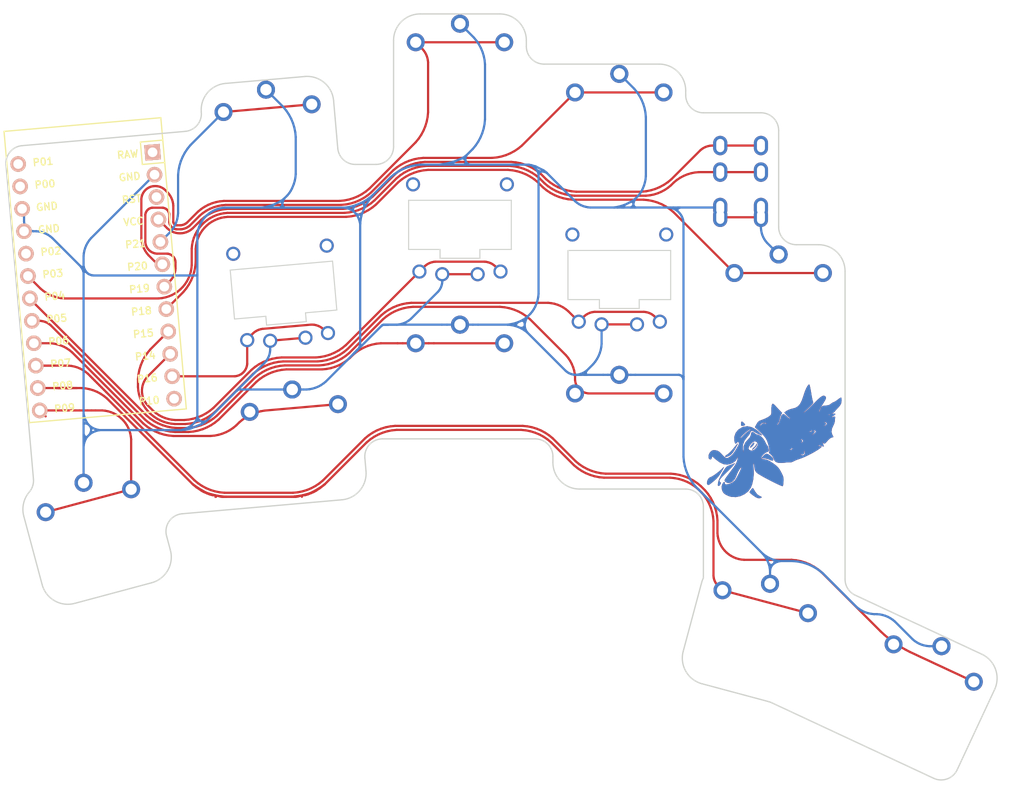
<source format=kicad_pcb>
(kicad_pcb (version 20171130) (host pcbnew "(5.1.10)-1")
  (title_block (title KEYBOARD_NAME_HERE) (rev VERSION_HERE) (company YOUR_NAME_HERE))
  (layers (0 F.Cu signal) (31 B.Cu signal) (34 B.Paste user) (35 F.Paste user) (36 B.SilkS user) (37 F.SilkS user) (38 B.Mask user) (39 F.Mask user) (44 Edge.Cuts user))
  (net 0 "")
  (net 1 P9)
  (net 2 GND)
  (net 3 P6)
  (net 4 P16)
  (net 5 P21)
  (net 6 P5)
  (net 7 P14)
  (net 8 P20)
  (net 9 P4)
  (net 10 P15)
  (net 11 P19)
  (net 12 P18)
  (net 13 P8)
  (net 14 P7)
  (net 15 RAW)
  (net 16 RST)
  (net 17 VCC)
  (net 18 P10)
  (net 19 P1)
  (net 20 P0)
  (net 21 P2)
  (net 22 P3)
  (module lib:Kailh_PG1232 (layer F.Cu) (at 75.194181 -63.023257)
    (fp_text reference S6 hide)
    (fp_text value Kailh_PG1232)
    (fp_line (start -5.8 -2.95) (end 5.8 -2.95) (layer Edge.Cuts) (width 0.12))
    (fp_line (start 5.8 -2.95) (end 5.8 2.6) (layer Edge.Cuts) (width 0.12))
    (fp_line (start -5.8 2.6) (end -5.8 -2.95) (layer Edge.Cuts) (width 0.12))
    (fp_line (start -2.25 2.6) (end -2.25 3.6) (layer Edge.Cuts) (width 0.12))
    (fp_line (start -2.25 3.6) (end 2.25 3.6) (layer Edge.Cuts) (width 0.12))
    (fp_line (start 2.25 3.6) (end 2.25 2.6) (layer Edge.Cuts) (width 0.12))
    (fp_line (start -2.25 2.6) (end -5.8 2.6) (layer Edge.Cuts) (width 0.12))
    (fp_line (start 2.25 2.6) (end 5.8 2.6) (layer Edge.Cuts) (width 0.12))
    (pad 3 thru_hole circle (at 5.3 -4.75) (size 1.6 1.6) (drill 1.1) (layers *.Cu *.Mask) (clearance 0.2))
    (pad 4 thru_hole circle (at -5.3 -4.75) (size 1.6 1.6) (drill 1.1) (layers *.Cu *.Mask) (clearance 0.2))
    (pad 1 thru_hole circle (at -4.58 5.1) (size 1.6 1.6) (drill 1.1) (layers *.Cu *.Mask) (net 7 P14) (clearance 0.2))
    (pad 2 thru_hole circle (at 2 5.4) (size 1.6 1.6) (drill 1.1) (layers *.Cu *.Mask) (net 2 GND) (clearance 0.2))
    (pad 1 thru_hole circle (at 4.58 5.1) (size 1.6 1.6) (drill 1.1) (layers *.Cu *.Mask) (net 7 P14) (clearance 0.2))
    (pad 2 thru_hole circle (at -2 5.4) (size 1.6 1.6) (drill 1.1) (layers *.Cu *.Mask) (net 2 GND) (clearance 0.2))
  )
  (module "Kicad:flam test filled" (layer F.Cu) (at 110.711523 -38.550113 10)
    (fp_text reference G*** hide)
    (fp_text value LOGO hide)
    (fp_poly (pts (xy -2.249867 -0.443565) (xy -2.261054 -0.34025) (xy -2.335574 -0.226561) (xy -2.474941 -0.104056) (xy -2.630232 -0.004728) (xy -2.752523 0.039428) (xy -2.794 0.008269) (xy -2.735161 -0.08783) (xy -2.594275 -0.234004) (xy -2.424783 -0.378761) (xy -2.315062 -0.453188) (xy -2.249867 -0.443565)) (layer B.Cu) (width 0.01))
    (fp_poly (pts (xy -1.953541 -0.254917) (xy -1.953063 -0.245956) (xy -2.025859 -0.06289) (xy -2.246196 0.133409) (xy -2.455333 0.256982) (xy -2.596321 0.324051) (xy -2.610403 0.302657) (xy -2.553521 0.228807) (xy -2.387301 0.090085) (xy -2.290461 0.043749) (xy -2.137807 -0.066097) (xy -2.049837 -0.192363) (xy -1.980673 -0.303028) (xy -1.953541 -0.254917)) (layer B.Cu) (width 0.01))
    (fp_poly (pts (xy -3.100732 -2.948718) (xy -3.044092 -2.877402) (xy -2.912214 -2.682259) (xy -2.906797 -2.579915) (xy -3.035214 -2.542785) (xy -3.13428 -2.54) (xy -3.309664 -2.555009) (xy -3.358256 -2.632661) (xy -3.334036 -2.772833) (xy -3.271741 -2.983703) (xy -3.204403 -3.038569) (xy -3.100732 -2.948718)) (layer B.Cu) (width 0.01))
    (fp_poly (pts (xy -4.074709 -0.648417) (xy -4.113311 -0.592667) (xy -4.485154 -0.110788) (xy -4.808003 0.238418) (xy -5.043621 0.427013) (xy -5.259478 0.527182) (xy -5.485229 0.583872) (xy -5.668196 0.589852) (xy -5.755697 0.537887) (xy -5.757333 0.525008) (xy -5.685972 0.454956) (xy -5.509925 0.368656) (xy -5.466121 0.352047) (xy -5.243159 0.237715) (xy -4.96857 0.051265) (xy -4.767621 -0.110783) (xy -4.524097 -0.32099) (xy -4.308188 -0.501277) (xy -4.191 -0.593988) (xy -4.075947 -0.673826) (xy -4.074709 -0.648417)) (layer B.Cu) (width 0.01))
    (fp_poly (pts (xy -0.906923 1.125651) (xy -0.704627 1.310439) (xy -0.526108 1.535812) (xy -0.447672 1.730701) (xy -0.461478 1.866778) (xy -0.559686 1.915717) (xy -0.734455 1.84919) (xy -0.833515 1.776101) (xy -1.046209 1.646431) (xy -1.321432 1.534526) (xy -1.382969 1.516379) (xy -1.733909 1.42188) (xy -1.480788 1.219361) (xy -1.261114 1.068476) (xy -1.086972 1.035228) (xy -0.906923 1.125651)) (layer B.Cu) (width 0.01))
    (fp_poly (pts (xy 5.047361 -5.762985) (xy 5.067157 -5.548264) (xy 5.076158 -5.231321) (xy 5.073508 -4.8895) (xy 5.069795 -4.494355) (xy 5.076264 -4.154424) (xy 5.091552 -3.909861) (xy 5.110193 -3.807551) (xy 5.097826 -3.710206) (xy 4.973684 -3.57611) (xy 4.721056 -3.389067) (xy 4.586066 -3.299551) (xy 4.211217 -3.055509) (xy 3.964967 -2.8933) (xy 3.83383 -2.802644) (xy 3.804317 -2.77326) (xy 3.862941 -2.794867) (xy 3.996215 -2.857184) (xy 4.021667 -2.869339) (xy 4.222024 -2.982664) (xy 4.517728 -3.17184) (xy 4.869057 -3.41059) (xy 5.236289 -3.672639) (xy 5.238961 -3.674595) (xy 5.682386 -3.986553) (xy 6.018814 -4.190131) (xy 6.265948 -4.291512) (xy 6.441488 -4.296877) (xy 6.563134 -4.212409) (xy 6.602784 -4.150939) (xy 6.629848 -4.055926) (xy 6.597659 -3.942127) (xy 6.488958 -3.78087) (xy 6.286485 -3.543481) (xy 6.140096 -3.382269) (xy 5.902202 -3.108343) (xy 5.717266 -2.86735) (xy 5.610683 -2.693888) (xy 5.594684 -2.639163) (xy 5.60915 -2.549208) (xy 5.64864 -2.623471) (xy 5.64909 -2.624667) (xy 5.730009 -2.78188) (xy 5.85677 -2.980192) (xy 5.969765 -3.11666) (xy 6.095488 -3.174715) (xy 6.296753 -3.174091) (xy 6.428825 -3.15991) (xy 6.746854 -3.147333) (xy 6.968442 -3.207038) (xy 7.037633 -3.248885) (xy 7.242315 -3.352672) (xy 7.398567 -3.386667) (xy 7.566422 -3.428081) (xy 7.804472 -3.533061) (xy 7.924774 -3.598804) (xy 8.139901 -3.707789) (xy 8.290672 -3.7525) (xy 8.329452 -3.741861) (xy 8.336816 -3.623304) (xy 8.303734 -3.409928) (xy 8.284267 -3.326565) (xy 8.185198 -3.072709) (xy 8.007103 -2.861061) (xy 7.802361 -2.700039) (xy 7.570098 -2.527581) (xy 7.390355 -2.381109) (xy 7.323667 -2.316521) (xy 7.178815 -2.222517) (xy 7.027334 -2.17652) (xy 6.911405 -2.151107) (xy 6.949237 -2.136444) (xy 7.090834 -2.128197) (xy 7.303055 -2.092557) (xy 7.352793 -2.020523) (xy 7.238748 -1.927592) (xy 7.112 -1.875354) (xy 6.915295 -1.793967) (xy 6.869016 -1.746015) (xy 6.976287 -1.742523) (xy 7.079076 -1.759077) (xy 7.234271 -1.771121) (xy 7.266911 -1.702695) (xy 7.25243 -1.641502) (xy 7.196553 -1.43774) (xy 7.147268 -1.241234) (xy 7.0467 -1.005146) (xy 6.893108 -0.788536) (xy 6.670778 -0.463257) (xy 6.567666 -0.118411) (xy 6.59831 0.196486) (xy 6.601459 0.204983) (xy 6.670853 0.402039) (xy 6.661984 0.487273) (xy 6.555632 0.507565) (xy 6.477244 0.508) (xy 6.278326 0.568519) (xy 6.028143 0.72938) (xy 5.92319 0.817546) (xy 5.692472 1.000771) (xy 5.540467 1.048134) (xy 5.444044 0.959057) (xy 5.394732 0.804333) (xy 5.379439 0.774384) (xy 5.383344 0.88767) (xy 5.39354 1.000098) (xy 5.430622 1.365197) (xy 5.174849 1.232932) (xy 4.967976 1.142796) (xy 4.814859 1.104459) (xy 4.809038 1.104485) (xy 4.799825 1.134064) (xy 4.919516 1.201874) (xy 4.952137 1.21623) (xy 5.205273 1.324157) (xy 4.99447 1.45978) (xy 4.750706 1.583827) (xy 4.387967 1.728909) (xy 3.952766 1.880182) (xy 3.491616 2.022803) (xy 3.051031 2.14193) (xy 2.677523 2.222719) (xy 2.54 2.24304) (xy 2.216642 2.292015) (xy 1.933372 2.355786) (xy 1.778 2.40943) (xy 1.511474 2.46975) (xy 1.354667 2.450321) (xy 1.145265 2.41179) (xy 0.853466 2.385099) (xy 0.701373 2.379106) (xy 0.378956 2.346389) (xy 0.074576 2.273447) (xy -0.029798 2.232593) (xy -0.231251 2.106242) (xy -0.329802 1.935565) (xy -0.364548 1.757479) (xy -0.386035 1.693883) (xy 2.630053 1.693883) (xy 2.651514 1.738184) (xy 2.698534 1.799167) (xy 2.874504 1.93143) (xy 3.048009 1.923001) (xy 3.168999 1.78008) (xy 3.181654 1.7393) (xy 3.205874 1.536902) (xy 3.189951 1.4218) (xy 3.157453 1.412493) (xy 3.13956 1.541124) (xy 3.139351 1.547824) (xy 3.078366 1.760221) (xy 2.934725 1.843183) (xy 2.744347 1.777565) (xy 2.729422 1.766305) (xy 2.630053 1.693883) (xy -0.386035 1.693883) (xy -0.488356 1.391049) (xy -0.644051 1.175886) (xy -0.735465 1.063836) (xy 1.582253 1.063836) (xy 1.603389 1.098022) (xy 1.608667 1.098122) (xy 1.791481 1.054346) (xy 1.860215 1.019307) (xy 1.955398 0.936433) (xy 1.921455 0.908208) (xy 1.791605 0.941138) (xy 1.693334 0.986622) (xy 1.582253 1.063836) (xy -0.735465 1.063836) (xy -0.766731 1.025512) (xy -0.795624 0.939313) (xy -0.77784 0.931333) (xy -0.717874 0.854338) (xy -0.685013 0.64976) (xy -0.682059 0.492225) (xy 2.977224 0.492225) (xy 3.016467 0.501316) (xy 3.1475 0.448916) (xy 3.208011 0.392233) (xy 3.253683 0.26901) (xy 3.173998 0.168502) (xy 3.044845 0.103458) (xy 2.98951 0.114935) (xy 2.999818 0.165038) (xy 3.033889 0.169333) (xy 3.119518 0.227962) (xy 3.119712 0.348426) (xy 3.036546 0.447596) (xy 3.026834 0.451927) (xy 2.977224 0.492225) (xy -0.682059 0.492225) (xy -0.679526 0.357209) (xy -0.701682 0.016296) (xy -0.715665 -0.081357) (xy 4.275667 -0.081357) (xy 4.595467 -0.262065) (xy 4.790949 -0.388325) (xy 4.852622 -0.4826) (xy 4.817933 -0.560054) (xy 4.686049 -0.660843) (xy 4.625133 -0.676037) (xy 4.600888 -0.640367) (xy 4.656667 -0.592537) (xy 4.718713 -0.52157) (xy 4.671629 -0.426905) (xy 4.529667 -0.295845) (xy 4.275667 -0.081357) (xy -0.715665 -0.081357) (xy -0.751751 -0.333369) (xy -0.768677 -0.417588) (xy -0.807371 -0.534922) (xy 4.095576 -0.534922) (xy 4.148667 -0.515247) (xy 4.329409 -0.555227) (xy 4.402667 -0.592667) (xy 4.469164 -0.656159) (xy 4.407607 -0.664175) (xy 4.249933 -0.616716) (xy 4.191 -0.592667) (xy 4.095576 -0.534922) (xy -0.807371 -0.534922) (xy -0.871673 -0.729901) (xy -0.949268 -0.871209) (xy 5.864067 -0.871209) (xy 5.985451 -0.927008) (xy 6.154236 -1.034048) (xy 6.229132 -1.110588) (xy 6.218563 -1.221837) (xy 6.102567 -1.319323) (xy 5.969 -1.350796) (xy 5.95977 -1.31665) (xy 6.034974 -1.261834) (xy 6.128932 -1.190406) (xy 6.106689 -1.113437) (xy 5.992641 -1.005628) (xy 5.865194 -0.891397) (xy 5.864067 -0.871209) (xy -0.949268 -0.871209) (xy -1.062632 -1.077654) (xy -1.358121 -1.49314) (xy -1.856221 -2.14277) (xy -1.834757 -2.169871) (xy -1.309381 -2.169871) (xy -1.216533 -2.218533) (xy -1.131989 -2.27823) (xy -0.932022 -2.400789) (xy -0.784331 -2.415866) (xy -0.693055 -2.379081) (xy -0.528543 -2.306774) (xy -0.450066 -2.28939) (xy -0.465391 -2.325409) (xy -0.594987 -2.408725) (xy -0.614093 -2.41923) (xy -0.867129 -2.491584) (xy -1.097727 -2.408353) (xy -1.276963 -2.232106) (xy -1.309381 -2.169871) (xy -1.834757 -2.169871) (xy -1.6079 -2.456301) (xy -1.421804 -2.657763) (xy -1.227581 -2.764346) (xy -0.946086 -2.818787) (xy -0.933873 -2.82025) (xy -0.586101 -2.888103) (xy -0.231498 -2.996789) (xy -0.133405 -3.036444) (xy 0.095263 -3.150202) (xy 0.214628 -3.269596) (xy 0.27261 -3.45898) (xy 0.295128 -3.611943) (xy 0.365822 -4.00197) (xy 0.456222 -4.270212) (xy 0.558598 -4.395866) (xy 0.5889 -4.402667) (xy 0.687057 -4.337123) (xy 0.808488 -4.178522) (xy 0.813784 -4.169834) (xy 0.946562 -3.957681) (xy 1.120262 -3.690044) (xy 1.19872 -3.571877) (xy 1.443301 -3.206753) (xy 1.277838 -2.996401) (xy 1.136341 -2.756514) (xy 1.057687 -2.537056) (xy 0.950368 -2.303395) (xy 0.786415 -2.117699) (xy 0.663238 -2.004067) (xy 0.644716 -1.948451) (xy 0.652793 -1.947334) (xy 0.794202 -2.020642) (xy 0.821198 -2.052242) (xy 6.556055 -2.052242) (xy 6.639278 -2.038684) (xy 6.749092 -2.054251) (xy 6.750403 -2.083153) (xy 6.637086 -2.103364) (xy 6.588125 -2.089837) (xy 6.556055 -2.052242) (xy 0.821198 -2.052242) (xy 0.958496 -2.212949) (xy 1.11437 -2.482824) (xy 1.187015 -2.654299) (xy 1.33322 -2.929948) (xy 1.501876 -3.041437) (xy 1.682809 -2.987106) (xy 1.865845 -2.765295) (xy 1.865994 -2.765041) (xy 2.011993 -2.563538) (xy 2.155635 -2.433965) (xy 2.184069 -2.420354) (xy 2.27994 -2.394629) (xy 2.234138 -2.44674) (xy 2.198434 -2.476292) (xy 2.073933 -2.615608) (xy 1.925537 -2.830429) (xy 1.887612 -2.893355) (xy 1.706689 -3.204377) (xy 1.987973 -3.337855) (xy 2.254545 -3.422137) (xy 2.573623 -3.468335) (xy 2.662834 -3.471333) (xy 3.037565 -3.506349) (xy 3.350622 -3.624691) (xy 3.626002 -3.846305) (xy 3.887698 -4.191136) (xy 4.159706 -4.679127) (xy 4.190758 -4.741333) (xy 4.407658 -5.14144) (xy 4.624623 -5.474578) (xy 4.821637 -5.714139) (xy 4.978685 -5.833515) (xy 5.018698 -5.842) (xy 5.047361 -5.762985)) (layer B.Cu) (width 0.01))
    (fp_poly (pts (xy -6.136713 1.764455) (xy -6.280411 1.950325) (xy -6.434666 2.141325) (xy -6.804196 2.547636) (xy -7.190436 2.858968) (xy -7.503423 3.050411) (xy -7.815587 3.223442) (xy -8.012348 3.326242) (xy -8.126157 3.371122) (xy -8.189462 3.370396) (xy -8.234714 3.336374) (xy -8.240889 3.330222) (xy -8.292681 3.173261) (xy -8.240893 2.964097) (xy -8.115641 2.754448) (xy -7.947037 2.596034) (xy -7.780774 2.54) (xy -7.60362 2.498175) (xy -7.329025 2.387626) (xy -7.002282 2.230739) (xy -6.66868 2.049903) (xy -6.373511 1.867506) (xy -6.265333 1.790913) (xy -6.135859 1.698582) (xy -6.090757 1.685152) (xy -6.136713 1.764455)) (layer B.Cu) (width 0.01))
    (fp_poly (pts (xy -4.849244 1.548949) (xy -5.020451 1.695542) (xy -5.294972 1.903378) (xy -5.659916 2.162115) (xy -6.0325 2.414946) (xy -6.433638 2.693733) (xy -6.696288 2.904404) (xy -6.832118 3.05712) (xy -6.858 3.133683) (xy -6.821112 3.27069) (xy -6.770354 3.302) (xy -6.727543 3.35297) (xy -6.771882 3.468958) (xy -6.871454 3.594579) (xy -6.982648 3.670382) (xy -7.093412 3.659097) (xy -7.112 3.592957) (xy -7.044565 3.304437) (xy -6.847855 2.931799) (xy -6.530263 2.489523) (xy -6.338113 2.257639) (xy -6.082081 1.968257) (xy -5.893526 1.783953) (xy -5.734563 1.677242) (xy -5.567311 1.620639) (xy -5.426632 1.59634) (xy -5.151142 1.549733) (xy -4.923494 1.497932) (xy -4.868333 1.480865) (xy -4.794241 1.473943) (xy -4.849244 1.548949)) (layer B.Cu) (width 0.01))
    (fp_poly (pts (xy -2.674926 -2.395941) (xy -2.229454 -2.217519) (xy -1.802776 -1.885928) (xy -1.546298 -1.596583) (xy -1.374347 -1.366867) (xy -1.258913 -1.195006) (xy -1.224678 -1.117786) (xy -1.224874 -1.11757) (xy -1.310814 -1.137898) (xy -1.481158 -1.234613) (xy -1.689824 -1.376178) (xy -1.890731 -1.531058) (xy -2.037798 -1.667715) (xy -2.05083 -1.682824) (xy -2.226395 -1.804467) (xy -2.39146 -1.772065) (xy -2.497073 -1.610538) (xy -2.592347 -1.474384) (xy -2.778785 -1.302706) (xy -2.886649 -1.222135) (xy -3.275597 -0.864852) (xy -3.52681 -0.43825) (xy -3.626197 0.031834) (xy -3.626434 0.134438) (xy -3.617205 0.368286) (xy -3.608304 0.440393) (xy -3.595338 0.358285) (xy -3.581362 0.211667) (xy -3.549472 0.072819) (xy -2.988482 0.072819) (xy -2.96065 0.234142) (xy -2.914784 0.290453) (xy -2.690793 0.410961) (xy -2.419075 0.370651) (xy -2.145825 0.207358) (xy -1.933469 -0.019985) (xy -1.861904 -0.254021) (xy -1.939232 -0.463579) (xy -1.964266 -0.491067) (xy -2.159278 -0.586033) (xy -2.40181 -0.523765) (xy -2.620079 -0.371868) (xy -2.877547 -0.123369) (xy -2.988482 0.072819) (xy -3.549472 0.072819) (xy -3.477944 -0.238605) (xy -3.246154 -0.601295) (xy -2.895413 -0.889929) (xy -2.608929 -1.116754) (xy -2.457955 -1.347646) (xy -2.43568 -1.418167) (xy -2.340434 -1.631218) (xy -2.210598 -1.679354) (xy -2.055302 -1.561252) (xy -1.997452 -1.481667) (xy -1.861446 -1.329535) (xy -1.740228 -1.27) (xy -1.557573 -1.196187) (xy -1.358112 -1.003103) (xy -1.174974 -0.73328) (xy -1.041289 -0.429248) (xy -1.016547 -0.340947) (xy -0.944585 -0.089549) (xy -0.872582 0.08638) (xy -0.838159 0.132258) (xy -0.789543 0.239629) (xy -0.763425 0.447901) (xy -0.762 0.512997) (xy -0.774941 0.730177) (xy -0.831834 0.825764) (xy -0.954828 0.846667) (xy -1.173167 0.899056) (xy -1.414923 1.030535) (xy -1.627714 1.202565) (xy -1.759155 1.37661) (xy -1.778 1.452252) (xy -1.704261 1.511412) (xy -1.518343 1.584323) (xy -1.418166 1.6137) (xy -1.149186 1.726338) (xy -0.854688 1.93705) (xy -0.539215 2.230797) (xy -0.259299 2.527814) (xy -0.071223 2.780213) (xy 0.064425 3.05037) (xy 0.174067 3.359652) (xy 0.273322 3.691326) (xy 0.319201 3.930277) (xy 0.317156 4.142565) (xy 0.272639 4.394252) (xy 0.263033 4.437708) (xy 0.193353 4.702133) (xy 0.123682 4.892316) (xy 0.083338 4.953821) (xy -0.008329 4.922044) (xy -0.205369 4.801754) (xy -0.482513 4.612172) (xy -0.814491 4.372516) (xy -1.176032 4.102006) (xy -1.541866 3.81986) (xy -1.886723 3.545298) (xy -2.185334 3.297538) (xy -2.412427 3.095801) (xy -2.542734 2.959305) (xy -2.54729 2.953095) (xy -2.659168 2.74547) (xy -2.701134 2.501039) (xy -2.695846 2.248866) (xy -2.688451 2.00439) (xy -2.699719 1.852614) (xy -2.718076 1.82554) (xy -2.748964 1.919386) (xy -2.783061 2.137446) (xy -2.813553 2.434898) (xy -2.816648 2.473818) (xy -2.901553 3.038488) (xy -3.059428 3.607356) (xy -3.27053 4.121969) (xy -3.504421 4.510019) (xy -3.86463 4.854771) (xy -4.318737 5.098574) (xy -4.825225 5.233435) (xy -5.342581 5.251364) (xy -5.829289 5.144367) (xy -6.10059 5.009794) (xy -6.408934 4.795808) (xy -6.596984 4.607823) (xy -6.698592 4.401755) (xy -6.743058 4.173154) (xy -6.724118 3.828555) (xy -6.607143 3.572976) (xy -6.476315 3.414586) (xy -6.360586 3.347373) (xy -6.296944 3.379922) (xy -6.31623 3.505452) (xy -6.297251 3.616189) (xy -6.158512 3.671334) (xy -5.938541 3.675454) (xy -5.675866 3.633112) (xy -5.409015 3.548874) (xy -5.176515 3.427305) (xy -5.092034 3.360405) (xy -4.95102 3.207993) (xy -4.76604 2.980113) (xy -4.565471 2.715615) (xy -4.377691 2.453348) (xy -4.231077 2.232162) (xy -4.154007 2.090906) (xy -4.148666 2.068908) (xy -4.192619 2.05211) (xy -4.305963 2.142371) (xy -4.460927 2.308068) (xy -4.629736 2.517574) (xy -4.784621 2.739268) (xy -4.876668 2.897886) (xy -5.098707 3.217508) (xy -5.370525 3.438554) (xy -5.659678 3.549857) (xy -5.933723 3.540252) (xy -6.16022 3.398573) (xy -6.197603 3.352521) (xy -6.251602 3.269904) (xy -6.267559 3.193228) (xy -6.229322 3.099911) (xy -6.120736 2.967374) (xy -5.925647 2.773038) (xy -5.627902 2.494321) (xy -5.496923 2.373095) (xy -5.10011 1.9978) (xy -4.812851 1.702311) (xy -4.613659 1.459186) (xy -4.481046 1.240985) (xy -4.393524 1.020267) (xy -4.367966 0.931333) (xy -4.334726 0.794984) (xy -4.353885 0.79839) (xy -4.44065 0.945387) (xy -4.443495 0.950371) (xy -4.643128 1.191883) (xy -4.940787 1.359069) (xy -5.247341 1.449276) (xy -5.665363 1.472769) (xy -6.072131 1.344902) (xy -6.476867 1.060503) (xy -6.888798 0.6144) (xy -7.00269 0.465231) (xy -7.126885 0.304345) (xy -7.189926 0.27043) (xy -7.23095 0.354018) (xy -7.246471 0.406266) (xy -7.345487 0.551357) (xy -7.477476 0.56187) (xy -7.582763 0.444968) (xy -7.604149 0.363336) (xy -7.564626 0.072848) (xy -7.376969 -0.194242) (xy -7.232183 -0.308585) (xy -7.060163 -0.39358) (xy -6.879632 -0.396584) (xy -6.68862 -0.348656) (xy -6.483895 -0.263501) (xy -6.313945 -0.122716) (xy -6.135671 0.114233) (xy -6.045424 0.256263) (xy -5.839453 0.558817) (xy -5.661232 0.718556) (xy -5.470311 0.747656) (xy -5.226243 0.658293) (xy -5.045105 0.557402) (xy -4.846187 0.422246) (xy -4.643273 0.241651) (xy -4.409227 -0.012333) (xy -4.116911 -0.367658) (xy -3.986716 -0.532755) (xy -3.926616 -0.686574) (xy -3.966386 -0.803976) (xy -4.070539 -0.836123) (xy -4.1656 -0.778933) (xy -4.296872 -0.686132) (xy -4.372492 -0.738186) (xy -4.401591 -0.944356) (xy -4.402666 -1.019373) (xy -4.373981 -1.194981) (xy -3.705096 -1.194981) (xy -3.695222 -1.188378) (xy -3.590316 -1.236697) (xy -3.416819 -1.361024) (xy -3.356555 -1.410397) (xy -3.117416 -1.580674) (xy -2.813602 -1.756615) (xy -2.667 -1.828853) (xy -2.456679 -1.933529) (xy -2.347374 -2.00572) (xy -2.352314 -2.027123) (xy -2.509362 -1.987279) (xy -2.755603 -1.876816) (xy -3.041536 -1.722259) (xy -3.317659 -1.550135) (xy -3.513666 -1.404823) (xy -3.655974 -1.271267) (xy -3.705096 -1.194981) (xy -4.373981 -1.194981) (xy -4.325737 -1.490313) (xy -4.106332 -1.885919) (xy -3.76153 -2.187574) (xy -3.308408 -2.376662) (xy -3.123967 -2.413311) (xy -2.674926 -2.395941)) (layer B.Cu) (width 0.01))
    (fp_poly (pts (xy -3.232242 4.672018) (xy -3.152798 4.872136) (xy -3.094461 5.02669) (xy -2.907309 5.385122) (xy -2.698974 5.577024) (xy -2.505953 5.709901) (xy -2.47575 5.796725) (xy -2.608394 5.838064) (xy -2.712492 5.842) (xy -2.906498 5.803824) (xy -3.114326 5.672335) (xy -3.347492 5.453229) (xy -3.542781 5.243288) (xy -3.679273 5.079355) (xy -3.725333 5.002321) (xy -3.673146 4.911515) (xy -3.550845 4.778442) (xy -3.409818 4.651441) (xy -3.301453 4.578854) (xy -3.275022 4.578722) (xy -3.232242 4.672018)) (layer B.Cu) (width 0.01))
    (fp_poly (pts (xy -2.249867 -0.443565) (xy -2.261054 -0.34025) (xy -2.335574 -0.226561) (xy -2.474941 -0.104056) (xy -2.630232 -0.004728) (xy -2.752523 0.039428) (xy -2.794 0.008269) (xy -2.735161 -0.08783) (xy -2.594275 -0.234004) (xy -2.424783 -0.378761) (xy -2.315062 -0.453188) (xy -2.249867 -0.443565)) (layer F.Cu) (width 0.01))
    (fp_poly (pts (xy -1.953541 -0.254917) (xy -1.953063 -0.245956) (xy -2.025859 -0.06289) (xy -2.246196 0.133409) (xy -2.455333 0.256982) (xy -2.596321 0.324051) (xy -2.610403 0.302657) (xy -2.553521 0.228807) (xy -2.387301 0.090085) (xy -2.290461 0.043749) (xy -2.137807 -0.066097) (xy -2.049837 -0.192363) (xy -1.980673 -0.303028) (xy -1.953541 -0.254917)) (layer F.Cu) (width 0.01))
    (fp_poly (pts (xy -3.100732 -2.948718) (xy -3.044092 -2.877402) (xy -2.912214 -2.682259) (xy -2.906797 -2.579915) (xy -3.035214 -2.542785) (xy -3.13428 -2.54) (xy -3.309664 -2.555009) (xy -3.358256 -2.632661) (xy -3.334036 -2.772833) (xy -3.271741 -2.983703) (xy -3.204403 -3.038569) (xy -3.100732 -2.948718)) (layer F.Cu) (width 0.01))
    (fp_poly (pts (xy -4.074709 -0.648417) (xy -4.113311 -0.592667) (xy -4.485154 -0.110788) (xy -4.808003 0.238418) (xy -5.043621 0.427013) (xy -5.259478 0.527182) (xy -5.485229 0.583872) (xy -5.668196 0.589852) (xy -5.755697 0.537887) (xy -5.757333 0.525008) (xy -5.685972 0.454956) (xy -5.509925 0.368656) (xy -5.466121 0.352047) (xy -5.243159 0.237715) (xy -4.96857 0.051265) (xy -4.767621 -0.110783) (xy -4.524097 -0.32099) (xy -4.308188 -0.501277) (xy -4.191 -0.593988) (xy -4.075947 -0.673826) (xy -4.074709 -0.648417)) (layer F.Cu) (width 0.01))
    (fp_poly (pts (xy -0.906923 1.125651) (xy -0.704627 1.310439) (xy -0.526108 1.535812) (xy -0.447672 1.730701) (xy -0.461478 1.866778) (xy -0.559686 1.915717) (xy -0.734455 1.84919) (xy -0.833515 1.776101) (xy -1.046209 1.646431) (xy -1.321432 1.534526) (xy -1.382969 1.516379) (xy -1.733909 1.42188) (xy -1.480788 1.219361) (xy -1.261114 1.068476) (xy -1.086972 1.035228) (xy -0.906923 1.125651)) (layer F.Cu) (width 0.01))
    (fp_poly (pts (xy 5.047361 -5.762985) (xy 5.067157 -5.548264) (xy 5.076158 -5.231321) (xy 5.073508 -4.8895) (xy 5.069795 -4.494355) (xy 5.076264 -4.154424) (xy 5.091552 -3.909861) (xy 5.110193 -3.807551) (xy 5.097826 -3.710206) (xy 4.973684 -3.57611) (xy 4.721056 -3.389067) (xy 4.586066 -3.299551) (xy 4.211217 -3.055509) (xy 3.964967 -2.8933) (xy 3.83383 -2.802644) (xy 3.804317 -2.77326) (xy 3.862941 -2.794867) (xy 3.996215 -2.857184) (xy 4.021667 -2.869339) (xy 4.222024 -2.982664) (xy 4.517728 -3.17184) (xy 4.869057 -3.41059) (xy 5.236289 -3.672639) (xy 5.238961 -3.674595) (xy 5.682386 -3.986553) (xy 6.018814 -4.190131) (xy 6.265948 -4.291512) (xy 6.441488 -4.296877) (xy 6.563134 -4.212409) (xy 6.602784 -4.150939) (xy 6.629848 -4.055926) (xy 6.597659 -3.942127) (xy 6.488958 -3.78087) (xy 6.286485 -3.543481) (xy 6.140096 -3.382269) (xy 5.902202 -3.108343) (xy 5.717266 -2.86735) (xy 5.610683 -2.693888) (xy 5.594684 -2.639163) (xy 5.60915 -2.549208) (xy 5.64864 -2.623471) (xy 5.64909 -2.624667) (xy 5.730009 -2.78188) (xy 5.85677 -2.980192) (xy 5.969765 -3.11666) (xy 6.095488 -3.174715) (xy 6.296753 -3.174091) (xy 6.428825 -3.15991) (xy 6.746854 -3.147333) (xy 6.968442 -3.207038) (xy 7.037633 -3.248885) (xy 7.242315 -3.352672) (xy 7.398567 -3.386667) (xy 7.566422 -3.428081) (xy 7.804472 -3.533061) (xy 7.924774 -3.598804) (xy 8.139901 -3.707789) (xy 8.290672 -3.7525) (xy 8.329452 -3.741861) (xy 8.336816 -3.623304) (xy 8.303734 -3.409928) (xy 8.284267 -3.326565) (xy 8.185198 -3.072709) (xy 8.007103 -2.861061) (xy 7.802361 -2.700039) (xy 7.570098 -2.527581) (xy 7.390355 -2.381109) (xy 7.323667 -2.316521) (xy 7.178815 -2.222517) (xy 7.027334 -2.17652) (xy 6.911405 -2.151107) (xy 6.949237 -2.136444) (xy 7.090834 -2.128197) (xy 7.303055 -2.092557) (xy 7.352793 -2.020523) (xy 7.238748 -1.927592) (xy 7.112 -1.875354) (xy 6.915295 -1.793967) (xy 6.869016 -1.746015) (xy 6.976287 -1.742523) (xy 7.079076 -1.759077) (xy 7.234271 -1.771121) (xy 7.266911 -1.702695) (xy 7.25243 -1.641502) (xy 7.196553 -1.43774) (xy 7.147268 -1.241234) (xy 7.0467 -1.005146) (xy 6.893108 -0.788536) (xy 6.670778 -0.463257) (xy 6.567666 -0.118411) (xy 6.59831 0.196486) (xy 6.601459 0.204983) (xy 6.670853 0.402039) (xy 6.661984 0.487273) (xy 6.555632 0.507565) (xy 6.477244 0.508) (xy 6.278326 0.568519) (xy 6.028143 0.72938) (xy 5.92319 0.817546) (xy 5.692472 1.000771) (xy 5.540467 1.048134) (xy 5.444044 0.959057) (xy 5.394732 0.804333) (xy 5.379439 0.774384) (xy 5.383344 0.88767) (xy 5.39354 1.000098) (xy 5.430622 1.365197) (xy 5.174849 1.232932) (xy 4.967976 1.142796) (xy 4.814859 1.104459) (xy 4.809038 1.104485) (xy 4.799825 1.134064) (xy 4.919516 1.201874) (xy 4.952137 1.21623) (xy 5.205273 1.324157) (xy 4.99447 1.45978) (xy 4.750706 1.583827) (xy 4.387967 1.728909) (xy 3.952766 1.880182) (xy 3.491616 2.022803) (xy 3.051031 2.14193) (xy 2.677523 2.222719) (xy 2.54 2.24304) (xy 2.216642 2.292015) (xy 1.933372 2.355786) (xy 1.778 2.40943) (xy 1.511474 2.46975) (xy 1.354667 2.450321) (xy 1.145265 2.41179) (xy 0.853466 2.385099) (xy 0.701373 2.379106) (xy 0.378956 2.346389) (xy 0.074576 2.273447) (xy -0.029798 2.232593) (xy -0.231251 2.106242) (xy -0.329802 1.935565) (xy -0.364548 1.757479) (xy -0.386035 1.693883) (xy 2.630053 1.693883) (xy 2.651514 1.738184) (xy 2.698534 1.799167) (xy 2.874504 1.93143) (xy 3.048009 1.923001) (xy 3.168999 1.78008) (xy 3.181654 1.7393) (xy 3.205874 1.536902) (xy 3.189951 1.4218) (xy 3.157453 1.412493) (xy 3.13956 1.541124) (xy 3.139351 1.547824) (xy 3.078366 1.760221) (xy 2.934725 1.843183) (xy 2.744347 1.777565) (xy 2.729422 1.766305) (xy 2.630053 1.693883) (xy -0.386035 1.693883) (xy -0.488356 1.391049) (xy -0.644051 1.175886) (xy -0.735465 1.063836) (xy 1.582253 1.063836) (xy 1.603389 1.098022) (xy 1.608667 1.098122) (xy 1.791481 1.054346) (xy 1.860215 1.019307) (xy 1.955398 0.936433) (xy 1.921455 0.908208) (xy 1.791605 0.941138) (xy 1.693334 0.986622) (xy 1.582253 1.063836) (xy -0.735465 1.063836) (xy -0.766731 1.025512) (xy -0.795624 0.939313) (xy -0.77784 0.931333) (xy -0.717874 0.854338) (xy -0.685013 0.64976) (xy -0.682059 0.492225) (xy 2.977224 0.492225) (xy 3.016467 0.501316) (xy 3.1475 0.448916) (xy 3.208011 0.392233) (xy 3.253683 0.26901) (xy 3.173998 0.168502) (xy 3.044845 0.103458) (xy 2.98951 0.114935) (xy 2.999818 0.165038) (xy 3.033889 0.169333) (xy 3.119518 0.227962) (xy 3.119712 0.348426) (xy 3.036546 0.447596) (xy 3.026834 0.451927) (xy 2.977224 0.492225) (xy -0.682059 0.492225) (xy -0.679526 0.357209) (xy -0.701682 0.016296) (xy -0.715665 -0.081357) (xy 4.275667 -0.081357) (xy 4.595467 -0.262065) (xy 4.790949 -0.388325) (xy 4.852622 -0.4826) (xy 4.817933 -0.560054) (xy 4.686049 -0.660843) (xy 4.625133 -0.676037) (xy 4.600888 -0.640367) (xy 4.656667 -0.592537) (xy 4.718713 -0.52157) (xy 4.671629 -0.426905) (xy 4.529667 -0.295845) (xy 4.275667 -0.081357) (xy -0.715665 -0.081357) (xy -0.751751 -0.333369) (xy -0.768677 -0.417588) (xy -0.807371 -0.534922) (xy 4.095576 -0.534922) (xy 4.148667 -0.515247) (xy 4.329409 -0.555227) (xy 4.402667 -0.592667) (xy 4.469164 -0.656159) (xy 4.407607 -0.664175) (xy 4.249933 -0.616716) (xy 4.191 -0.592667) (xy 4.095576 -0.534922) (xy -0.807371 -0.534922) (xy -0.871673 -0.729901) (xy -0.949268 -0.871209) (xy 5.864067 -0.871209) (xy 5.985451 -0.927008) (xy 6.154236 -1.034048) (xy 6.229132 -1.110588) (xy 6.218563 -1.221837) (xy 6.102567 -1.319323) (xy 5.969 -1.350796) (xy 5.95977 -1.31665) (xy 6.034974 -1.261834) (xy 6.128932 -1.190406) (xy 6.106689 -1.113437) (xy 5.992641 -1.005628) (xy 5.865194 -0.891397) (xy 5.864067 -0.871209) (xy -0.949268 -0.871209) (xy -1.062632 -1.077654) (xy -1.358121 -1.49314) (xy -1.856221 -2.14277) (xy -1.834757 -2.169871) (xy -1.309381 -2.169871) (xy -1.216533 -2.218533) (xy -1.131989 -2.27823) (xy -0.932022 -2.400789) (xy -0.784331 -2.415866) (xy -0.693055 -2.379081) (xy -0.528543 -2.306774) (xy -0.450066 -2.28939) (xy -0.465391 -2.325409) (xy -0.594987 -2.408725) (xy -0.614093 -2.41923) (xy -0.867129 -2.491584) (xy -1.097727 -2.408353) (xy -1.276963 -2.232106) (xy -1.309381 -2.169871) (xy -1.834757 -2.169871) (xy -1.6079 -2.456301) (xy -1.421804 -2.657763) (xy -1.227581 -2.764346) (xy -0.946086 -2.818787) (xy -0.933873 -2.82025) (xy -0.586101 -2.888103) (xy -0.231498 -2.996789) (xy -0.133405 -3.036444) (xy 0.095263 -3.150202) (xy 0.214628 -3.269596) (xy 0.27261 -3.45898) (xy 0.295128 -3.611943) (xy 0.365822 -4.00197) (xy 0.456222 -4.270212) (xy 0.558598 -4.395866) (xy 0.5889 -4.402667) (xy 0.687057 -4.337123) (xy 0.808488 -4.178522) (xy 0.813784 -4.169834) (xy 0.946562 -3.957681) (xy 1.120262 -3.690044) (xy 1.19872 -3.571877) (xy 1.443301 -3.206753) (xy 1.277838 -2.996401) (xy 1.136341 -2.756514) (xy 1.057687 -2.537056) (xy 0.950368 -2.303395) (xy 0.786415 -2.117699) (xy 0.663238 -2.004067) (xy 0.644716 -1.948451) (xy 0.652793 -1.947334) (xy 0.794202 -2.020642) (xy 0.821198 -2.052242) (xy 6.556055 -2.052242) (xy 6.639278 -2.038684) (xy 6.749092 -2.054251) (xy 6.750403 -2.083153) (xy 6.637086 -2.103364) (xy 6.588125 -2.089837) (xy 6.556055 -2.052242) (xy 0.821198 -2.052242) (xy 0.958496 -2.212949) (xy 1.11437 -2.482824) (xy 1.187015 -2.654299) (xy 1.33322 -2.929948) (xy 1.501876 -3.041437) (xy 1.682809 -2.987106) (xy 1.865845 -2.765295) (xy 1.865994 -2.765041) (xy 2.011993 -2.563538) (xy 2.155635 -2.433965) (xy 2.184069 -2.420354) (xy 2.27994 -2.394629) (xy 2.234138 -2.44674) (xy 2.198434 -2.476292) (xy 2.073933 -2.615608) (xy 1.925537 -2.830429) (xy 1.887612 -2.893355) (xy 1.706689 -3.204377) (xy 1.987973 -3.337855) (xy 2.254545 -3.422137) (xy 2.573623 -3.468335) (xy 2.662834 -3.471333) (xy 3.037565 -3.506349) (xy 3.350622 -3.624691) (xy 3.626002 -3.846305) (xy 3.887698 -4.191136) (xy 4.159706 -4.679127) (xy 4.190758 -4.741333) (xy 4.407658 -5.14144) (xy 4.624623 -5.474578) (xy 4.821637 -5.714139) (xy 4.978685 -5.833515) (xy 5.018698 -5.842) (xy 5.047361 -5.762985)) (layer F.Cu) (width 0.01))
    (fp_poly (pts (xy -6.136713 1.764455) (xy -6.280411 1.950325) (xy -6.434666 2.141325) (xy -6.804196 2.547636) (xy -7.190436 2.858968) (xy -7.503423 3.050411) (xy -7.815587 3.223442) (xy -8.012348 3.326242) (xy -8.126157 3.371122) (xy -8.189462 3.370396) (xy -8.234714 3.336374) (xy -8.240889 3.330222) (xy -8.292681 3.173261) (xy -8.240893 2.964097) (xy -8.115641 2.754448) (xy -7.947037 2.596034) (xy -7.780774 2.54) (xy -7.60362 2.498175) (xy -7.329025 2.387626) (xy -7.002282 2.230739) (xy -6.66868 2.049903) (xy -6.373511 1.867506) (xy -6.265333 1.790913) (xy -6.135859 1.698582) (xy -6.090757 1.685152) (xy -6.136713 1.764455)) (layer F.Cu) (width 0.01))
    (fp_poly (pts (xy -4.849244 1.548949) (xy -5.020451 1.695542) (xy -5.294972 1.903378) (xy -5.659916 2.162115) (xy -6.0325 2.414946) (xy -6.433638 2.693733) (xy -6.696288 2.904404) (xy -6.832118 3.05712) (xy -6.858 3.133683) (xy -6.821112 3.27069) (xy -6.770354 3.302) (xy -6.727543 3.35297) (xy -6.771882 3.468958) (xy -6.871454 3.594579) (xy -6.982648 3.670382) (xy -7.093412 3.659097) (xy -7.112 3.592957) (xy -7.044565 3.304437) (xy -6.847855 2.931799) (xy -6.530263 2.489523) (xy -6.338113 2.257639) (xy -6.082081 1.968257) (xy -5.893526 1.783953) (xy -5.734563 1.677242) (xy -5.567311 1.620639) (xy -5.426632 1.59634) (xy -5.151142 1.549733) (xy -4.923494 1.497932) (xy -4.868333 1.480865) (xy -4.794241 1.473943) (xy -4.849244 1.548949)) (layer F.Cu) (width 0.01))
    (fp_poly (pts (xy -2.674926 -2.395941) (xy -2.229454 -2.217519) (xy -1.802776 -1.885928) (xy -1.546298 -1.596583) (xy -1.374347 -1.366867) (xy -1.258913 -1.195006) (xy -1.224678 -1.117786) (xy -1.224874 -1.11757) (xy -1.310814 -1.137898) (xy -1.481158 -1.234613) (xy -1.689824 -1.376178) (xy -1.890731 -1.531058) (xy -2.037798 -1.667715) (xy -2.05083 -1.682824) (xy -2.226395 -1.804467) (xy -2.39146 -1.772065) (xy -2.497073 -1.610538) (xy -2.592347 -1.474384) (xy -2.778785 -1.302706) (xy -2.886649 -1.222135) (xy -3.275597 -0.864852) (xy -3.52681 -0.43825) (xy -3.626197 0.031834) (xy -3.626434 0.134438) (xy -3.617205 0.368286) (xy -3.608304 0.440393) (xy -3.595338 0.358285) (xy -3.581362 0.211667) (xy -3.549472 0.072819) (xy -2.988482 0.072819) (xy -2.96065 0.234142) (xy -2.914784 0.290453) (xy -2.690793 0.410961) (xy -2.419075 0.370651) (xy -2.145825 0.207358) (xy -1.933469 -0.019985) (xy -1.861904 -0.254021) (xy -1.939232 -0.463579) (xy -1.964266 -0.491067) (xy -2.159278 -0.586033) (xy -2.40181 -0.523765) (xy -2.620079 -0.371868) (xy -2.877547 -0.123369) (xy -2.988482 0.072819) (xy -3.549472 0.072819) (xy -3.477944 -0.238605) (xy -3.246154 -0.601295) (xy -2.895413 -0.889929) (xy -2.608929 -1.116754) (xy -2.457955 -1.347646) (xy -2.43568 -1.418167) (xy -2.340434 -1.631218) (xy -2.210598 -1.679354) (xy -2.055302 -1.561252) (xy -1.997452 -1.481667) (xy -1.861446 -1.329535) (xy -1.740228 -1.27) (xy -1.557573 -1.196187) (xy -1.358112 -1.003103) (xy -1.174974 -0.73328) (xy -1.041289 -0.429248) (xy -1.016547 -0.340947) (xy -0.944585 -0.089549) (xy -0.872582 0.08638) (xy -0.838159 0.132258) (xy -0.789543 0.239629) (xy -0.763425 0.447901) (xy -0.762 0.512997) (xy -0.774941 0.730177) (xy -0.831834 0.825764) (xy -0.954828 0.846667) (xy -1.173167 0.899056) (xy -1.414923 1.030535) (xy -1.627714 1.202565) (xy -1.759155 1.37661) (xy -1.778 1.452252) (xy -1.704261 1.511412) (xy -1.518343 1.584323) (xy -1.418166 1.6137) (xy -1.149186 1.726338) (xy -0.854688 1.93705) (xy -0.539215 2.230797) (xy -0.259299 2.527814) (xy -0.071223 2.780213) (xy 0.064425 3.05037) (xy 0.174067 3.359652) (xy 0.273322 3.691326) (xy 0.319201 3.930277) (xy 0.317156 4.142565) (xy 0.272639 4.394252) (xy 0.263033 4.437708) (xy 0.193353 4.702133) (xy 0.123682 4.892316) (xy 0.083338 4.953821) (xy -0.008329 4.922044) (xy -0.205369 4.801754) (xy -0.482513 4.612172) (xy -0.814491 4.372516) (xy -1.176032 4.102006) (xy -1.541866 3.81986) (xy -1.886723 3.545298) (xy -2.185334 3.297538) (xy -2.412427 3.095801) (xy -2.542734 2.959305) (xy -2.54729 2.953095) (xy -2.659168 2.74547) (xy -2.701134 2.501039) (xy -2.695846 2.248866) (xy -2.688451 2.00439) (xy -2.699719 1.852614) (xy -2.718076 1.82554) (xy -2.748964 1.919386) (xy -2.783061 2.137446) (xy -2.813553 2.434898) (xy -2.816648 2.473818) (xy -2.901553 3.038488) (xy -3.059428 3.607356) (xy -3.27053 4.121969) (xy -3.504421 4.510019) (xy -3.86463 4.854771) (xy -4.318737 5.098574) (xy -4.825225 5.233435) (xy -5.342581 5.251364) (xy -5.829289 5.144367) (xy -6.10059 5.009794) (xy -6.408934 4.795808) (xy -6.596984 4.607823) (xy -6.698592 4.401755) (xy -6.743058 4.173154) (xy -6.724118 3.828555) (xy -6.607143 3.572976) (xy -6.476315 3.414586) (xy -6.360586 3.347373) (xy -6.296944 3.379922) (xy -6.31623 3.505452) (xy -6.297251 3.616189) (xy -6.158512 3.671334) (xy -5.938541 3.675454) (xy -5.675866 3.633112) (xy -5.409015 3.548874) (xy -5.176515 3.427305) (xy -5.092034 3.360405) (xy -4.95102 3.207993) (xy -4.76604 2.980113) (xy -4.565471 2.715615) (xy -4.377691 2.453348) (xy -4.231077 2.232162) (xy -4.154007 2.090906) (xy -4.148666 2.068908) (xy -4.192619 2.05211) (xy -4.305963 2.142371) (xy -4.460927 2.308068) (xy -4.629736 2.517574) (xy -4.784621 2.739268) (xy -4.876668 2.897886) (xy -5.098707 3.217508) (xy -5.370525 3.438554) (xy -5.659678 3.549857) (xy -5.933723 3.540252) (xy -6.16022 3.398573) (xy -6.197603 3.352521) (xy -6.251602 3.269904) (xy -6.267559 3.193228) (xy -6.229322 3.099911) (xy -6.120736 2.967374) (xy -5.925647 2.773038) (xy -5.627902 2.494321) (xy -5.496923 2.373095) (xy -5.10011 1.9978) (xy -4.812851 1.702311) (xy -4.613659 1.459186) (xy -4.481046 1.240985) (xy -4.393524 1.020267) (xy -4.367966 0.931333) (xy -4.334726 0.794984) (xy -4.353885 0.79839) (xy -4.44065 0.945387) (xy -4.443495 0.950371) (xy -4.643128 1.191883) (xy -4.940787 1.359069) (xy -5.247341 1.449276) (xy -5.665363 1.472769) (xy -6.072131 1.344902) (xy -6.476867 1.060503) (xy -6.888798 0.6144) (xy -7.00269 0.465231) (xy -7.126885 0.304345) (xy -7.189926 0.27043) (xy -7.23095 0.354018) (xy -7.246471 0.406266) (xy -7.345487 0.551357) (xy -7.477476 0.56187) (xy -7.582763 0.444968) (xy -7.604149 0.363336) (xy -7.564626 0.072848) (xy -7.376969 -0.194242) (xy -7.232183 -0.308585) (xy -7.060163 -0.39358) (xy -6.879632 -0.396584) (xy -6.68862 -0.348656) (xy -6.483895 -0.263501) (xy -6.313945 -0.122716) (xy -6.135671 0.114233) (xy -6.045424 0.256263) (xy -5.839453 0.558817) (xy -5.661232 0.718556) (xy -5.470311 0.747656) (xy -5.226243 0.658293) (xy -5.045105 0.557402) (xy -4.846187 0.422246) (xy -4.643273 0.241651) (xy -4.409227 -0.012333) (xy -4.116911 -0.367658) (xy -3.986716 -0.532755) (xy -3.926616 -0.686574) (xy -3.966386 -0.803976) (xy -4.070539 -0.836123) (xy -4.1656 -0.778933) (xy -4.296872 -0.686132) (xy -4.372492 -0.738186) (xy -4.401591 -0.944356) (xy -4.402666 -1.019373) (xy -4.373981 -1.194981) (xy -3.705096 -1.194981) (xy -3.695222 -1.188378) (xy -3.590316 -1.236697) (xy -3.416819 -1.361024) (xy -3.356555 -1.410397) (xy -3.117416 -1.580674) (xy -2.813602 -1.756615) (xy -2.667 -1.828853) (xy -2.456679 -1.933529) (xy -2.347374 -2.00572) (xy -2.352314 -2.027123) (xy -2.509362 -1.987279) (xy -2.755603 -1.876816) (xy -3.041536 -1.722259) (xy -3.317659 -1.550135) (xy -3.513666 -1.404823) (xy -3.655974 -1.271267) (xy -3.705096 -1.194981) (xy -4.373981 -1.194981) (xy -4.325737 -1.490313) (xy -4.106332 -1.885919) (xy -3.76153 -2.187574) (xy -3.308408 -2.376662) (xy -3.123967 -2.413311) (xy -2.674926 -2.395941)) (layer F.Cu) (width 0.01))
    (fp_poly (pts (xy -3.232242 4.672018) (xy -3.152798 4.872136) (xy -3.094461 5.02669) (xy -2.907309 5.385122) (xy -2.698974 5.577024) (xy -2.505953 5.709901) (xy -2.47575 5.796725) (xy -2.608394 5.838064) (xy -2.712492 5.842) (xy -2.906498 5.803824) (xy -3.114326 5.672335) (xy -3.347492 5.453229) (xy -3.542781 5.243288) (xy -3.679273 5.079355) (xy -3.725333 5.002321) (xy -3.673146 4.911515) (xy -3.550845 4.778442) (xy -3.409818 4.651441) (xy -3.301453 4.578854) (xy -3.275022 4.578722) (xy -3.232242 4.672018)) (layer F.Cu) (width 0.01))
  )
  (module PG1350 (layer F.Cu) (at 34.204932 -28.366167 15)
    (fp_text reference S1 hide)
    (fp_text value "" hide)
    (pad "" np_thru_hole circle (at 0 0) (size 3.429 3.429) (drill 3.429) (layers *.Cu *.Mask))
    (pad "" np_thru_hole circle (at 5.5 0) (size 1.7018 1.7018) (drill 1.7018) (layers *.Cu *.Mask))
    (pad "" np_thru_hole circle (at -5.5 0) (size 1.7018 1.7018) (drill 1.7018) (layers *.Cu *.Mask))
    (pad 1 thru_hole circle (at 5 -3.8) (size 2.032 2.032) (drill 1.27) (layers *.Cu *.Mask) (net 1 P9))
    (pad 2 thru_hole circle (at 0 -5.9) (size 2.032 2.032) (drill 1.27) (layers *.Cu *.Mask) (net 2 GND))
    (pad 1 thru_hole circle (at -5 -3.8) (size 2.032 2.032) (drill 1.27) (layers *.Cu *.Mask) (net 1 P9))
    (pad 2 thru_hole circle (at 0 -5.9) (size 2.032 2.032) (drill 1.27) (layers *.Cu *.Mask) (net 2 GND))
  )
  (module PG1350 (layer F.Cu) (at 56.760365 -38.722194 5)
    (fp_text reference S2 hide)
    (fp_text value "" hide)
    (pad "" np_thru_hole circle (at 0 0) (size 3.429 3.429) (drill 3.429) (layers *.Cu *.Mask))
    (pad "" np_thru_hole circle (at 5.5 0) (size 1.7018 1.7018) (drill 1.7018) (layers *.Cu *.Mask))
    (pad "" np_thru_hole circle (at -5.5 0) (size 1.7018 1.7018) (drill 1.7018) (layers *.Cu *.Mask))
    (pad 1 thru_hole circle (at 5 -3.8) (size 2.032 2.032) (drill 1.27) (layers *.Cu *.Mask) (net 3 P6))
    (pad 2 thru_hole circle (at 0 -5.9) (size 2.032 2.032) (drill 1.27) (layers *.Cu *.Mask) (net 2 GND))
    (pad 1 thru_hole circle (at -5 -3.8) (size 2.032 2.032) (drill 1.27) (layers *.Cu *.Mask) (net 3 P6))
    (pad 2 thru_hole circle (at 0 -5.9) (size 2.032 2.032) (drill 1.27) (layers *.Cu *.Mask) (net 2 GND))
  )
  (module lib:Kailh_PG1232 (layer F.Cu) (at 55.278717 -55.657505 5)
    (fp_text reference S3 hide)
    (fp_text value Kailh_PG1232)
    (fp_line (start -5.8 -2.95) (end 5.8 -2.95) (layer Edge.Cuts) (width 0.12))
    (fp_line (start 5.8 -2.95) (end 5.8 2.6) (layer Edge.Cuts) (width 0.12))
    (fp_line (start -5.8 2.6) (end -5.8 -2.95) (layer Edge.Cuts) (width 0.12))
    (fp_line (start -2.25 2.6) (end -2.25 3.6) (layer Edge.Cuts) (width 0.12))
    (fp_line (start -2.25 3.6) (end 2.25 3.6) (layer Edge.Cuts) (width 0.12))
    (fp_line (start 2.25 3.6) (end 2.25 2.6) (layer Edge.Cuts) (width 0.12))
    (fp_line (start -2.25 2.6) (end -5.8 2.6) (layer Edge.Cuts) (width 0.12))
    (fp_line (start 2.25 2.6) (end 5.8 2.6) (layer Edge.Cuts) (width 0.12))
    (pad 3 thru_hole circle (at 5.3 -4.75) (size 1.6 1.6) (drill 1.1) (layers *.Cu *.Mask) (clearance 0.2))
    (pad 4 thru_hole circle (at -5.3 -4.75) (size 1.6 1.6) (drill 1.1) (layers *.Cu *.Mask) (clearance 0.2))
    (pad 1 thru_hole circle (at -4.58 5.1) (size 1.6 1.6) (drill 1.1) (layers *.Cu *.Mask) (net 4 P16) (clearance 0.2))
    (pad 2 thru_hole circle (at 2 5.4) (size 1.6 1.6) (drill 1.1) (layers *.Cu *.Mask) (net 2 GND) (clearance 0.2))
    (pad 1 thru_hole circle (at 4.58 5.1) (size 1.6 1.6) (drill 1.1) (layers *.Cu *.Mask) (net 4 P16) (clearance 0.2))
    (pad 2 thru_hole circle (at -2 5.4) (size 1.6 1.6) (drill 1.1) (layers *.Cu *.Mask) (net 2 GND) (clearance 0.2))
  )
  (module PG1350 (layer F.Cu) (at 53.797069 -72.592816 5)
    (fp_text reference S4 hide)
    (fp_text value "" hide)
    (pad "" np_thru_hole circle (at 0 0) (size 3.429 3.429) (drill 3.429) (layers *.Cu *.Mask))
    (pad "" np_thru_hole circle (at 5.5 0) (size 1.7018 1.7018) (drill 1.7018) (layers *.Cu *.Mask))
    (pad "" np_thru_hole circle (at -5.5 0) (size 1.7018 1.7018) (drill 1.7018) (layers *.Cu *.Mask))
    (pad 1 thru_hole circle (at 5 -3.8) (size 2.032 2.032) (drill 1.27) (layers *.Cu *.Mask) (net 5 P21))
    (pad 2 thru_hole circle (at 0 -5.9) (size 2.032 2.032) (drill 1.27) (layers *.Cu *.Mask) (net 2 GND))
    (pad 1 thru_hole circle (at -5 -3.8) (size 2.032 2.032) (drill 1.27) (layers *.Cu *.Mask) (net 5 P21))
    (pad 2 thru_hole circle (at 0 -5.9) (size 2.032 2.032) (drill 1.27) (layers *.Cu *.Mask) (net 2 GND))
  )
  (module PG1350 (layer F.Cu) (at 75.194181 -46.023257)
    (fp_text reference S5 hide)
    (fp_text value "" hide)
    (pad "" np_thru_hole circle (at 0 0) (size 3.429 3.429) (drill 3.429) (layers *.Cu *.Mask))
    (pad "" np_thru_hole circle (at 5.5 0) (size 1.7018 1.7018) (drill 1.7018) (layers *.Cu *.Mask))
    (pad "" np_thru_hole circle (at -5.5 0) (size 1.7018 1.7018) (drill 1.7018) (layers *.Cu *.Mask))
    (pad 1 thru_hole circle (at 5 -3.8) (size 2.032 2.032) (drill 1.27) (layers *.Cu *.Mask) (net 6 P5))
    (pad 2 thru_hole circle (at 0 -5.9) (size 2.032 2.032) (drill 1.27) (layers *.Cu *.Mask) (net 2 GND))
    (pad 1 thru_hole circle (at -5 -3.8) (size 2.032 2.032) (drill 1.27) (layers *.Cu *.Mask) (net 6 P5))
    (pad 2 thru_hole circle (at 0 -5.9) (size 2.032 2.032) (drill 1.27) (layers *.Cu *.Mask) (net 2 GND))
  )
  (module PG1350 (layer F.Cu) (at 75.194181 -80.023257)
    (fp_text reference S7 hide)
    (fp_text value "" hide)
    (pad "" np_thru_hole circle (at 0 0) (size 3.429 3.429) (drill 3.429) (layers *.Cu *.Mask))
    (pad "" np_thru_hole circle (at 5.5 0) (size 1.7018 1.7018) (drill 1.7018) (layers *.Cu *.Mask))
    (pad "" np_thru_hole circle (at -5.5 0) (size 1.7018 1.7018) (drill 1.7018) (layers *.Cu *.Mask))
    (pad 1 thru_hole circle (at 5 -3.8) (size 2.032 2.032) (drill 1.27) (layers *.Cu *.Mask) (net 8 P20))
    (pad 2 thru_hole circle (at 0 -5.9) (size 2.032 2.032) (drill 1.27) (layers *.Cu *.Mask) (net 2 GND))
    (pad 1 thru_hole circle (at -5 -3.8) (size 2.032 2.032) (drill 1.27) (layers *.Cu *.Mask) (net 8 P20))
    (pad 2 thru_hole circle (at 0 -5.9) (size 2.032 2.032) (drill 1.27) (layers *.Cu *.Mask) (net 2 GND))
  )
  (module PG1350 (layer F.Cu) (at 93.194181 -40.356591)
    (fp_text reference S8 hide)
    (fp_text value "" hide)
    (pad "" np_thru_hole circle (at 0 0) (size 3.429 3.429) (drill 3.429) (layers *.Cu *.Mask))
    (pad "" np_thru_hole circle (at 5.5 0) (size 1.7018 1.7018) (drill 1.7018) (layers *.Cu *.Mask))
    (pad "" np_thru_hole circle (at -5.5 0) (size 1.7018 1.7018) (drill 1.7018) (layers *.Cu *.Mask))
    (pad 1 thru_hole circle (at 5 -3.8) (size 2.032 2.032) (drill 1.27) (layers *.Cu *.Mask) (net 9 P4))
    (pad 2 thru_hole circle (at 0 -5.9) (size 2.032 2.032) (drill 1.27) (layers *.Cu *.Mask) (net 2 GND))
    (pad 1 thru_hole circle (at -5 -3.8) (size 2.032 2.032) (drill 1.27) (layers *.Cu *.Mask) (net 9 P4))
    (pad 2 thru_hole circle (at 0 -5.9) (size 2.032 2.032) (drill 1.27) (layers *.Cu *.Mask) (net 2 GND))
  )
  (module lib:Kailh_PG1232 (layer F.Cu) (at 93.194181 -57.356591)
    (fp_text reference S9 hide)
    (fp_text value Kailh_PG1232)
    (fp_line (start -5.8 -2.95) (end 5.8 -2.95) (layer Edge.Cuts) (width 0.12))
    (fp_line (start 5.8 -2.95) (end 5.8 2.6) (layer Edge.Cuts) (width 0.12))
    (fp_line (start -5.8 2.6) (end -5.8 -2.95) (layer Edge.Cuts) (width 0.12))
    (fp_line (start -2.25 2.6) (end -2.25 3.6) (layer Edge.Cuts) (width 0.12))
    (fp_line (start -2.25 3.6) (end 2.25 3.6) (layer Edge.Cuts) (width 0.12))
    (fp_line (start 2.25 3.6) (end 2.25 2.6) (layer Edge.Cuts) (width 0.12))
    (fp_line (start -2.25 2.6) (end -5.8 2.6) (layer Edge.Cuts) (width 0.12))
    (fp_line (start 2.25 2.6) (end 5.8 2.6) (layer Edge.Cuts) (width 0.12))
    (pad 3 thru_hole circle (at 5.3 -4.75) (size 1.6 1.6) (drill 1.1) (layers *.Cu *.Mask) (clearance 0.2))
    (pad 4 thru_hole circle (at -5.3 -4.75) (size 1.6 1.6) (drill 1.1) (layers *.Cu *.Mask) (clearance 0.2))
    (pad 1 thru_hole circle (at -4.58 5.1) (size 1.6 1.6) (drill 1.1) (layers *.Cu *.Mask) (net 10 P15) (clearance 0.2))
    (pad 2 thru_hole circle (at 2 5.4) (size 1.6 1.6) (drill 1.1) (layers *.Cu *.Mask) (net 2 GND) (clearance 0.2))
    (pad 1 thru_hole circle (at 4.58 5.1) (size 1.6 1.6) (drill 1.1) (layers *.Cu *.Mask) (net 10 P15) (clearance 0.2))
    (pad 2 thru_hole circle (at -2 5.4) (size 1.6 1.6) (drill 1.1) (layers *.Cu *.Mask) (net 2 GND) (clearance 0.2))
  )
  (module PG1350 (layer F.Cu) (at 93.194181 -74.356591)
    (fp_text reference S10 hide)
    (fp_text value "" hide)
    (pad "" np_thru_hole circle (at 0 0) (size 3.429 3.429) (drill 3.429) (layers *.Cu *.Mask))
    (pad "" np_thru_hole circle (at 5.5 0) (size 1.7018 1.7018) (drill 1.7018) (layers *.Cu *.Mask))
    (pad "" np_thru_hole circle (at -5.5 0) (size 1.7018 1.7018) (drill 1.7018) (layers *.Cu *.Mask))
    (pad 1 thru_hole circle (at 5 -3.8) (size 2.032 2.032) (drill 1.27) (layers *.Cu *.Mask) (net 11 P19))
    (pad 2 thru_hole circle (at 0 -5.9) (size 2.032 2.032) (drill 1.27) (layers *.Cu *.Mask) (net 2 GND))
    (pad 1 thru_hole circle (at -5 -3.8) (size 2.032 2.032) (drill 1.27) (layers *.Cu *.Mask) (net 11 P19))
    (pad 2 thru_hole circle (at 0 -5.9) (size 2.032 2.032) (drill 1.27) (layers *.Cu *.Mask) (net 2 GND))
  )
  (module PG1350 (layer F.Cu) (at 111.194181 -53.956591)
    (fp_text reference S11 hide)
    (fp_text value "" hide)
    (pad "" np_thru_hole circle (at 0 0) (size 3.429 3.429) (drill 3.429) (layers *.Cu *.Mask))
    (pad "" np_thru_hole circle (at 5.5 0) (size 1.7018 1.7018) (drill 1.7018) (layers *.Cu *.Mask))
    (pad "" np_thru_hole circle (at -5.5 0) (size 1.7018 1.7018) (drill 1.7018) (layers *.Cu *.Mask))
    (pad 1 thru_hole circle (at 5 -3.8) (size 2.032 2.032) (drill 1.27) (layers *.Cu *.Mask) (net 12 P18))
    (pad 2 thru_hole circle (at 0 -5.9) (size 2.032 2.032) (drill 1.27) (layers *.Cu *.Mask) (net 2 GND))
    (pad 1 thru_hole circle (at -5 -3.8) (size 2.032 2.032) (drill 1.27) (layers *.Cu *.Mask) (net 12 P18))
    (pad 2 thru_hole circle (at 0 -5.9) (size 2.032 2.032) (drill 1.27) (layers *.Cu *.Mask) (net 2 GND))
  )
  (module PG1350 (layer F.Cu) (at 108.694181 -16.95659 345)
    (fp_text reference S12 hide)
    (fp_text value "" hide)
    (pad "" np_thru_hole circle (at 0 0) (size 3.429 3.429) (drill 3.429) (layers *.Cu *.Mask))
    (pad "" np_thru_hole circle (at 5.5 0) (size 1.7018 1.7018) (drill 1.7018) (layers *.Cu *.Mask))
    (pad "" np_thru_hole circle (at -5.5 0) (size 1.7018 1.7018) (drill 1.7018) (layers *.Cu *.Mask))
    (pad 1 thru_hole circle (at 5 -3.8) (size 2.032 2.032) (drill 1.27) (layers *.Cu *.Mask) (net 13 P8))
    (pad 2 thru_hole circle (at 0 -5.9) (size 2.032 2.032) (drill 1.27) (layers *.Cu *.Mask) (net 2 GND))
    (pad 1 thru_hole circle (at -5 -3.8) (size 2.032 2.032) (drill 1.27) (layers *.Cu *.Mask) (net 13 P8))
    (pad 2 thru_hole circle (at 0 -5.9) (size 2.032 2.032) (drill 1.27) (layers *.Cu *.Mask) (net 2 GND))
  )
  (module PG1350 (layer F.Cu) (at 127.100376 -10.257284 335)
    (fp_text reference S13 hide)
    (fp_text value "" hide)
    (pad "" np_thru_hole circle (at 0 0) (size 3.429 3.429) (drill 3.429) (layers *.Cu *.Mask))
    (pad "" np_thru_hole circle (at 5.5 0) (size 1.7018 1.7018) (drill 1.7018) (layers *.Cu *.Mask))
    (pad "" np_thru_hole circle (at -5.5 0) (size 1.7018 1.7018) (drill 1.7018) (layers *.Cu *.Mask))
    (pad 1 thru_hole circle (at 5 -3.8) (size 2.032 2.032) (drill 1.27) (layers *.Cu *.Mask) (net 14 P7))
    (pad 2 thru_hole circle (at 0 -5.9) (size 2.032 2.032) (drill 1.27) (layers *.Cu *.Mask) (net 2 GND))
    (pad 1 thru_hole circle (at -5 -3.8) (size 2.032 2.032) (drill 1.27) (layers *.Cu *.Mask) (net 14 P7))
    (pad 2 thru_hole circle (at 0 -5.9) (size 2.032 2.032) (drill 1.27) (layers *.Cu *.Mask) (net 2 GND))
  )
  (module ProMicro (layer F.Cu) (at 34.097161 -56.815819 275)
    (fp_text reference MCU1 hide)
    (fp_text value "" hide)
    (fp_text user RAW (at -13.97 -4.8 5) (layer F.SilkS) (effects (font (size 0.8 0.8))))
    (fp_text user GND (at -11.43 -4.8 5) (layer F.SilkS) (effects (font (size 0.8 0.8))))
    (fp_text user RST (at -8.89 -4.8 5) (layer F.SilkS) (effects (font (size 0.8 0.8))))
    (fp_text user VCC (at -6.35 -4.8 5) (layer F.SilkS) (effects (font (size 0.8 0.8))))
    (fp_text user P21 (at -3.81 -4.8 5) (layer F.SilkS) (effects (font (size 0.8 0.8))))
    (fp_text user P20 (at -1.27 -4.8 5) (layer F.SilkS) (effects (font (size 0.8 0.8))))
    (fp_text user P19 (at 1.27 -4.8 5) (layer F.SilkS) (effects (font (size 0.8 0.8))))
    (fp_text user P18 (at 3.81 -4.8 5) (layer F.SilkS) (effects (font (size 0.8 0.8))))
    (fp_text user P15 (at 6.35 -4.8 5) (layer F.SilkS) (effects (font (size 0.8 0.8))))
    (fp_text user P14 (at 8.89 -4.8 5) (layer F.SilkS) (effects (font (size 0.8 0.8))))
    (fp_text user P16 (at 11.43 -4.8 5) (layer F.SilkS) (effects (font (size 0.8 0.8))))
    (fp_text user P10 (at 13.97 -4.8 5) (layer F.SilkS) (effects (font (size 0.8 0.8))))
    (fp_text user P01 (at -13.97 4.8 5) (layer F.SilkS) (effects (font (size 0.8 0.8))))
    (fp_text user P00 (at -11.43 4.8 5) (layer F.SilkS) (effects (font (size 0.8 0.8))))
    (fp_text user GND (at -8.89 4.8 5) (layer F.SilkS) (effects (font (size 0.8 0.8))))
    (fp_text user GND (at -6.35 4.8 5) (layer F.SilkS) (effects (font (size 0.8 0.8))))
    (fp_text user P02 (at -3.81 4.8 5) (layer F.SilkS) (effects (font (size 0.8 0.8))))
    (fp_text user P03 (at -1.27 4.8 5) (layer F.SilkS) (effects (font (size 0.8 0.8))))
    (fp_text user P04 (at 1.27 4.8 5) (layer F.SilkS) (effects (font (size 0.8 0.8))))
    (fp_text user P05 (at 3.81 4.8 5) (layer F.SilkS) (effects (font (size 0.8 0.8))))
    (fp_text user P06 (at 6.35 4.8 5) (layer F.SilkS) (effects (font (size 0.8 0.8))))
    (fp_text user P07 (at 8.89 4.8 5) (layer F.SilkS) (effects (font (size 0.8 0.8))))
    (fp_text user P08 (at 11.43 4.8 5) (layer F.SilkS) (effects (font (size 0.8 0.8))))
    (fp_text user P09 (at 13.97 4.8 5) (layer F.SilkS) (effects (font (size 0.8 0.8))))
    (pad 1 thru_hole rect (at -13.97 -7.62 275) (size 1.7526 1.7526) (drill 1.0922) (layers *.Cu *.SilkS *.Mask) (net 15 RAW))
    (pad 2 thru_hole circle (at -11.43 -7.62) (size 1.7526 1.7526) (drill 1.0922) (layers *.Cu *.SilkS *.Mask) (net 2 GND))
    (pad 3 thru_hole circle (at -8.89 -7.62) (size 1.7526 1.7526) (drill 1.0922) (layers *.Cu *.SilkS *.Mask) (net 16 RST))
    (pad 4 thru_hole circle (at -6.35 -7.62) (size 1.7526 1.7526) (drill 1.0922) (layers *.Cu *.SilkS *.Mask) (net 17 VCC))
    (pad 5 thru_hole circle (at -3.81 -7.62) (size 1.7526 1.7526) (drill 1.0922) (layers *.Cu *.SilkS *.Mask) (net 5 P21))
    (pad 6 thru_hole circle (at -1.27 -7.62) (size 1.7526 1.7526) (drill 1.0922) (layers *.Cu *.SilkS *.Mask) (net 8 P20))
    (pad 7 thru_hole circle (at 1.27 -7.62) (size 1.7526 1.7526) (drill 1.0922) (layers *.Cu *.SilkS *.Mask) (net 11 P19))
    (pad 8 thru_hole circle (at 3.81 -7.62) (size 1.7526 1.7526) (drill 1.0922) (layers *.Cu *.SilkS *.Mask) (net 12 P18))
    (pad 9 thru_hole circle (at 6.35 -7.62) (size 1.7526 1.7526) (drill 1.0922) (layers *.Cu *.SilkS *.Mask) (net 10 P15))
    (pad 10 thru_hole circle (at 8.89 -7.62) (size 1.7526 1.7526) (drill 1.0922) (layers *.Cu *.SilkS *.Mask) (net 7 P14))
    (pad 11 thru_hole circle (at 11.43 -7.62) (size 1.7526 1.7526) (drill 1.0922) (layers *.Cu *.SilkS *.Mask) (net 4 P16))
    (pad 12 thru_hole circle (at 13.97 -7.62) (size 1.7526 1.7526) (drill 1.0922) (layers *.Cu *.SilkS *.Mask) (net 18 P10))
    (pad 13 thru_hole circle (at -13.97 7.62) (size 1.7526 1.7526) (drill 1.0922) (layers *.Cu *.SilkS *.Mask) (net 19 P1))
    (pad 14 thru_hole circle (at -11.43 7.62) (size 1.7526 1.7526) (drill 1.0922) (layers *.Cu *.SilkS *.Mask) (net 20 P0))
    (pad 15 thru_hole circle (at -8.89 7.62) (size 1.7526 1.7526) (drill 1.0922) (layers *.Cu *.SilkS *.Mask) (net 2 GND))
    (pad 16 thru_hole circle (at -6.35 7.62) (size 1.7526 1.7526) (drill 1.0922) (layers *.Cu *.SilkS *.Mask) (net 2 GND))
    (pad 17 thru_hole circle (at -3.81 7.62) (size 1.7526 1.7526) (drill 1.0922) (layers *.Cu *.SilkS *.Mask) (net 21 P2))
    (pad 18 thru_hole circle (at -1.27 7.62) (size 1.7526 1.7526) (drill 1.0922) (layers *.Cu *.SilkS *.Mask) (net 22 P3))
    (pad 19 thru_hole circle (at 1.27 7.62) (size 1.7526 1.7526) (drill 1.0922) (layers *.Cu *.SilkS *.Mask) (net 9 P4))
    (pad 20 thru_hole circle (at 3.81 7.62) (size 1.7526 1.7526) (drill 1.0922) (layers *.Cu *.SilkS *.Mask) (net 6 P5))
    (pad 21 thru_hole circle (at 6.35 7.62) (size 1.7526 1.7526) (drill 1.0922) (layers *.Cu *.SilkS *.Mask) (net 3 P6))
    (pad 22 thru_hole circle (at 8.89 7.62) (size 1.7526 1.7526) (drill 1.0922) (layers *.Cu *.SilkS *.Mask) (net 14 P7))
    (pad 23 thru_hole circle (at 11.43 7.62) (size 1.7526 1.7526) (drill 1.0922) (layers *.Cu *.SilkS *.Mask) (net 13 P8))
    (pad 24 thru_hole circle (at 13.97 7.62) (size 1.7526 1.7526) (drill 1.0922) (layers *.Cu *.SilkS *.Mask) (net 1 P9))
  )
  (module TRRS-PJ-320A-dual (layer F.Cu) (at 109.194182 -75.356591)
    (fp_text reference REF**)
    (fp_text value TRRS-PJ-320A-dual)
    (pad "" np_thru_hole circle (at -2.3 8.6) (size 1.5 1.5) (drill 1.5) (layers *.Cu *.Mask))
    (pad "" np_thru_hole circle (at -2.3 1.6) (size 1.5 1.5) (drill 1.5) (layers *.Cu *.Mask))
    (pad 1 thru_hole oval (at 0 11.3) (size 1.6 2.2) (drill oval 0.9 1.5) (layers *.Cu *.Mask) (net 2 GND))
    (pad 2 thru_hole oval (at -4.6 10.2) (size 1.6 2.2) (drill oval 0.9 1.5) (layers *.Cu *.Mask) (net 2 GND))
    (pad 3 thru_hole oval (at -4.6 6.2) (size 1.6 2.2) (drill oval 0.9 1.5) (layers *.Cu *.Mask) (net 22 P3))
    (pad 4 thru_hole oval (at -4.6 3.2) (size 1.6 2.2) (drill oval 0.9 1.5) (layers *.Cu *.Mask) (net 17 VCC))
    (pad 1 thru_hole oval (at -4.6 11.3) (size 1.6 2.2) (drill oval 0.9 1.5) (layers *.Cu *.Mask) (net 2 GND))
    (pad 2 thru_hole oval (at 0 10.2) (size 1.6 2.2) (drill oval 0.9 1.5) (layers *.Cu *.Mask) (net 2 GND))
    (pad 3 thru_hole oval (at 0 6.2) (size 1.6 2.2) (drill oval 0.9 1.5) (layers *.Cu *.Mask) (net 22 P3))
    (pad 4 thru_hole oval (at 0 3.2) (size 1.6 2.2) (drill oval 0.9 1.5) (layers *.Cu *.Mask) (net 17 VCC))
  )
  (gr_line (start 31.67 -20.44) (end 40.363333 -22.769371) (angle 90) (layer Edge.Cuts) (width 0.15))
  (gr_arc (start 39.586875 -25.66715) (end 40.363333 -22.769371) (angle -90) (layer Edge.Cuts) (width 0.15))
  (gr_line (start 42.484652 -26.443606) (end 42.053547 -28.052513) (angle 90) (layer Edge.Cuts) (width 0.15))
  (gr_arc (start 28.822992 -31.065185) (end 26.543392 -33.015423) (angle -55.54758073) (layer Edge.Cuts) (width 0.15))
  (gr_line (start 25.925213 -30.288728) (end 27.995766 -22.561319) (angle 90) (layer Edge.Cuts) (width 0.15))
  (gr_arc (start 30.893543 -23.337777) (end 27.995766 -22.561319) (angle -90) (layer Edge.Cuts) (width 0.15))
  (gr_line (start 43.811088 -30.562542) (end 61.853331 -32.141033) (angle 90) (layer Edge.Cuts) (width 0.15))
  (gr_arc (start 61.591864 -35.129617) (end 61.853331 -32.141033) (angle -90) (layer Edge.Cuts) (width 0.15))
  (gr_line (start 64.580447 -35.391085) (end 64.452901 -36.848946) (angle 90) (layer Edge.Cuts) (width 0.15))
  (gr_line (start 23.911227 -69.978143) (end 27.016048 -34.489892) (angle 90) (layer Edge.Cuts) (width 0.15))
  (gr_line (start 61.094219 -75.238873) (end 61.268529 -73.246484) (angle 90) (layer Edge.Cuts) (width 0.15))
  (gr_line (start 61.268529 -73.246484) (end 61.390799 -71.848946) (angle 90) (layer Edge.Cuts) (width 0.15))
  (gr_line (start 25.729307 -72.144844) (end 44.158909 -73.757225) (angle 90) (layer Edge.Cuts) (width 0.15))
  (gr_line (start 61.094219 -75.238873) (end 60.919906 -77.231261) (angle 90) (layer Edge.Cuts) (width 0.15))
  (gr_arc (start 57.931322 -76.969795) (end 60.919906 -77.231261) (angle -90) (layer Edge.Cuts) (width 0.15))
  (gr_line (start 57.669855 -79.958379) (end 48.704103 -79.173977) (angle 90) (layer Edge.Cuts) (width 0.15))
  (gr_arc (start 48.965571 -76.185393) (end 48.704103 -79.173977) (angle -90) (layer Edge.Cuts) (width 0.15))
  (gr_line (start 45.976986 -75.923925) (end 45.976986 -75.923925) (angle 90) (layer Edge.Cuts) (width 0.15))
  (gr_line (start 66.445291 -39.023256) (end 83.694181 -39.023258) (angle 90) (layer Edge.Cuts) (width 0.15))
  (gr_line (start 63.383188 -70.023257) (end 65.694182 -70.023257) (angle 90) (layer Edge.Cuts) (width 0.15))
  (gr_line (start 82.694181 -83.356591) (end 82.694181 -84.023257) (angle 90) (layer Edge.Cuts) (width 0.15))
  (gr_arc (start 79.694182 -84.023257) (end 82.694181 -84.023257) (angle -90) (layer Edge.Cuts) (width 0.15))
  (gr_line (start 79.694181 -87.023257) (end 70.694182 -87.023258) (angle 90) (layer Edge.Cuts) (width 0.15))
  (gr_arc (start 70.69418 -84.023258) (end 70.694182 -87.023258) (angle -90) (layer Edge.Cuts) (width 0.15))
  (gr_line (start 67.694181 -72.023258) (end 67.694181 -84.023258) (angle 90) (layer Edge.Cuts) (width 0.15))
  (gr_line (start 88.694181 -33.35659) (end 100.694181 -33.35659) (angle 90) (layer Edge.Cuts) (width 0.15))
  (gr_line (start 85.694181 -37.023258) (end 85.69418 -36.356591) (angle 90) (layer Edge.Cuts) (width 0.15))
  (gr_arc (start 88.694181 -36.35659) (end 85.69418 -36.356591) (angle -90) (layer Edge.Cuts) (width 0.15))
  (gr_line (start 102.69418 -75.856591) (end 109.19418 -75.856591) (angle 90) (layer Edge.Cuts) (width 0.15))
  (gr_line (start 111.194181 -73.856591) (end 111.194182 -62.95659) (angle 90) (layer Edge.Cuts) (width 0.15))
  (gr_line (start 100.694181 -77.856591) (end 100.694181 -78.356591) (angle 90) (layer Edge.Cuts) (width 0.15))
  (gr_arc (start 97.694182 -78.356591) (end 100.694181 -78.356591) (angle -90) (layer Edge.Cuts) (width 0.15))
  (gr_line (start 84.694181 -81.356591) (end 97.694181 -81.35659) (angle 90) (layer Edge.Cuts) (width 0.15))
  (gr_line (start 118.694181 -23.174942) (end 118.694181 -57.95659) (angle 90) (layer Edge.Cuts) (width 0.15))
  (gr_arc (start 115.69418 -57.956592) (end 118.694181 -57.95659) (angle -90) (layer Edge.Cuts) (width 0.15))
  (gr_line (start 115.694181 -60.956591) (end 113.194182 -60.956589) (angle 90) (layer Edge.Cuts) (width 0.15))
  (gr_line (start 102.694181 -23.315911) (end 102.694181 -31.35659) (angle 90) (layer Edge.Cuts) (width 0.15))
  (gr_line (start 102.535783 -11.359796) (end 110.05549 -9.344897) (angle 90) (layer Edge.Cuts) (width 0.15))
  (gr_arc (start 105.382791 -21.98498) (end 102.694181 -23.315911) (angle -11.33658504) (layer Edge.Cuts) (width 0.15))
  (gr_line (start 102.485015 -22.761437) (end 100.414461 -15.034031) (angle 90) (layer Edge.Cuts) (width 0.15))
  (gr_arc (start 103.31224 -14.257573) (end 100.414461 -15.034031) (angle -90) (layer Edge.Cuts) (width 0.15))
  (gr_line (start 131.361975 -1.6498) (end 135.588159 -10.712879) (angle 90) (layer Edge.Cuts) (width 0.15))
  (gr_arc (start 132.869236 -11.980732) (end 135.588159 -10.712879) (angle -90) (layer Edge.Cuts) (width 0.15))
  (gr_line (start 119.848945 -21.362327) (end 134.137089 -14.699656) (angle 90) (layer Edge.Cuts) (width 0.15))
  (gr_line (start 110.383088 -9.22566) (end 128.704123 -0.682421) (angle 90) (layer Edge.Cuts) (width 0.15))
  (gr_arc (start 43.9854 -28.570151) (end 43.811088 -30.562542) (angle -100.0000003) (layer Edge.Cuts) (width 0.15))
  (gr_arc (start 66.445291 -37.023258) (end 66.445291 -39.023256) (angle -94.99999755) (layer Edge.Cuts) (width 0.15))
  (gr_arc (start 83.694181 -37.023257) (end 85.694181 -37.023258) (angle -90) (layer Edge.Cuts) (width 0.15))
  (gr_arc (start 100.694181 -31.35659) (end 102.694181 -31.35659) (angle -90) (layer Edge.Cuts) (width 0.15))
  (gr_arc (start 109.537852 -7.413044) (end 110.383087 -9.225659) (angle -10.00000378) (layer Edge.Cuts) (width 0.15))
  (gr_arc (start 129.54936 -2.495036) (end 128.704123 -0.682421) (angle -90) (layer Edge.Cuts) (width 0.15))
  (gr_arc (start 120.694181 -23.174943) (end 118.694181 -23.174942) (angle -64.99999833) (layer Edge.Cuts) (width 0.15))
  (gr_arc (start 113.194181 -62.956591) (end 111.194182 -62.95659) (angle -90) (layer Edge.Cuts) (width 0.15))
  (gr_arc (start 109.194181 -73.856592) (end 111.194181 -73.856591) (angle -90) (layer Edge.Cuts) (width 0.15))
  (gr_arc (start 102.694181 -77.856591) (end 100.694181 -77.856591) (angle -90) (layer Edge.Cuts) (width 0.15))
  (gr_arc (start 84.694181 -83.356591) (end 82.694181 -83.356591) (angle -90) (layer Edge.Cuts) (width 0.15))
  (gr_arc (start 65.694181 -72.023256) (end 65.694182 -70.023257) (angle -90) (layer Edge.Cuts) (width 0.15))
  (gr_arc (start 63.383188 -72.023258) (end 61.390799 -71.848946) (angle -85.00000245) (layer Edge.Cuts) (width 0.15))
  (gr_arc (start 43.984597 -75.749614) (end 44.158909 -73.757225) (angle -90) (layer Edge.Cuts) (width 0.15))
  (gr_arc (start 25.903617 -70.152454) (end 25.729307 -72.144844) (angle -90) (layer Edge.Cuts) (width 0.15))
  (gr_arc (start 25.02366 -34.315581) (end 26.543392 -33.015423) (angle -45.54758399) (layer Edge.Cuts) (width 0.15))
  (segment (start 37.163703 -41.1087) (end 37.377951 -40.847637) (width 0.25) (layer F.Cu) (net 1))
  (segment (start 31.339596 -42.234852) (end 30.892171 -42.234852) (width 0.25) (layer F.Cu) (net 1))
  (segment (start 38.017946 -39.302557) (end 38.051049 -38.96646) (width 0.25) (layer F.Cu) (net 1))
  (segment (start 37.56558 -40.566831) (end 37.724782 -40.268986) (width 0.25) (layer F.Cu) (net 1))
  (segment (start 32.234445 -42.234852) (end 31.78702 -42.234852) (width 0.25) (layer F.Cu) (net 1))
  (segment (start 34.024143 -42.234852) (end 33.576718 -42.234852) (width 0.25) (layer F.Cu) (net 1))
  (segment (start 35.118754 -42.201749) (end 34.782657 -42.234852) (width 0.25) (layer F.Cu) (net 1))
  (segment (start 36.085183 -41.908585) (end 36.383028 -41.749383) (width 0.25) (layer F.Cu) (net 1))
  (segment (start 37.854023 -39.956971) (end 37.952059 -39.63379) (width 0.25) (layer F.Cu) (net 1))
  (segment (start 36.663834 -41.561755) (end 36.924897 -41.347506) (width 0.25) (layer F.Cu) (net 1))
  (segment (start 35.449987 -42.135862) (end 35.773168 -42.037826) (width 0.25) (layer F.Cu) (net 1))
  (segment (start 33.129294 -42.234852) (end 32.681869 -42.234852) (width 0.25) (layer F.Cu) (net 1))
  (segment (start 36.383028 -41.749383) (end 36.663834 -41.561755) (width 0.25) (layer F.Cu) (net 1))
  (segment (start 35.118754 -42.201749) (end 35.449987 -42.135862) (width 0.25) (layer F.Cu) (net 1))
  (segment (start 31.339596 -42.234852) (end 31.78702 -42.234852) (width 0.25) (layer F.Cu) (net 1))
  (segment (start 33.576718 -42.234852) (end 33.129294 -42.234852) (width 0.25) (layer F.Cu) (net 1))
  (segment (start 37.377951 -40.847637) (end 37.56558 -40.566831) (width 0.25) (layer F.Cu) (net 1))
  (segment (start 38.017946 -39.302557) (end 37.952059 -39.63379) (width 0.25) (layer F.Cu) (net 1))
  (segment (start 36.085183 -41.908585) (end 35.773168 -42.037826) (width 0.25) (layer F.Cu) (net 1))
  (segment (start 37.724782 -40.268986) (end 37.854023 -39.956971) (width 0.25) (layer F.Cu) (net 1))
  (segment (start 32.234445 -42.234852) (end 32.681869 -42.234852) (width 0.25) (layer F.Cu) (net 1))
  (segment (start 28.391792 -30.742589) (end 38.051051 -33.330779) (width 0.25) (layer F.Cu) (net 1))
  (segment (start 28.391791 -41.566784) (end 27.723723 -42.234851) (width 0.25) (layer F.Cu) (net 1))
  (segment (start 38.051049 -38.96646) (end 38.051049 -33.33078) (width 0.25) (layer F.Cu) (net 1))
  (segment (start 34.024143 -42.234852) (end 34.782657 -42.234852) (width 0.25) (layer F.Cu) (net 1))
  (segment (start 37.163703 -41.1087) (end 36.924897 -41.347506) (width 0.25) (layer F.Cu) (net 1))
  (segment (start 30.892171 -42.234852) (end 27.723723 -42.234852) (width 0.25) (layer F.Cu) (net 1))
  (segment (start 94.56678 -65.830733) (end 94.681213 -65.901016) (width 0.25) (layer B.Cu) (net 2))
  (segment (start 94.668877 -65.810405) (end 94.56678 -65.830733) (width 0.25) (layer B.Cu) (net 2))
  (segment (start 94.681213 -65.901016) (end 94.668877 -65.810405) (width 0.25) (layer B.Cu) (net 2))
  (segment (start 45.526695 -57.517349) (end 45.528468 -57.518861) (width 0.25) (layer B.Cu) (net 2))
  (segment (start 45.528468 -57.515576) (end 45.526695 -57.517349) (width 0.25) (layer B.Cu) (net 2))
  (segment (start 45.528468 -57.518861) (end 45.528468 -57.515576) (width 0.25) (layer B.Cu) (net 2))
  (segment (start 110.221213 -24.183783) (end 110.182448 -24.476338) (width 0.25) (layer B.Cu) (net 2))
  (segment (start 110.270946 -24.41026) (end 110.221213 -24.183783) (width 0.25) (layer B.Cu) (net 2))
  (segment (start 110.182448 -24.476338) (end 110.270946 -24.41026) (width 0.25) (layer B.Cu) (net 2))
  (segment (start 70.768448 -69.99838) (end 70.236337 -69.945971) (width 0.25) (layer B.Cu) (net 2))
  (segment (start 122.621928 -19.191885) (end 122.304423 -19.223158) (width 0.25) (layer B.Cu) (net 2))
  (segment (start 94.7321 -65.33475) (end 94.788693 -65.465593) (width 0.25) (layer B.Cu) (net 2))
  (segment (start 94.843515 -65.320594) (end 94.7321 -65.33475) (width 0.25) (layer B.Cu) (net 2))
  (segment (start 94.788693 -65.465593) (end 94.843515 -65.320594) (width 0.25) (layer B.Cu) (net 2))
  (segment (start 63.152717 -64.738697) (end 62.908395 -64.897579) (width 0.25) (layer B.Cu) (net 2))
  (segment (start 63.10694 -64.973339) (end 63.152717 -64.738697) (width 0.25) (layer B.Cu) (net 2))
  (segment (start 62.908395 -64.897579) (end 63.10694 -64.973339) (width 0.25) (layer B.Cu) (net 2))
  (segment (start 81.515776 -52.112642) (end 81.698217 -52.175741) (width 0.25) (layer B.Cu) (net 2))
  (segment (start 81.560618 -52.014505) (end 81.515776 -52.112642) (width 0.25) (layer B.Cu) (net 2))
  (segment (start 81.698217 -52.175741) (end 81.560618 -52.014505) (width 0.25) (layer B.Cu) (net 2))
  (segment (start 100.007885 -46.239981) (end 100.06211 -46.223531) (width 0.25) (layer B.Cu) (net 2))
  (segment (start 66.687384 -51.923257) (end 66.759062 -51.923257) (width 0.25) (layer B.Cu) (net 2))
  (segment (start 66.735169 -51.923257) (end 66.687384 -51.923257) (width 0.25) (layer B.Cu) (net 2))
  (segment (start 66.759062 -51.923257) (end 66.735169 -51.923257) (width 0.25) (layer B.Cu) (net 2))
  (segment (start 88.20527 -65.864794) (end 88.413629 -65.693798) (width 0.25) (layer B.Cu) (net 2))
  (segment (start 49.994593 -44.481287) (end 50.001772 -44.488466) (width 0.25) (layer B.Cu) (net 2))
  (segment (start 49.991004 -44.477698) (end 49.994593 -44.481287) (width 0.25) (layer B.Cu) (net 2))
  (segment (start 50.001772 -44.488466) (end 49.991004 -44.477698) (width 0.25) (layer B.Cu) (net 2))
  (segment (start 100.426748 -63.601481) (end 100.444305 -63.423236) (width 0.25) (layer B.Cu) (net 2))
  (segment (start 98.73349 -65.156591) (end 98.980254 -65.156591) (width 0.25) (layer B.Cu) (net 2))
  (segment (start 98.907115 -65.139025) (end 98.73349 -65.156591) (width 0.25) (layer B.Cu) (net 2))
  (segment (start 98.980254 -65.156591) (end 98.907115 -65.139025) (width 0.25) (layer B.Cu) (net 2))
  (segment (start 99.80106 -65.156591) (end 99.855244 -65.156591) (width 0.25) (layer B.Cu) (net 2))
  (segment (start 99.826 -65.127354) (end 99.80106 -65.156591) (width 0.25) (layer B.Cu) (net 2))
  (segment (start 99.855244 -65.156591) (end 99.826 -65.127354) (width 0.25) (layer B.Cu) (net 2))
  (segment (start 99.198686 -65.071962) (end 99.126795 -65.094176) (width 0.25) (layer B.Cu) (net 2))
  (segment (start 99.21021 -65.110996) (end 99.198686 -65.071962) (width 0.25) (layer B.Cu) (net 2))
  (segment (start 99.126795 -65.094176) (end 99.21021 -65.110996) (width 0.25) (layer B.Cu) (net 2))
  (segment (start 45.474855 -57.49548) (end 45.465282 -57.490363) (width 0.25) (layer B.Cu) (net 2))
  (segment (start 121.049663 -19.409283) (end 121.354966 -19.31667) (width 0.25) (layer B.Cu) (net 2))
  (segment (start 88.637745 -65.544049) (end 88.875459 -65.416987) (width 0.25) (layer B.Cu) (net 2))
  (segment (start 63.894914 -49.547669) (end 63.866917 -49.455377) (width 0.25) (layer B.Cu) (net 2))
  (segment (start 76.072915 -51.923257) (end 75.487092 -51.923257) (width 0.25) (layer B.Cu) (net 2))
  (segment (start 63.592539 -49.049233) (end 63.609796 -49.06649) (width 0.25) (layer B.Cu) (net 2))
  (segment (start 63.58391 -49.040604) (end 63.592539 -49.049233) (width 0.25) (layer B.Cu) (net 2))
  (segment (start 63.609796 -49.06649) (end 63.58391 -49.040604) (width 0.25) (layer B.Cu) (net 2))
  (segment (start 74.132713 -69.99838) (end 74.354344 -70.120197) (width 0.25) (layer B.Cu) (net 2))
  (segment (start 74.36481 -69.99838) (end 74.132713 -69.99838) (width 0.25) (layer B.Cu) (net 2))
  (segment (start 74.354344 -70.120197) (end 74.36481 -69.99838) (width 0.25) (layer B.Cu) (net 2))
  (segment (start 81.165748 -69.99838) (end 81.217311 -69.99838) (width 0.25) (layer B.Cu) (net 2))
  (segment (start 81.200123 -69.99838) (end 81.165748 -69.99838) (width 0.25) (layer B.Cu) (net 2))
  (segment (start 81.217311 -69.99838) (end 81.200123 -69.99838) (width 0.25) (layer B.Cu) (net 2))
  (segment (start 84.071686 -55.416279) (end 84.036307 -55.057083) (width 0.25) (layer B.Cu) (net 2))
  (segment (start 100.403911 -45.870893) (end 100.394335 -45.895344) (width 0.25) (layer B.Cu) (net 2))
  (segment (start 100.416527 -45.873106) (end 100.403911 -45.870893) (width 0.25) (layer B.Cu) (net 2))
  (segment (start 100.394335 -45.895344) (end 100.416527 -45.873106) (width 0.25) (layer B.Cu) (net 2))
  (segment (start 100.308762 -46.05082) (end 100.28871 -46.074349) (width 0.25) (layer B.Cu) (net 2))
  (segment (start 100.322107 -46.055006) (end 100.308762 -46.05082) (width 0.25) (layer B.Cu) (net 2))
  (segment (start 100.28871 -46.074349) (end 100.322107 -46.055006) (width 0.25) (layer B.Cu) (net 2))
  (segment (start 32.6779 -39.336761) (end 32.6779 -39.553005) (width 0.25) (layer B.Cu) (net 2))
  (segment (start 32.787413 -39.336714) (end 32.6779 -39.336761) (width 0.25) (layer B.Cu) (net 2))
  (segment (start 32.6779 -39.553005) (end 32.787413 -39.336714) (width 0.25) (layer B.Cu) (net 2))
  (segment (start 27.599861 -62.450491) (end 27.325349 -62.477529) (width 0.25) (layer B.Cu) (net 2))
  (segment (start 95.899724 -76.863799) (end 96.045743 -76.382438) (width 0.25) (layer B.Cu) (net 2))
  (segment (start 49.947928 -44.434622) (end 49.969466 -44.45616) (width 0.25) (layer B.Cu) (net 2))
  (segment (start 49.962287 -44.448981) (end 49.947928 -44.434622) (width 0.25) (layer B.Cu) (net 2))
  (segment (start 49.969466 -44.45616) (end 49.962287 -44.448981) (width 0.25) (layer B.Cu) (net 2))
  (segment (start 100.601024 -35.930116) (end 100.756235 -35.418454) (width 0.25) (layer B.Cu) (net 2))
  (segment (start 109.899218 -25.33308) (end 109.818109 -25.48264) (width 0.25) (layer B.Cu) (net 2))
  (segment (start 109.954106 -25.444727) (end 109.899218 -25.33308) (width 0.25) (layer B.Cu) (net 2))
  (segment (start 109.818109 -25.48264) (end 109.954106 -25.444727) (width 0.25) (layer B.Cu) (net 2))
  (segment (start 101.509955 -34.008341) (end 101.849156 -33.595024) (width 0.25) (layer B.Cu) (net 2))
  (segment (start 81.483717 -69.99838) (end 81.500904 -69.99838) (width 0.25) (layer B.Cu) (net 2))
  (segment (start 81.475123 -69.99838) (end 81.483717 -69.99838) (width 0.25) (layer B.Cu) (net 2))
  (segment (start 81.500904 -69.99838) (end 81.475123 -69.99838) (width 0.25) (layer B.Cu) (net 2))
  (segment (start 75.419511 -70.709827) (end 75.585685 -70.802697) (width 0.25) (layer B.Cu) (net 2))
  (segment (start 75.572061 -70.699412) (end 75.419511 -70.709827) (width 0.25) (layer B.Cu) (net 2))
  (segment (start 75.585685 -70.802697) (end 75.572061 -70.699412) (width 0.25) (layer B.Cu) (net 2))
  (segment (start 75.812854 -70.500123) (end 75.694077 -70.631523) (width 0.25) (layer B.Cu) (net 2))
  (segment (start 75.801506 -70.663446) (end 75.812854 -70.500123) (width 0.25) (layer B.Cu) (net 2))
  (segment (start 75.694077 -70.631523) (end 75.801506 -70.663446) (width 0.25) (layer B.Cu) (net 2))
  (segment (start 54.805161 -65.139878) (end 54.98278 -65.227778) (width 0.25) (layer B.Cu) (net 2))
  (segment (start 54.980623 -65.139878) (end 54.805161 -65.139878) (width 0.25) (layer B.Cu) (net 2))
  (segment (start 54.98278 -65.227778) (end 54.980623 -65.139878) (width 0.25) (layer B.Cu) (net 2))
  (segment (start 46.381093 -64.057787) (end 46.175227 -63.806938) (width 0.25) (layer B.Cu) (net 2))
  (segment (start 100.353759 -46.031376) (end 100.353504 -46.043328) (width 0.25) (layer B.Cu) (net 2))
  (segment (start 100.372191 -46.039806) (end 100.353759 -46.031376) (width 0.25) (layer B.Cu) (net 2))
  (segment (start 100.353504 -46.043328) (end 100.372191 -46.039806) (width 0.25) (layer B.Cu) (net 2))
  (segment (start 63.554824 -49.011518) (end 63.572793 -49.029487) (width 0.25) (layer B.Cu) (net 2))
  (segment (start 63.54584 -49.002534) (end 63.554824 -49.011518) (width 0.25) (layer B.Cu) (net 2))
  (segment (start 63.572793 -49.029487) (end 63.54584 -49.002534) (width 0.25) (layer B.Cu) (net 2))
  (segment (start 100.416736 -46.030507) (end 100.39649 -46.039264) (width 0.25) (layer B.Cu) (net 2))
  (segment (start 100.418927 -46.047747) (end 100.416736 -46.030507) (width 0.25) (layer B.Cu) (net 2))
  (segment (start 100.39649 -46.039264) (end 100.418927 -46.047747) (width 0.25) (layer B.Cu) (net 2))
  (segment (start 58.874077 -44.800184) (end 58.545291 -44.700448) (width 0.25) (layer B.Cu) (net 2))
  (segment (start 75.780438 -70.935108) (end 75.944033 -71.070727) (width 0.25) (layer B.Cu) (net 2))
  (segment (start 75.837778 -70.844498) (end 75.780438 -70.935108) (width 0.25) (layer B.Cu) (net 2))
  (segment (start 75.944033 -71.070727) (end 75.837778 -70.844498) (width 0.25) (layer B.Cu) (net 2))
  (segment (start 55.232031 -65.139878) (end 55.290147 -65.203565) (width 0.25) (layer B.Cu) (net 2))
  (segment (start 55.423674 -65.139878) (end 55.232031 -65.139878) (width 0.25) (layer B.Cu) (net 2))
  (segment (start 55.290147 -65.203565) (end 55.423674 -65.139878) (width 0.25) (layer B.Cu) (net 2))
  (segment (start 76.971122 -72.170633) (end 76.637872 -71.764566) (width 0.25) (layer B.Cu) (net 2))
  (segment (start 56.220205 -67.305091) (end 56.072684 -67.029098) (width 0.25) (layer B.Cu) (net 2))
  (segment (start 55.080541 -65.325213) (end 55.138799 -65.463861) (width 0.25) (layer B.Cu) (net 2))
  (segment (start 55.198833 -65.311388) (end 55.080541 -65.325213) (width 0.25) (layer B.Cu) (net 2))
  (segment (start 55.138799 -65.463861) (end 55.198833 -65.311388) (width 0.25) (layer B.Cu) (net 2))
  (segment (start 89.250503 -46.256591) (end 89.330913 -46.296131) (width 0.25) (layer B.Cu) (net 2))
  (segment (start 89.329676 -46.256591) (end 89.250503 -46.256591) (width 0.25) (layer B.Cu) (net 2))
  (segment (start 89.330913 -46.296131) (end 89.329676 -46.256591) (width 0.25) (layer B.Cu) (net 2))
  (segment (start 99.952309 -46.251036) (end 99.895917 -46.256591) (width 0.25) (layer B.Cu) (net 2))
  (segment (start 110.375657 -24.638305) (end 110.332106 -24.762365) (width 0.25) (layer B.Cu) (net 2))
  (segment (start 110.482127 -24.787235) (end 110.375657 -24.638305) (width 0.25) (layer B.Cu) (net 2))
  (segment (start 110.332106 -24.762365) (end 110.482127 -24.787235) (width 0.25) (layer B.Cu) (net 2))
  (segment (start 33.179295 -40.685411) (end 32.961995 -40.766233) (width 0.25) (layer B.Cu) (net 2))
  (segment (start 33.0542 -40.858667) (end 33.179295 -40.685411) (width 0.25) (layer B.Cu) (net 2))
  (segment (start 32.961995 -40.766233) (end 33.0542 -40.858667) (width 0.25) (layer B.Cu) (net 2))
  (segment (start 45.512638 -57.531397) (end 45.515241 -57.536255) (width 0.25) (layer B.Cu) (net 2))
  (segment (start 45.515014 -57.529852) (end 45.512638 -57.531397) (width 0.25) (layer B.Cu) (net 2))
  (segment (start 45.515241 -57.536255) (end 45.515014 -57.529852) (width 0.25) (layer B.Cu) (net 2))
  (segment (start 82.215861 -51.454105) (end 82.033574 -51.548525) (width 0.25) (layer B.Cu) (net 2))
  (segment (start 82.254951 -51.564773) (end 82.215861 -51.454105) (width 0.25) (layer B.Cu) (net 2))
  (segment (start 82.033574 -51.548525) (end 82.254951 -51.564773) (width 0.25) (layer B.Cu) (net 2))
  (segment (start 81.449342 -69.99838) (end 81.475123 -69.99838) (width 0.25) (layer B.Cu) (net 2))
  (segment (start 81.440748 -69.99838) (end 81.449342 -69.99838) (width 0.25) (layer B.Cu) (net 2))
  (segment (start 81.440748 -69.99838) (end 81.440748 -69.99838) (width 0.25) (layer B.Cu) (net 2))
  (segment (start 81.466529 -69.99838) (end 81.440748 -69.99838) (width 0.25) (layer B.Cu) (net 2))
  (segment (start 81.475123 -69.99838) (end 81.466529 -69.99838) (width 0.25) (layer B.Cu) (net 2))
  (segment (start 81.475123 -69.99838) (end 81.475123 -69.99838) (width 0.25) (layer B.Cu) (net 2))
  (segment (start 53.692305 -48.627475) (end 53.628265 -48.416365) (width 0.25) (layer B.Cu) (net 2))
  (segment (start 63.558024 -49.014718) (end 63.58391 -49.040604) (width 0.25) (layer B.Cu) (net 2))
  (segment (start 63.575281 -49.031975) (end 63.558024 -49.014718) (width 0.25) (layer B.Cu) (net 2))
  (segment (start 63.58391 -49.040604) (end 63.575281 -49.031975) (width 0.25) (layer B.Cu) (net 2))
  (segment (start 53.984988 -65.416987) (end 54.153589 -65.482499) (width 0.25) (layer B.Cu) (net 2))
  (segment (start 53.999394 -65.330203) (end 53.984988 -65.416987) (width 0.25) (layer B.Cu) (net 2))
  (segment (start 54.153589 -65.482499) (end 53.999394 -65.330203) (width 0.25) (layer B.Cu) (net 2))
  (segment (start 67.021094 -51.923257) (end 67.033281 -51.923257) (width 0.25) (layer B.Cu) (net 2))
  (segment (start 67.015 -51.923257) (end 67.021094 -51.923257) (width 0.25) (layer B.Cu) (net 2))
  (segment (start 67.033281 -51.923257) (end 67.015 -51.923257) (width 0.25) (layer B.Cu) (net 2))
  (segment (start 84.22356 -69.145521) (end 84.219314 -69.222152) (width 0.25) (layer B.Cu) (net 2))
  (segment (start 84.338175 -69.211182) (end 84.22356 -69.145521) (width 0.25) (layer B.Cu) (net 2))
  (segment (start 84.219314 -69.222152) (end 84.338175 -69.211182) (width 0.25) (layer B.Cu) (net 2))
  (segment (start 55.874586 -75.656989) (end 56.126635 -75.185439) (width 0.25) (layer B.Cu) (net 2))
  (segment (start 32.491034 -58.409185) (end 32.489598 -58.434526) (width 0.25) (layer B.Cu) (net 2))
  (segment (start 32.529034 -58.428267) (end 32.491034 -58.409185) (width 0.25) (layer B.Cu) (net 2))
  (segment (start 32.489598 -58.434526) (end 32.529034 -58.428267) (width 0.25) (layer B.Cu) (net 2))
  (segment (start 127.910473 -15.633391) (end 128.203812 -15.6045) (width 0.25) (layer B.Cu) (net 2))
  (segment (start 66.9175 -51.923257) (end 66.954063 -51.923257) (width 0.25) (layer B.Cu) (net 2))
  (segment (start 66.941875 -51.923257) (end 66.9175 -51.923257) (width 0.25) (layer B.Cu) (net 2))
  (segment (start 66.954063 -51.923257) (end 66.941875 -51.923257) (width 0.25) (layer B.Cu) (net 2))
  (segment (start 66.547035 -51.909698) (end 66.502772 -51.896271) (width 0.25) (layer B.Cu) (net 2))
  (segment (start 84.995634 -69.074429) (end 84.778074 -69.176098) (width 0.25) (layer B.Cu) (net 2))
  (segment (start 84.853596 -69.195733) (end 84.995634 -69.074429) (width 0.25) (layer B.Cu) (net 2))
  (segment (start 84.778074 -69.176098) (end 84.853596 -69.195733) (width 0.25) (layer B.Cu) (net 2))
  (segment (start 89.124483 -65.313839) (end 89.382418 -65.235595) (width 0.25) (layer B.Cu) (net 2))
  (segment (start 32.709022 -59.988527) (end 32.6779 -59.672531) (width 0.25) (layer B.Cu) (net 2))
  (segment (start 72.839046 -55.79044) (end 72.726005 -55.652699) (width 0.25) (layer B.Cu) (net 2))
  (segment (start 33.512175 -61.686652) (end 33.310739 -61.441202) (width 0.25) (layer B.Cu) (net 2))
  (segment (start 87.410547 -46.503797) (end 87.562214 -46.422729) (width 0.25) (layer B.Cu) (net 2))
  (segment (start 113.869852 -25.066248) (end 114.381514 -24.911037) (width 0.25) (layer B.Cu) (net 2))
  (segment (start 77.868247 -74.069526) (end 77.714802 -73.563688) (width 0.25) (layer B.Cu) (net 2))
  (segment (start 94.792194 -65.62262) (end 94.737711 -65.741741) (width 0.25) (layer B.Cu) (net 2))
  (segment (start 94.814958 -65.743389) (end 94.792194 -65.62262) (width 0.25) (layer B.Cu) (net 2))
  (segment (start 94.737711 -65.741741) (end 94.814958 -65.743389) (width 0.25) (layer B.Cu) (net 2))
  (segment (start 84.592954 -69.320633) (end 84.591112 -69.377307) (width 0.25) (layer B.Cu) (net 2))
  (segment (start 84.667038 -69.330849) (end 84.592954 -69.320633) (width 0.25) (layer B.Cu) (net 2))
  (segment (start 84.591112 -69.377307) (end 84.667038 -69.330849) (width 0.25) (layer B.Cu) (net 2))
  (segment (start 45.518068 -57.521558) (end 45.514012 -57.523182) (width 0.25) (layer B.Cu) (net 2))
  (segment (start 45.516098 -57.525053) (end 45.518068 -57.521558) (width 0.25) (layer B.Cu) (net 2))
  (segment (start 45.514012 -57.523182) (end 45.516098 -57.525053) (width 0.25) (layer B.Cu) (net 2))
  (segment (start 122.934839 -19.129643) (end 123.240142 -19.03703) (width 0.25) (layer B.Cu) (net 2))
  (segment (start 81.234498 -69.99838) (end 81.268873 -69.99838) (width 0.25) (layer B.Cu) (net 2))
  (segment (start 81.217311 -69.99838) (end 81.234498 -69.99838) (width 0.25) (layer B.Cu) (net 2))
  (segment (start 81.268873 -69.99838) (end 81.217311 -69.99838) (width 0.25) (layer B.Cu) (net 2))
  (segment (start 63.937136 -64.351976) (end 64.134722 -64.478931) (width 0.25) (layer B.Cu) (net 2))
  (segment (start 64.05156 -64.192918) (end 63.937136 -64.351976) (width 0.25) (layer B.Cu) (net 2))
  (segment (start 64.134722 -64.478931) (end 64.05156 -64.192918) (width 0.25) (layer B.Cu) (net 2))
  (segment (start 48.027758 -65.044761) (end 47.717223 -64.950561) (width 0.25) (layer B.Cu) (net 2))
  (segment (start 89.403849 -46.475445) (end 89.378263 -46.531385) (width 0.25) (layer B.Cu) (net 2))
  (segment (start 89.414539 -46.53216) (end 89.403849 -46.475445) (width 0.25) (layer B.Cu) (net 2))
  (segment (start 89.378263 -46.531385) (end 89.414539 -46.53216) (width 0.25) (layer B.Cu) (net 2))
  (segment (start 68.706275 -69.481831) (end 68.234725 -69.229782) (width 0.25) (layer B.Cu) (net 2))
  (segment (start 77.341091 -83.579652) (end 77.564773 -83.161174) (width 0.25) (layer B.Cu) (net 2))
  (segment (start 45.528468 -57.502377) (end 45.526278 -57.509728) (width 0.25) (layer B.Cu) (net 2))
  (segment (start 45.528468 -57.508391) (end 45.528468 -57.502377) (width 0.25) (layer B.Cu) (net 2))
  (segment (start 45.526278 -57.509728) (end 45.528468 -57.508391) (width 0.25) (layer B.Cu) (net 2))
  (segment (start 88.877734 -46.372046) (end 88.947621 -46.399416) (width 0.25) (layer B.Cu) (net 2))
  (segment (start 88.884061 -46.335984) (end 88.877734 -46.372046) (width 0.25) (layer B.Cu) (net 2))
  (segment (start 88.947621 -46.399416) (end 88.884061 -46.335984) (width 0.25) (layer B.Cu) (net 2))
  (segment (start 126.3341 -16.378959) (end 126.561952 -16.191965) (width 0.25) (layer B.Cu) (net 2))
  (segment (start 66.380785 -51.831067) (end 66.34503 -51.801724) (width 0.25) (layer B.Cu) (net 2))
  (segment (start 67.06375 -51.923257) (end 67.088125 -51.923257) (width 0.25) (layer B.Cu) (net 2))
  (segment (start 67.051563 -51.923257) (end 67.06375 -51.923257) (width 0.25) (layer B.Cu) (net 2))
  (segment (start 67.088125 -51.923257) (end 67.051563 -51.923257) (width 0.25) (layer B.Cu) (net 2))
  (segment (start 90.844545 -48.363258) (end 90.673941 -48.04408) (width 0.25) (layer B.Cu) (net 2))
  (segment (start 45.628421 -41.070163) (end 45.698237 -41.177542) (width 0.25) (layer B.Cu) (net 2))
  (segment (start 45.848337 -41.054312) (end 45.628421 -41.070163) (width 0.25) (layer B.Cu) (net 2))
  (segment (start 45.698237 -41.177542) (end 45.848337 -41.054312) (width 0.25) (layer B.Cu) (net 2))
  (segment (start 55.340863 -44.599743) (end 54.97875 -44.599743) (width 0.25) (layer B.Cu) (net 2))
  (segment (start 62.136613 -65.139878) (end 62.626606 -65.205551) (width 0.25) (layer B.Cu) (net 2))
  (segment (start 62.515776 -65.062991) (end 62.136613 -65.139878) (width 0.25) (layer B.Cu) (net 2))
  (segment (start 62.626606 -65.205551) (end 62.515776 -65.062991) (width 0.25) (layer B.Cu) (net 2))
  (segment (start 92.60948 -65.156591) (end 93.14162 -65.254051) (width 0.25) (layer B.Cu) (net 2))
  (segment (start 93.006706 -65.156591) (end 92.60948 -65.156591) (width 0.25) (layer B.Cu) (net 2))
  (segment (start 93.14162 -65.254051) (end 93.006706 -65.156591) (width 0.25) (layer B.Cu) (net 2))
  (segment (start 73.141952 -56.43088) (end 73.090227 -56.260366) (width 0.25) (layer B.Cu) (net 2))
  (segment (start 82.928735 -69.99838) (end 83.291201 -69.929586) (width 0.25) (layer B.Cu) (net 2))
  (segment (start 83.178261 -69.943755) (end 82.928735 -69.99838) (width 0.25) (layer B.Cu) (net 2))
  (segment (start 83.291201 -69.929586) (end 83.178261 -69.943755) (width 0.25) (layer B.Cu) (net 2))
  (segment (start 45.560275 -62.322311) (end 45.528468 -61.999364) (width 0.25) (layer B.Cu) (net 2))
  (segment (start 87.806672 -66.263392) (end 88.003573 -66.066491) (width 0.25) (layer B.Cu) (net 2))
  (segment (start 109.714217 -61.37272) (end 109.879747 -61.171022) (width 0.25) (layer B.Cu) (net 2))
  (segment (start 89.375628 -46.340257) (end 89.402205 -46.401703) (width 0.25) (layer B.Cu) (net 2))
  (segment (start 89.427951 -46.333609) (end 89.375628 -46.340257) (width 0.25) (layer B.Cu) (net 2))
  (segment (start 89.402205 -46.401703) (end 89.427951 -46.333609) (width 0.25) (layer B.Cu) (net 2))
  (segment (start 99.80796 -65.03817) (end 99.825984 -65.089539) (width 0.25) (layer B.Cu) (net 2))
  (segment (start 99.848386 -65.06813) (end 99.80796 -65.03817) (width 0.25) (layer B.Cu) (net 2))
  (segment (start 99.825984 -65.089539) (end 99.848386 -65.06813) (width 0.25) (layer B.Cu) (net 2))
  (segment (start 73.194181 -56.782972) (end 73.176715 -56.605643) (width 0.25) (layer B.Cu) (net 2))
  (segment (start 83.708524 -53.989298) (end 83.550074 -53.692858) (width 0.25) (layer B.Cu) (net 2))
  (segment (start 87.721099 -46.356917) (end 87.885667 -46.306996) (width 0.25) (layer B.Cu) (net 2))
  (segment (start 88.396749 -46.256591) (end 88.627848 -46.298916) (width 0.25) (layer B.Cu) (net 2))
  (segment (start 88.569257 -46.256591) (end 88.396749 -46.256591) (width 0.25) (layer B.Cu) (net 2))
  (segment (start 88.627848 -46.298916) (end 88.569257 -46.256591) (width 0.25) (layer B.Cu) (net 2))
  (segment (start 74.433798 -70.316934) (end 74.649842 -70.388879) (width 0.25) (layer B.Cu) (net 2))
  (segment (start 74.431938 -70.21213) (end 74.433798 -70.316934) (width 0.25) (layer B.Cu) (net 2))
  (segment (start 74.649842 -70.388879) (end 74.431938 -70.21213) (width 0.25) (layer B.Cu) (net 2))
  (segment (start 57.502794 -44.599743) (end 57.147845 -44.599743) (width 0.25) (layer B.Cu) (net 2))
  (segment (start 73.022038 -56.095743) (end 72.938041 -55.938597) (width 0.25) (layer B.Cu) (net 2))
  (segment (start 32.826763 -57.922054) (end 32.864763 -57.941136) (width 0.25) (layer B.Cu) (net 2))
  (segment (start 32.866199 -57.915795) (end 32.826763 -57.922054) (width 0.25) (layer B.Cu) (net 2))
  (segment (start 32.864763 -57.941136) (end 32.866199 -57.915795) (width 0.25) (layer B.Cu) (net 2))
  (segment (start 72.898512 -69.99838) (end 73.63684 -70.116061) (width 0.25) (layer B.Cu) (net 2))
  (segment (start 73.440338 -69.99838) (end 72.898512 -69.99838) (width 0.25) (layer B.Cu) (net 2))
  (segment (start 73.63684 -70.116061) (end 73.440338 -69.99838) (width 0.25) (layer B.Cu) (net 2))
  (segment (start 45.523338 -57.555367) (end 45.524684 -57.559724) (width 0.25) (layer B.Cu) (net 2))
  (segment (start 45.525703 -57.554668) (end 45.523338 -57.555367) (width 0.25) (layer B.Cu) (net 2))
  (segment (start 45.524684 -57.559724) (end 45.525703 -57.554668) (width 0.25) (layer B.Cu) (net 2))
  (segment (start 33.535271 -40.155955) (end 33.433104 -40.431602) (width 0.25) (layer B.Cu) (net 2))
  (segment (start 33.728389 -40.243718) (end 33.535271 -40.155955) (width 0.25) (layer B.Cu) (net 2))
  (segment (start 33.433104 -40.431602) (end 33.728389 -40.243718) (width 0.25) (layer B.Cu) (net 2))
  (segment (start 119.961642 -20.061417) (end 120.208264 -19.85902) (width 0.25) (layer B.Cu) (net 2))
  (segment (start 67.79015 -68.932727) (end 67.376832 -68.593526) (width 0.25) (layer B.Cu) (net 2))
  (segment (start 32.886444 -57.96451) (end 32.892401 -57.998187) (width 0.25) (layer B.Cu) (net 2))
  (segment (start 32.915394 -57.960794) (end 32.886444 -57.96451) (width 0.25) (layer B.Cu) (net 2))
  (segment (start 32.892401 -57.998187) (end 32.915394 -57.960794) (width 0.25) (layer B.Cu) (net 2))
  (segment (start 99.749518 -64.78354) (end 99.681173 -64.837799) (width 0.25) (layer B.Cu) (net 2))
  (segment (start 99.725379 -64.84938) (end 99.749518 -64.78354) (width 0.25) (layer B.Cu) (net 2))
  (segment (start 99.681173 -64.837799) (end 99.725379 -64.84938) (width 0.25) (layer B.Cu) (net 2))
  (segment (start 82.790797 -51.052262) (end 82.513101 -51.264977) (width 0.25) (layer B.Cu) (net 2))
  (segment (start 82.642659 -51.283769) (end 82.790797 -51.052262) (width 0.25) (layer B.Cu) (net 2))
  (segment (start 82.513101 -51.264977) (end 82.642659 -51.283769) (width 0.25) (layer B.Cu) (net 2))
  (segment (start 76.776445 -84.34099) (end 77.077469 -83.974191) (width 0.25) (layer B.Cu) (net 2))
  (segment (start 110.117954 -24.766482) (end 110.065537 -24.931551) (width 0.25) (layer B.Cu) (net 2))
  (segment (start 110.207292 -24.809181) (end 110.117954 -24.766482) (width 0.25) (layer B.Cu) (net 2))
  (segment (start 110.065537 -24.931551) (end 110.207292 -24.809181) (width 0.25) (layer B.Cu) (net 2))
  (segment (start 89.646781 -65.18301) (end 89.915026 -65.156591) (width 0.25) (layer B.Cu) (net 2))
  (segment (start 89.442021 -46.256591) (end 89.467987 -46.285228) (width 0.25) (layer B.Cu) (net 2))
  (segment (start 89.527087 -46.256591) (end 89.442021 -46.256591) (width 0.25) (layer B.Cu) (net 2))
  (segment (start 89.467987 -46.285228) (end 89.527087 -46.256591) (width 0.25) (layer B.Cu) (net 2))
  (segment (start 43.714902 -40.015162) (end 44.246471 -40.185659) (width 0.25) (layer B.Cu) (net 2))
  (segment (start 44.130932 -40.05527) (end 43.714902 -40.015162) (width 0.25) (layer B.Cu) (net 2))
  (segment (start 44.246471 -40.185659) (end 44.130932 -40.05527) (width 0.25) (layer B.Cu) (net 2))
  (segment (start 83.965892 -54.703084) (end 83.861119 -54.357692) (width 0.25) (layer B.Cu) (net 2))
  (segment (start 60.045782 -45.502476) (end 59.780191 -45.284511) (width 0.25) (layer B.Cu) (net 2))
  (segment (start 56.590775 -73.655379) (end 56.643184 -73.123268) (width 0.25) (layer B.Cu) (net 2))
  (segment (start 83.975115 -69.234335) (end 83.883491 -69.384511) (width 0.25) (layer B.Cu) (net 2))
  (segment (start 84.060503 -69.276891) (end 83.975115 -69.234335) (width 0.25) (layer B.Cu) (net 2))
  (segment (start 83.883491 -69.384511) (end 84.060503 -69.276891) (width 0.25) (layer B.Cu) (net 2))
  (segment (start 126.807035 -16.028206) (end 127.066989 -15.889258) (width 0.25) (layer B.Cu) (net 2))
  (segment (start 25.949077 -64.685469) (end 25.952718 -64.648516) (width 0.25) (layer B.Cu) (net 2))
  (segment (start 95.013177 -46.256591) (end 94.493464 -46.256591) (width 0.25) (layer B.Cu) (net 2))
  (segment (start 28.416058 -62.199923) (end 28.66948 -62.064466) (width 0.25) (layer B.Cu) (net 2))
  (segment (start 45.505857 -57.521983) (end 45.509146 -57.526125) (width 0.25) (layer B.Cu) (net 2))
  (segment (start 45.509847 -57.523446) (end 45.505857 -57.521983) (width 0.25) (layer B.Cu) (net 2))
  (segment (start 45.509146 -57.526125) (end 45.509847 -57.523446) (width 0.25) (layer B.Cu) (net 2))
  (segment (start 47.417415 -64.826376) (end 47.131224 -64.673404) (width 0.25) (layer B.Cu) (net 2))
  (segment (start 100.339814 -63.948543) (end 100.391806 -63.777148) (width 0.25) (layer B.Cu) (net 2))
  (segment (start 100.444305 -36.98664) (end 100.496713 -36.454529) (width 0.25) (layer B.Cu) (net 2))
  (segment (start 100.444305 -45.70206) (end 100.429224 -45.784401) (width 0.25) (layer B.Cu) (net 2))
  (segment (start 100.444305 -45.763525) (end 100.444305 -45.70206) (width 0.25) (layer B.Cu) (net 2))
  (segment (start 100.429224 -45.784401) (end 100.444305 -45.763525) (width 0.25) (layer B.Cu) (net 2))
  (segment (start 93.511171 -65.156591) (end 93.661976 -65.252674) (width 0.25) (layer B.Cu) (net 2))
  (segment (start 93.685339 -65.156591) (end 93.511171 -65.156591) (width 0.25) (layer B.Cu) (net 2))
  (segment (start 93.661976 -65.252674) (end 93.685339 -65.156591) (width 0.25) (layer B.Cu) (net 2))
  (segment (start 127.339311 -15.776459) (end 127.621377 -15.690895) (width 0.25) (layer B.Cu) (net 2))
  (segment (start 100.434868 -46.060939) (end 100.444305 -46.080413) (width 0.25) (layer B.Cu) (net 2))
  (segment (start 100.444305 -46.052383) (end 100.434868 -46.060939) (width 0.25) (layer B.Cu) (net 2))
  (segment (start 100.444305 -46.080413) (end 100.444305 -46.052383) (width 0.25) (layer B.Cu) (net 2))
  (segment (start 63.438027 -48.894721) (end 63.491933 -48.948627) (width 0.25) (layer B.Cu) (net 2))
  (segment (start 63.473964 -48.930658) (end 63.438027 -48.894721) (width 0.25) (layer B.Cu) (net 2))
  (segment (start 63.491933 -48.948627) (end 63.473964 -48.930658) (width 0.25) (layer B.Cu) (net 2))
  (segment (start 50.016131 -44.502825) (end 50.0269 -44.513594) (width 0.25) (layer B.Cu) (net 2))
  (segment (start 50.02331 -44.510004) (end 50.016131 -44.502825) (width 0.25) (layer B.Cu) (net 2))
  (segment (start 50.0269 -44.513594) (end 50.02331 -44.510004) (width 0.25) (layer B.Cu) (net 2))
  (segment (start 55.898821 -66.768894) (end 55.70029 -66.526984) (width 0.25) (layer B.Cu) (net 2))
  (segment (start 53.756969 -49.063396) (end 53.735345 -48.843847) (width 0.25) (layer B.Cu) (net 2))
  (segment (start 66.996719 -51.923257) (end 67.015 -51.923257) (width 0.25) (layer B.Cu) (net 2))
  (segment (start 66.990625 -51.923257) (end 66.996719 -51.923257) (width 0.25) (layer B.Cu) (net 2))
  (segment (start 66.990625 -51.923257) (end 66.990625 -51.923257) (width 0.25) (layer B.Cu) (net 2))
  (segment (start 67.008906 -51.923257) (end 66.990625 -51.923257) (width 0.25) (layer B.Cu) (net 2))
  (segment (start 67.015 -51.923257) (end 67.008906 -51.923257) (width 0.25) (layer B.Cu) (net 2))
  (segment (start 67.015 -51.923257) (end 67.015 -51.923257) (width 0.25) (layer B.Cu) (net 2))
  (segment (start 109.27066 -62.310544) (end 109.346403 -62.060853) (width 0.25) (layer B.Cu) (net 2))
  (segment (start 48.668979 -65.139878) (end 48.346032 -65.10807) (width 0.25) (layer B.Cu) (net 2))
  (segment (start 100.960851 -34.924467) (end 101.2129 -34.452916) (width 0.25) (layer B.Cu) (net 2))
  (segment (start 82.398804 -51.630147) (end 82.503699 -51.776732) (width 0.25) (layer B.Cu) (net 2))
  (segment (start 82.539286 -51.562668) (end 82.398804 -51.630147) (width 0.25) (layer B.Cu) (net 2))
  (segment (start 82.503699 -51.776732) (end 82.539286 -51.562668) (width 0.25) (layer B.Cu) (net 2))
  (segment (start 81.557635 -51.745666) (end 81.364299 -51.80304) (width 0.25) (layer B.Cu) (net 2))
  (segment (start 81.510062 -51.885249) (end 81.557635 -51.745666) (width 0.25) (layer B.Cu) (net 2))
  (segment (start 81.364299 -51.80304) (end 81.510062 -51.885249) (width 0.25) (layer B.Cu) (net 2))
  (segment (start 76.062976 -69.99838) (end 76.128512 -70.057014) (width 0.25) (layer B.Cu) (net 2))
  (segment (start 76.298822 -69.99838) (end 76.062976 -69.99838) (width 0.25) (layer B.Cu) (net 2))
  (segment (start 76.128512 -70.057014) (end 76.298822 -69.99838) (width 0.25) (layer B.Cu) (net 2))
  (segment (start 109.614116 -25.787854) (end 109.420658 -26.023522) (width 0.25) (layer B.Cu) (net 2))
  (segment (start 109.743954 -25.786305) (end 109.614116 -25.787854) (width 0.25) (layer B.Cu) (net 2))
  (segment (start 109.420658 -26.023522) (end 109.743954 -25.786305) (width 0.25) (layer B.Cu) (net 2))
  (segment (start 64.914717 -66.205528) (end 65.328215 -66.544909) (width 0.25) (layer B.Cu) (net 2))
  (segment (start 64.90562 -65.978744) (end 64.914717 -66.205528) (width 0.25) (layer B.Cu) (net 2))
  (segment (start 65.328215 -66.544909) (end 64.90562 -65.978744) (width 0.25) (layer B.Cu) (net 2))
  (segment (start 114.8755 -24.706421) (end 115.34705 -24.454372) (width 0.25) (layer B.Cu) (net 2))
  (segment (start 83.65814 -69.788128) (end 83.700299 -69.808363) (width 0.25) (layer B.Cu) (net 2))
  (segment (start 83.804993 -69.767172) (end 83.65814 -69.788128) (width 0.25) (layer B.Cu) (net 2))
  (segment (start 83.700299 -69.808363) (end 83.804993 -69.767172) (width 0.25) (layer B.Cu) (net 2))
  (segment (start 34.019293 -39.899464) (end 34.094609 -40.092025) (width 0.25) (layer B.Cu) (net 2))
  (segment (start 34.481281 -40.015162) (end 34.019293 -39.899464) (width 0.25) (layer B.Cu) (net 2))
  (segment (start 34.094609 -40.092025) (end 34.481281 -40.015162) (width 0.25) (layer B.Cu) (net 2))
  (segment (start 45.528468 -57.547205) (end 45.526758 -57.552693) (width 0.25) (layer B.Cu) (net 2))
  (segment (start 45.528468 -57.551748) (end 45.528468 -57.547205) (width 0.25) (layer B.Cu) (net 2))
  (segment (start 45.526758 -57.552693) (end 45.528468 -57.551748) (width 0.25) (layer B.Cu) (net 2))
  (segment (start 66.794901 -51.923257) (end 66.830741 -51.923257) (width 0.25) (layer B.Cu) (net 2))
  (segment (start 66.818794 -51.923257) (end 66.794901 -51.923257) (width 0.25) (layer B.Cu) (net 2))
  (segment (start 66.830741 -51.923257) (end 66.818794 -51.923257) (width 0.25) (layer B.Cu) (net 2))
  (segment (start 33.134332 -61.177189) (end 32.984652 -60.897158) (width 0.25) (layer B.Cu) (net 2))
  (segment (start 89.437276 -46.667949) (end 89.508683 -46.728803) (width 0.25) (layer B.Cu) (net 2))
  (segment (start 89.449981 -46.627447) (end 89.437276 -46.667949) (width 0.25) (layer B.Cu) (net 2))
  (segment (start 89.508683 -46.728803) (end 89.449981 -46.627447) (width 0.25) (layer B.Cu) (net 2))
  (segment (start 87.134618 -46.708441) (end 87.267556 -46.599341) (width 0.25) (layer B.Cu) (net 2))
  (segment (start 88.79396 -46.256591) (end 88.860659 -46.299087) (width 0.25) (layer B.Cu) (net 2))
  (segment (start 88.870992 -46.256591) (end 88.79396 -46.256591) (width 0.25) (layer B.Cu) (net 2))
  (segment (start 88.860659 -46.299087) (end 88.870992 -46.256591) (width 0.25) (layer B.Cu) (net 2))
  (segment (start 63.330215 -48.786909) (end 63.366152 -48.822846) (width 0.25) (layer B.Cu) (net 2))
  (segment (start 63.312246 -48.76894) (end 63.330215 -48.786909) (width 0.25) (layer B.Cu) (net 2))
  (segment (start 63.366152 -48.822846) (end 63.312246 -48.76894) (width 0.25) (layer B.Cu) (net 2))
  (segment (start 81.337623 -69.99838) (end 81.389186 -69.99838) (width 0.25) (layer B.Cu) (net 2))
  (segment (start 81.371998 -69.99838) (end 81.337623 -69.99838) (width 0.25) (layer B.Cu) (net 2))
  (segment (start 81.389186 -69.99838) (end 81.371998 -69.99838) (width 0.25) (layer B.Cu) (net 2))
  (segment (start 32.398816 -58.447087) (end 32.357442 -58.495617) (width 0.25) (layer B.Cu) (net 2))
  (segment (start 32.426322 -58.456703) (end 32.398816 -58.447087) (width 0.25) (layer B.Cu) (net 2))
  (segment (start 32.357442 -58.495617) (end 32.426322 -58.456703) (width 0.25) (layer B.Cu) (net 2))
  (segment (start 100.131368 -46.194843) (end 100.170755 -46.17379) (width 0.25) (layer B.Cu) (net 2))
  (segment (start 83.567985 -69.740081) (end 83.478844 -69.806033) (width 0.25) (layer B.Cu) (net 2))
  (segment (start 83.608603 -69.785903) (end 83.567985 -69.740081) (width 0.25) (layer B.Cu) (net 2))
  (segment (start 83.478844 -69.806033) (end 83.608603 -69.785903) (width 0.25) (layer B.Cu) (net 2))
  (segment (start 50.146566 -44.594095) (end 50.12813 -44.588502) (width 0.25) (layer B.Cu) (net 2))
  (segment (start 27.870402 -62.396677) (end 28.134365 -62.316604) (width 0.25) (layer B.Cu) (net 2))
  (segment (start 124.081541 -18.587293) (end 124.328163 -18.384896) (width 0.25) (layer B.Cu) (net 2))
  (segment (start 56.528634 -68.149802) (end 56.415187 -67.77582) (width 0.25) (layer B.Cu) (net 2))
  (segment (start 96.143879 -75.889082) (end 96.193184 -75.388483) (width 0.25) (layer B.Cu) (net 2))
  (segment (start 53.543842 -48.212548) (end 53.439847 -48.017988) (width 0.25) (layer B.Cu) (net 2))
  (segment (start 82.520993 -52.066409) (end 82.444825 -52.250057) (width 0.25) (layer B.Cu) (net 2))
  (segment (start 82.560836 -52.24843) (end 82.520993 -52.066409) (width 0.25) (layer B.Cu) (net 2))
  (segment (start 82.444825 -52.250057) (end 82.560836 -52.24843) (width 0.25) (layer B.Cu) (net 2))
  (segment (start 77.976673 -81.803322) (end 78.023184 -81.3311) (width 0.25) (layer B.Cu) (net 2))
  (segment (start 33.464477 -57.547912) (end 33.576076 -57.514059) (width 0.25) (layer B.Cu) (net 2))
  (segment (start 75.853967 -70.165519) (end 75.881962 -70.299754) (width 0.25) (layer B.Cu) (net 2))
  (segment (start 75.976611 -70.17346) (end 75.853967 -70.165519) (width 0.25) (layer B.Cu) (net 2))
  (segment (start 75.881962 -70.299754) (end 75.976611 -70.17346) (width 0.25) (layer B.Cu) (net 2))
  (segment (start 50.039392 -44.526086) (end 50.044847 -44.531541) (width 0.25) (layer B.Cu) (net 2))
  (segment (start 50.037668 -44.524362) (end 50.039392 -44.526086) (width 0.25) (layer B.Cu) (net 2))
  (segment (start 50.037668 -44.524362) (end 50.037668 -44.524362) (width 0.25) (layer B.Cu) (net 2))
  (segment (start 50.043052 -44.529746) (end 50.037668 -44.524362) (width 0.25) (layer B.Cu) (net 2))
  (segment (start 50.044847 -44.531541) (end 50.043052 -44.529746) (width 0.25) (layer B.Cu) (net 2))
  (segment (start 50.044847 -44.531541) (end 50.044847 -44.531541) (width 0.25) (layer B.Cu) (net 2))
  (segment (start 94.871526 -78.579243) (end 95.190639 -78.190402) (width 0.25) (layer B.Cu) (net 2))
  (segment (start 66.972344 -51.923257) (end 66.990625 -51.923257) (width 0.25) (layer B.Cu) (net 2))
  (segment (start 66.984531 -51.923257) (end 66.972344 -51.923257) (width 0.25) (layer B.Cu) (net 2))
  (segment (start 66.990625 -51.923257) (end 66.984531 -51.923257) (width 0.25) (layer B.Cu) (net 2))
  (segment (start 69.711924 -69.841659) (end 69.200262 -69.686448) (width 0.25) (layer B.Cu) (net 2))
  (segment (start 46.418125 -40.986707) (end 46.586517 -41.073211) (width 0.25) (layer B.Cu) (net 2))
  (segment (start 46.377012 -40.917156) (end 46.418125 -40.986707) (width 0.25) (layer B.Cu) (net 2))
  (segment (start 46.586517 -41.073211) (end 46.377012 -40.917156) (width 0.25) (layer B.Cu) (net 2))
  (segment (start 32.579717 -58.429097) (end 32.627227 -58.449598) (width 0.25) (layer B.Cu) (net 2))
  (segment (start 32.625697 -58.417272) (end 32.579717 -58.429097) (width 0.25) (layer B.Cu) (net 2))
  (segment (start 32.627227 -58.449598) (end 32.625697 -58.417272) (width 0.25) (layer B.Cu) (net 2))
  (segment (start 59.494515 -45.093629) (end 59.191504 -44.931666) (width 0.25) (layer B.Cu) (net 2))
  (segment (start 52.818778 -65.139878) (end 53.387107 -65.243274) (width 0.25) (layer B.Cu) (net 2))
  (segment (start 53.242642 -65.139878) (end 52.818778 -65.139878) (width 0.25) (layer B.Cu) (net 2))
  (segment (start 53.387107 -65.243274) (end 53.242642 -65.139878) (width 0.25) (layer B.Cu) (net 2))
  (segment (start 95.470104 -77.772155) (end 95.707226 -77.32853) (width 0.25) (layer B.Cu) (net 2))
  (segment (start 94.465659 -65.156591) (end 94.636883 -65.240788) (width 0.25) (layer B.Cu) (net 2))
  (segment (start 94.634249 -65.156591) (end 94.465659 -65.156591) (width 0.25) (layer B.Cu) (net 2))
  (segment (start 94.636883 -65.240788) (end 94.634249 -65.156591) (width 0.25) (layer B.Cu) (net 2))
  (segment (start 45.492271 -57.508397) (end 45.48388 -57.501511) (width 0.25) (layer B.Cu) (net 2))
  (segment (start 32.463397 -58.352134) (end 32.440404 -58.389527) (width 0.25) (layer B.Cu) (net 2))
  (segment (start 32.469354 -58.385811) (end 32.463397 -58.352134) (width 0.25) (layer B.Cu) (net 2))
  (segment (start 32.440404 -58.389527) (end 32.469354 -58.385811) (width 0.25) (layer B.Cu) (net 2))
  (segment (start 26.770446 -62.521894) (end 26.993489 -62.477529) (width 0.25) (layer B.Cu) (net 2))
  (segment (start 32.86314 -60.603802) (end 32.770968 -60.29995) (width 0.25) (layer B.Cu) (net 2))
  (segment (start 69.256197 -52.2881) (end 69.032358 -52.168455) (width 0.25) (layer B.Cu) (net 2))
  (segment (start 77.746359 -82.722787) (end 77.884101 -82.268712) (width 0.25) (layer B.Cu) (net 2))
  (segment (start 63.923184 -63.326958) (end 63.788811 -63.825625) (width 0.25) (layer B.Cu) (net 2))
  (segment (start 63.963292 -63.742342) (end 63.923184 -63.326958) (width 0.25) (layer B.Cu) (net 2))
  (segment (start 63.788811 -63.825625) (end 63.963292 -63.742342) (width 0.25) (layer B.Cu) (net 2))
  (segment (start 66.842687 -51.923257) (end 66.86658 -51.923257) (width 0.25) (layer B.Cu) (net 2))
  (segment (start 66.830741 -51.923257) (end 66.842687 -51.923257) (width 0.25) (layer B.Cu) (net 2))
  (segment (start 66.86658 -51.923257) (end 66.830741 -51.923257) (width 0.25) (layer B.Cu) (net 2))
  (segment (start 45.434219 -57.480941) (end 45.423417 -57.479878) (width 0.25) (layer B.Cu) (net 2))
  (segment (start 82.644467 -52.68621) (end 82.874664 -52.878116) (width 0.25) (layer B.Cu) (net 2))
  (segment (start 82.68254 -52.555855) (end 82.644467 -52.68621) (width 0.25) (layer B.Cu) (net 2))
  (segment (start 82.874664 -52.878116) (end 82.68254 -52.555855) (width 0.25) (layer B.Cu) (net 2))
  (segment (start 50.11033 -44.581129) (end 50.093339 -44.572047) (width 0.25) (layer B.Cu) (net 2))
  (segment (start 93.700582 -65.417633) (end 93.858595 -65.479518) (width 0.25) (layer B.Cu) (net 2))
  (segment (start 93.714887 -65.336097) (end 93.700582 -65.417633) (width 0.25) (layer B.Cu) (net 2))
  (segment (start 93.858595 -65.479518) (end 93.714887 -65.336097) (width 0.25) (layer B.Cu) (net 2))
  (segment (start 33.093401 -57.759658) (end 33.164453 -57.701347) (width 0.25) (layer B.Cu) (net 2))
  (segment (start 63.923184 -49.73824) (end 63.91373 -49.64226) (width 0.25) (layer B.Cu) (net 2))
  (segment (start 53.317282 -47.834557) (end 53.177329 -47.664023) (width 0.25) (layer B.Cu) (net 2))
  (segment (start 100.339989 -46.004927) (end 100.329114 -46.022633) (width 0.25) (layer B.Cu) (net 2))
  (segment (start 100.343134 -46.020725) (end 100.339989 -46.004927) (width 0.25) (layer B.Cu) (net 2))
  (segment (start 100.329114 -46.022633) (end 100.343134 -46.020725) (width 0.25) (layer B.Cu) (net 2))
  (segment (start 90.472874 -47.743161) (end 90.243279 -47.463399) (width 0.25) (layer B.Cu) (net 2))
  (segment (start 50.059205 -44.545899) (end 50.066384 -44.553078) (width 0.25) (layer B.Cu) (net 2))
  (segment (start 50.055616 -44.54231) (end 50.059205 -44.545899) (width 0.25) (layer B.Cu) (net 2))
  (segment (start 50.066384 -44.553078) (end 50.055616 -44.54231) (width 0.25) (layer B.Cu) (net 2))
  (segment (start 88.054493 -46.273415) (end 88.225323 -46.256591) (width 0.25) (layer B.Cu) (net 2))
  (segment (start 45.527403 -57.573038) (end 45.528468 -57.583561) (width 0.25) (layer B.Cu) (net 2))
  (segment (start 45.528468 -57.568605) (end 45.527403 -57.573038) (width 0.25) (layer B.Cu) (net 2))
  (segment (start 45.528468 -57.583561) (end 45.528468 -57.568605) (width 0.25) (layer B.Cu) (net 2))
  (segment (start 32.6779 -41.406219) (end 32.6779 -41.831477) (width 0.25) (layer B.Cu) (net 2))
  (segment (start 32.830718 -41.309294) (end 32.6779 -41.406219) (width 0.25) (layer B.Cu) (net 2))
  (segment (start 32.6779 -41.831477) (end 32.830718 -41.309294) (width 0.25) (layer B.Cu) (net 2))
  (segment (start 66.460038 -51.87857) (end 66.419245 -51.856765) (width 0.25) (layer B.Cu) (net 2))
  (segment (start 66.638434 -51.923257) (end 66.592402 -51.918723) (width 0.25) (layer B.Cu) (net 2))
  (segment (start 33.690455 -57.491308) (end 33.806514 -57.479878) (width 0.25) (layer B.Cu) (net 2))
  (segment (start 99.698874 -64.952507) (end 99.756527 -64.985022) (width 0.25) (layer B.Cu) (net 2))
  (segment (start 99.729729 -64.918093) (end 99.698874 -64.952507) (width 0.25) (layer B.Cu) (net 2))
  (segment (start 99.756527 -64.985022) (end 99.729729 -64.918093) (width 0.25) (layer B.Cu) (net 2))
  (segment (start 95.794149 -67.178974) (end 95.65809 -66.924426) (width 0.25) (layer B.Cu) (net 2))
  (segment (start 120.473537 -19.68177) (end 120.754906 -19.531375) (width 0.25) (layer B.Cu) (net 2))
  (segment (start 32.6779 -57.831329) (end 32.67028 -57.887309) (width 0.25) (layer B.Cu) (net 2))
  (segment (start 32.697095 -57.872886) (end 32.6779 -57.831329) (width 0.25) (layer B.Cu) (net 2))
  (segment (start 32.67028 -57.887309) (end 32.697095 -57.872886) (width 0.25) (layer B.Cu) (net 2))
  (segment (start 92.934322 -46.256591) (end 92.414609 -46.256591) (width 0.25) (layer B.Cu) (net 2))
  (segment (start 109.194182 -62.826126) (end 109.219757 -62.566456) (width 0.25) (layer B.Cu) (net 2))
  (segment (start 63.801877 -49.298357) (end 63.779145 -49.255829) (width 0.25) (layer B.Cu) (net 2))
  (segment (start 91.194181 -49.759075) (end 91.158707 -49.398906) (width 0.25) (layer B.Cu) (net 2))
  (segment (start 100.20789 -46.148979) (end 100.242413 -46.120646) (width 0.25) (layer B.Cu) (net 2))
  (segment (start 64.397079 -65.112318) (end 64.381281 -65.422368) (width 0.25) (layer B.Cu) (net 2))
  (segment (start 64.524966 -65.362995) (end 64.397079 -65.112318) (width 0.25) (layer B.Cu) (net 2))
  (segment (start 64.381281 -65.422368) (end 64.524966 -65.362995) (width 0.25) (layer B.Cu) (net 2))
  (segment (start 84.071686 -68.908595) (end 84.036497 -69.075296) (width 0.25) (layer B.Cu) (net 2))
  (segment (start 84.124879 -69.040652) (end 84.071686 -68.908595) (width 0.25) (layer B.Cu) (net 2))
  (segment (start 84.036497 -69.075296) (end 84.124879 -69.040652) (width 0.25) (layer B.Cu) (net 2))
  (segment (start 96.193184 -68.700592) (end 96.157289 -68.336154) (width 0.25) (layer B.Cu) (net 2))
  (segment (start 91.894895 -46.256591) (end 91.375182 -46.256591) (width 0.25) (layer B.Cu) (net 2))
  (segment (start 93.97375 -46.256591) (end 93.454037 -46.256591) (width 0.25) (layer B.Cu) (net 2))
  (segment (start 99.97371 -64.559349) (end 100.087334 -64.420897) (width 0.25) (layer B.Cu) (net 2))
  (segment (start 25.899341 -64.82447) (end 25.916844 -64.791723) (width 0.25) (layer B.Cu) (net 2))
  (segment (start 55.23833 -76.514882) (end 55.577531 -76.101564) (width 0.25) (layer B.Cu) (net 2))
  (segment (start 28.908405 -61.904822) (end 29.130532 -61.722527) (width 0.25) (layer B.Cu) (net 2))
  (segment (start 81.543873 -69.99838) (end 81.578248 -69.99838) (width 0.25) (layer B.Cu) (net 2))
  (segment (start 81.526686 -69.99838) (end 81.543873 -69.99838) (width 0.25) (layer B.Cu) (net 2))
  (segment (start 81.578248 -69.99838) (end 81.526686 -69.99838) (width 0.25) (layer B.Cu) (net 2))
  (segment (start 50.032284 -44.518978) (end 50.037668 -44.524362) (width 0.25) (layer B.Cu) (net 2))
  (segment (start 50.035873 -44.522567) (end 50.032284 -44.518978) (width 0.25) (layer B.Cu) (net 2))
  (segment (start 50.037668 -44.524362) (end 50.035873 -44.522567) (width 0.25) (layer B.Cu) (net 2))
  (segment (start 44.651928 -40.157333) (end 44.779702 -40.291218) (width 0.25) (layer B.Cu) (net 2))
  (segment (start 44.823368 -40.208411) (end 44.651928 -40.157333) (width 0.25) (layer B.Cu) (net 2))
  (segment (start 44.779702 -40.291218) (end 44.823368 -40.208411) (width 0.25) (layer B.Cu) (net 2))
  (segment (start 121.667877 -19.254429) (end 121.985382 -19.223158) (width 0.25) (layer B.Cu) (net 2))
  (segment (start 123.534898 -18.914939) (end 123.816268 -18.764544) (width 0.25) (layer B.Cu) (net 2))
  (segment (start 45.994939 -63.537119) (end 45.841967 -63.250928) (width 0.25) (layer B.Cu) (net 2))
  (segment (start 115.791625 -24.157317) (end 116.204943 -23.818116) (width 0.25) (layer B.Cu) (net 2))
  (segment (start 81.414967 -69.99838) (end 81.440748 -69.99838) (width 0.25) (layer B.Cu) (net 2))
  (segment (start 81.432154 -69.99838) (end 81.414967 -69.99838) (width 0.25) (layer B.Cu) (net 2))
  (segment (start 81.440748 -69.99838) (end 81.432154 -69.99838) (width 0.25) (layer B.Cu) (net 2))
  (segment (start 75.629461 -69.99838) (end 75.778818 -70.079078) (width 0.25) (layer B.Cu) (net 2))
  (segment (start 75.784297 -69.99838) (end 75.629461 -69.99838) (width 0.25) (layer B.Cu) (net 2))
  (segment (start 75.778818 -70.079078) (end 75.784297 -69.99838) (width 0.25) (layer B.Cu) (net 2))
  (segment (start 77.510594 -73.070686) (end 77.262966 -72.607408) (width 0.25) (layer B.Cu) (net 2))
  (segment (start 63.111159 -65.31404) (end 63.374199 -65.397792) (width 0.25) (layer B.Cu) (net 2))
  (segment (start 63.180144 -65.171746) (end 63.111159 -65.31404) (width 0.25) (layer B.Cu) (net 2))
  (segment (start 63.374199 -65.397792) (end 63.180144 -65.171746) (width 0.25) (layer B.Cu) (net 2))
  (segment (start 63.752355 -49.215733) (end 63.721763 -49.178457) (width 0.25) (layer B.Cu) (net 2))
  (segment (start 50.184636 -44.599743) (end 50.165463 -44.597854) (width 0.25) (layer B.Cu) (net 2))
  (segment (start 77.244561 -51.923257) (end 76.658738 -51.923257) (width 0.25) (layer B.Cu) (net 2))
  (segment (start 63.603752 -64.222294) (end 63.447765 -64.443648) (width 0.25) (layer B.Cu) (net 2))
  (segment (start 63.720271 -64.348007) (end 63.603752 -64.222294) (width 0.25) (layer B.Cu) (net 2))
  (segment (start 63.447765 -64.443648) (end 63.720271 -64.348007) (width 0.25) (layer B.Cu) (net 2))
  (segment (start 63.25834 -48.715034) (end 63.312246 -48.76894) (width 0.25) (layer B.Cu) (net 2))
  (segment (start 63.294277 -48.750971) (end 63.25834 -48.715034) (width 0.25) (layer B.Cu) (net 2))
  (segment (start 63.312246 -48.76894) (end 63.294277 -48.750971) (width 0.25) (layer B.Cu) (net 2))
  (segment (start 99.973826 -65.156591) (end 100.073051 -65.156591) (width 0.25) (layer B.Cu) (net 2))
  (segment (start 99.95175 -65.120465) (end 99.973826 -65.156591) (width 0.25) (layer B.Cu) (net 2))
  (segment (start 100.073051 -65.156591) (end 99.95175 -65.120465) (width 0.25) (layer B.Cu) (net 2))
  (segment (start 100.186841 -64.271975) (end 100.271272 -64.114016) (width 0.25) (layer B.Cu) (net 2))
  (segment (start 25.931054 -64.757419) (end 25.941833 -64.721887) (width 0.25) (layer B.Cu) (net 2))
  (segment (start 45.49013 -41.33633) (end 45.528468 -41.535638) (width 0.25) (layer B.Cu) (net 2))
  (segment (start 45.605562 -41.316241) (end 45.49013 -41.33633) (width 0.25) (layer B.Cu) (net 2))
  (segment (start 45.528468 -41.535638) (end 45.605562 -41.316241) (width 0.25) (layer B.Cu) (net 2))
  (segment (start 46.109556 -40.874404) (end 46.07662 -40.959754) (width 0.25) (layer B.Cu) (net 2))
  (segment (start 46.191691 -40.947795) (end 46.109556 -40.874404) (width 0.25) (layer B.Cu) (net 2))
  (segment (start 46.07662 -40.959754) (end 46.191691 -40.947795) (width 0.25) (layer B.Cu) (net 2))
  (segment (start 53.781138 -65.139878) (end 53.942641 -65.242061) (width 0.25) (layer B.Cu) (net 2))
  (segment (start 53.966713 -65.139878) (end 53.781138 -65.139878) (width 0.25) (layer B.Cu) (net 2))
  (segment (start 53.942641 -65.242061) (end 53.966713 -65.139878) (width 0.25) (layer B.Cu) (net 2))
  (segment (start 110.061374 -25.491676) (end 110.093167 -25.576971) (width 0.25) (layer B.Cu) (net 2))
  (segment (start 110.239644 -25.505777) (end 110.061374 -25.491676) (width 0.25) (layer B.Cu) (net 2))
  (segment (start 110.093167 -25.576971) (end 110.239644 -25.505777) (width 0.25) (layer B.Cu) (net 2))
  (segment (start 84.472552 -69.230727) (end 84.552791 -69.277513) (width 0.25) (layer B.Cu) (net 2))
  (segment (start 84.555882 -69.22744) (end 84.472552 -69.230727) (width 0.25) (layer B.Cu) (net 2))
  (segment (start 84.552791 -69.277513) (end 84.555882 -69.22744) (width 0.25) (layer B.Cu) (net 2))
  (segment (start 25.952718 -63.5183) (end 25.997083 -63.295258) (width 0.25) (layer B.Cu) (net 2))
  (segment (start 69.663431 -52.590125) (end 69.467233 -52.42911) (width 0.25) (layer B.Cu) (net 2))
  (segment (start 113.34544 -25.170561) (end 112.813329 -25.22297) (width 0.25) (layer B.Cu) (net 2))
  (segment (start 56.331252 -74.691453) (end 56.486463 -74.179791) (width 0.25) (layer B.Cu) (net 2))
  (segment (start 83.36333 -53.413376) (end 83.150092 -53.153544) (width 0.25) (layer B.Cu) (net 2))
  (segment (start 78.023184 -75.114023) (end 77.971372 -74.587969) (width 0.25) (layer B.Cu) (net 2))
  (segment (start 110.665252 -24.949727) (end 110.729369 -25.104721) (width 0.25) (layer B.Cu) (net 2))
  (segment (start 110.797605 -25.034544) (end 110.665252 -24.949727) (width 0.25) (layer B.Cu) (net 2))
  (segment (start 110.729369 -25.104721) (end 110.797605 -25.034544) (width 0.25) (layer B.Cu) (net 2))
  (segment (start 56.792895 -44.599743) (end 56.437946 -44.599743) (width 0.25) (layer B.Cu) (net 2))
  (segment (start 26.371258 -62.735264) (end 26.560345 -62.608921) (width 0.25) (layer B.Cu) (net 2))
  (segment (start 99.258401 -65.156591) (end 99.333359 -65.156591) (width 0.25) (layer B.Cu) (net 2))
  (segment (start 99.242794 -65.128395) (end 99.258401 -65.156591) (width 0.25) (layer B.Cu) (net 2))
  (segment (start 99.333359 -65.156591) (end 99.242794 -65.128395) (width 0.25) (layer B.Cu) (net 2))
  (segment (start 63.518886 -48.97558) (end 63.54584 -49.002534) (width 0.25) (layer B.Cu) (net 2))
  (segment (start 63.536855 -48.993549) (end 63.518886 -48.97558) (width 0.25) (layer B.Cu) (net 2))
  (segment (start 63.54584 -49.002534) (end 63.536855 -48.993549) (width 0.25) (layer B.Cu) (net 2))
  (segment (start 32.654708 -57.951481) (end 32.634045 -58.008042) (width 0.25) (layer B.Cu) (net 2))
  (segment (start 32.68482 -57.959183) (end 32.654708 -57.951481) (width 0.25) (layer B.Cu) (net 2))
  (segment (start 32.634045 -58.008042) (end 32.68482 -57.959183) (width 0.25) (layer B.Cu) (net 2))
  (segment (start 58.208313 -44.633419) (end 57.866387 -44.599743) (width 0.25) (layer B.Cu) (net 2))
  (segment (start 45.292706 -40.951046) (end 45.413677 -41.146302) (width 0.25) (layer B.Cu) (net 2))
  (segment (start 45.46369 -41.040203) (end 45.292706 -40.951046) (width 0.25) (layer B.Cu) (net 2))
  (segment (start 45.413677 -41.146302) (end 45.46369 -41.040203) (width 0.25) (layer B.Cu) (net 2))
  (segment (start 68.306054 -51.948134) (end 68.053466 -51.923257) (width 0.25) (layer B.Cu) (net 2))
  (segment (start 46.861405 -64.493116) (end 46.610556 -64.28725) (width 0.25) (layer B.Cu) (net 2))
  (segment (start 54.896523 -65.847816) (end 55.018362 -65.922276) (width 0.25) (layer B.Cu) (net 2))
  (segment (start 55.005574 -65.826999) (end 54.896523 -65.847816) (width 0.25) (layer B.Cu) (net 2))
  (segment (start 55.018362 -65.922276) (end 55.005574 -65.826999) (width 0.25) (layer B.Cu) (net 2))
  (segment (start 32.658704 -58.477436) (end 32.6779 -58.518994) (width 0.25) (layer B.Cu) (net 2))
  (segment (start 32.685519 -58.463012) (end 32.658704 -58.477436) (width 0.25) (layer B.Cu) (net 2))
  (segment (start 32.6779 -58.518994) (end 32.685519 -58.463012) (width 0.25) (layer B.Cu) (net 2))
  (segment (start 95.497736 -66.684439) (end 95.314632 -66.461326) (width 0.25) (layer B.Cu) (net 2))
  (segment (start 32.728571 -57.900723) (end 32.730101 -57.933048) (width 0.25) (layer B.Cu) (net 2))
  (segment (start 32.776081 -57.921223) (end 32.728571 -57.900723) (width 0.25) (layer B.Cu) (net 2))
  (segment (start 32.730101 -57.933048) (end 32.776081 -57.921223) (width 0.25) (layer B.Cu) (net 2))
  (segment (start 45.717783 -62.95112) (end 45.623583 -62.640585) (width 0.25) (layer B.Cu) (net 2))
  (segment (start 94.873477 -65.156591) (end 94.928768 -65.217571) (width 0.25) (layer B.Cu) (net 2))
  (segment (start 95.054618 -65.156591) (end 94.873477 -65.156591) (width 0.25) (layer B.Cu) (net 2))
  (segment (start 94.928768 -65.217571) (end 95.054618 -65.156591) (width 0.25) (layer B.Cu) (net 2))
  (segment (start 45.455253 -57.486209) (end 45.444866 -57.483059) (width 0.25) (layer B.Cu) (net 2))
  (segment (start 111.053602 -25.145336) (end 111.108653 -25.245812) (width 0.25) (layer B.Cu) (net 2))
  (segment (start 111.360459 -25.22297) (end 111.053602 -25.145336) (width 0.25) (layer B.Cu) (net 2))
  (segment (start 111.108653 -25.245812) (end 111.360459 -25.22297) (width 0.25) (layer B.Cu) (net 2))
  (segment (start 87.412869 -66.657195) (end 87.60977 -66.460294) (width 0.25) (layer B.Cu) (net 2))
  (segment (start 73.729623 -51.923257) (end 73.1438 -51.923257) (width 0.25) (layer B.Cu) (net 2))
  (segment (start 74.901269 -51.923257) (end 74.315446 -51.923257) (width 0.25) (layer B.Cu) (net 2))
  (segment (start 33.387821 -39.553437) (end 33.519097 -39.88504) (width 0.25) (layer B.Cu) (net 2))
  (segment (start 33.655917 -39.738312) (end 33.387821 -39.553437) (width 0.25) (layer B.Cu) (net 2))
  (segment (start 33.519097 -39.88504) (end 33.655917 -39.738312) (width 0.25) (layer B.Cu) (net 2))
  (segment (start 96.085847 -67.976989) (end 95.979544 -67.626556) (width 0.25) (layer B.Cu) (net 2))
  (segment (start 55.208866 -66.059378) (end 55.368616 -66.19531) (width 0.25) (layer B.Cu) (net 2))
  (segment (start 55.238775 -65.968802) (end 55.208866 -66.059378) (width 0.25) (layer B.Cu) (net 2))
  (segment (start 55.368616 -66.19531) (end 55.238775 -65.968802) (width 0.25) (layer B.Cu) (net 2))
  (segment (start 110.733696 -25.228544) (end 110.664017 -25.342166) (width 0.25) (layer B.Cu) (net 2))
  (segment (start 110.829147 -25.297163) (end 110.733696 -25.228544) (width 0.25) (layer B.Cu) (net 2))
  (segment (start 110.664017 -25.342166) (end 110.829147 -25.297163) (width 0.25) (layer B.Cu) (net 2))
  (segment (start 32.721753 -58.342278) (end 32.670978 -58.391136) (width 0.25) (layer B.Cu) (net 2))
  (segment (start 32.701091 -58.398839) (end 32.721753 -58.342278) (width 0.25) (layer B.Cu) (net 2))
  (segment (start 32.670978 -58.391136) (end 32.701091 -58.398839) (width 0.25) (layer B.Cu) (net 2))
  (segment (start 32.998355 -57.854704) (end 32.929475 -57.893618) (width 0.25) (layer B.Cu) (net 2))
  (segment (start 32.956981 -57.903234) (end 32.998355 -57.854704) (width 0.25) (layer B.Cu) (net 2))
  (segment (start 32.929475 -57.893618) (end 32.956981 -57.903234) (width 0.25) (layer B.Cu) (net 2))
  (segment (start 99.594198 -64.89541) (end 99.514023 -64.938366) (width 0.25) (layer B.Cu) (net 2))
  (segment (start 99.619673 -64.934614) (end 99.594198 -64.89541) (width 0.25) (layer B.Cu) (net 2))
  (segment (start 99.514023 -64.938366) (end 99.619673 -64.934614) (width 0.25) (layer B.Cu) (net 2))
  (segment (start 26.08411 -63.085156) (end 26.210453 -62.89607) (width 0.25) (layer B.Cu) (net 2))
  (segment (start 50.046642 -44.533336) (end 50.050231 -44.536925) (width 0.25) (layer B.Cu) (net 2))
  (segment (start 50.044847 -44.531541) (end 50.046642 -44.533336) (width 0.25) (layer B.Cu) (net 2))
  (segment (start 50.050231 -44.536925) (end 50.044847 -44.531541) (width 0.25) (layer B.Cu) (net 2))
  (segment (start 87.005157 -67.064907) (end 87.206032 -66.864032) (width 0.25) (layer B.Cu) (net 2))
  (segment (start 81.011061 -69.99838) (end 81.114186 -69.99838) (width 0.25) (layer B.Cu) (net 2))
  (segment (start 81.079811 -69.99838) (end 81.011061 -69.99838) (width 0.25) (layer B.Cu) (net 2))
  (segment (start 81.114186 -69.99838) (end 81.079811 -69.99838) (width 0.25) (layer B.Cu) (net 2))
  (segment (start 45.523106 -57.515991) (end 45.521289 -57.518441) (width 0.25) (layer B.Cu) (net 2))
  (segment (start 45.524403 -57.517349) (end 45.523106 -57.515991) (width 0.25) (layer B.Cu) (net 2))
  (segment (start 45.521289 -57.518441) (end 45.524403 -57.517349) (width 0.25) (layer B.Cu) (net 2))
  (segment (start 82.191035 -52.394298) (end 82.367159 -52.494982) (width 0.25) (layer B.Cu) (net 2))
  (segment (start 82.344669 -52.357466) (end 82.191035 -52.394298) (width 0.25) (layer B.Cu) (net 2))
  (segment (start 82.367159 -52.494982) (end 82.344669 -52.357466) (width 0.25) (layer B.Cu) (net 2))
  (segment (start 33.240879 -57.650281) (end 33.321942 -57.606952) (width 0.25) (layer B.Cu) (net 2))
  (segment (start 32.937103 -39.041097) (end 32.893514 -39.234035) (width 0.25) (layer B.Cu) (net 2))
  (segment (start 33.058004 -39.22362) (end 32.937103 -39.041097) (width 0.25) (layer B.Cu) (net 2))
  (segment (start 32.893514 -39.234035) (end 33.058004 -39.22362) (width 0.25) (layer B.Cu) (net 2))
  (segment (start 94.863372 -66.032539) (end 95.015426 -66.16212) (width 0.25) (layer B.Cu) (net 2))
  (segment (start 94.890427 -65.946294) (end 94.863372 -66.032539) (width 0.25) (layer B.Cu) (net 2))
  (segment (start 95.015426 -66.16212) (end 94.890427 -65.946294) (width 0.25) (layer B.Cu) (net 2))
  (segment (start 86.603406 -67.466658) (end 86.804281 -67.265783) (width 0.25) (layer B.Cu) (net 2))
  (segment (start 49.980235 -44.466929) (end 49.991004 -44.477698) (width 0.25) (layer B.Cu) (net 2))
  (segment (start 49.987414 -44.474108) (end 49.980235 -44.466929) (width 0.25) (layer B.Cu) (net 2))
  (segment (start 49.991004 -44.477698) (end 49.987414 -44.474108) (width 0.25) (layer B.Cu) (net 2))
  (segment (start 109.446255 -61.819789) (end 109.569255 -61.589673) (width 0.25) (layer B.Cu) (net 2))
  (segment (start 46.001784 -40.696526) (end 46.084765 -40.800859) (width 0.25) (layer B.Cu) (net 2))
  (segment (start 46.106305 -40.749805) (end 46.001784 -40.696526) (width 0.25) (layer B.Cu) (net 2))
  (segment (start 46.084765 -40.800859) (end 46.106305 -40.749805) (width 0.25) (layer B.Cu) (net 2))
  (segment (start 56.065088 -44.599743) (end 55.702975 -44.599743) (width 0.25) (layer B.Cu) (net 2))
  (segment (start 32.6779 -40.66662) (end 32.6779 -40.896126) (width 0.25) (layer B.Cu) (net 2))
  (segment (start 32.802573 -40.769788) (end 32.6779 -40.66662) (width 0.25) (layer B.Cu) (net 2))
  (segment (start 32.6779 -40.896126) (end 32.802573 -40.769788) (width 0.25) (layer B.Cu) (net 2))
  (segment (start 44.770225 -40.464475) (end 44.90908 -40.56742) (width 0.25) (layer B.Cu) (net 2))
  (segment (start 44.809382 -40.385638) (end 44.770225 -40.464475) (width 0.25) (layer B.Cu) (net 2))
  (segment (start 44.90908 -40.56742) (end 44.809382 -40.385638) (width 0.25) (layer B.Cu) (net 2))
  (segment (start 25.855157 -64.884046) (end 25.878713 -64.855343) (width 0.25) (layer B.Cu) (net 2))
  (segment (start 50.07732 -44.561343) (end 50.062427 -44.549121) (width 0.25) (layer B.Cu) (net 2))
  (segment (start 89.297992 -46.573177) (end 89.351731 -46.606183) (width 0.25) (layer B.Cu) (net 2))
  (segment (start 89.345938 -46.563631) (end 89.297992 -46.573177) (width 0.25) (layer B.Cu) (net 2))
  (segment (start 89.351731 -46.606183) (end 89.345938 -46.563631) (width 0.25) (layer B.Cu) (net 2))
  (segment (start 32.6779 -38.23413) (end 32.6779 -38.754781) (width 0.25) (layer B.Cu) (net 2))
  (segment (start 32.754794 -38.610776) (end 32.6779 -38.23413) (width 0.25) (layer B.Cu) (net 2))
  (segment (start 32.6779 -38.754781) (end 32.754794 -38.610776) (width 0.25) (layer B.Cu) (net 2))
  (segment (start 68.797868 -52.071327) (end 68.554988 -51.99765) (width 0.25) (layer B.Cu) (net 2))
  (segment (start 100.444305 -45.989278) (end 100.431276 -46.015773) (width 0.25) (layer B.Cu) (net 2))
  (segment (start 100.444305 -46.015366) (end 100.444305 -45.989278) (width 0.25) (layer B.Cu) (net 2))
  (segment (start 100.431276 -46.015773) (end 100.444305 -46.015366) (width 0.25) (layer B.Cu) (net 2))
  (segment (start 80.577837 -51.923257) (end 81.04763 -51.995404) (width 0.25) (layer B.Cu) (net 2))
  (segment (start 80.937509 -51.887879) (end 80.577837 -51.923257) (width 0.25) (layer B.Cu) (net 2))
  (segment (start 81.04763 -51.995404) (end 80.937509 -51.887879) (width 0.25) (layer B.Cu) (net 2))
  (segment (start 100.444305 -45.841584) (end 100.429436 -45.864919) (width 0.25) (layer B.Cu) (net 2))
  (segment (start 100.444305 -45.868535) (end 100.444305 -45.841584) (width 0.25) (layer B.Cu) (net 2))
  (segment (start 100.429436 -45.864919) (end 100.444305 -45.868535) (width 0.25) (layer B.Cu) (net 2))
  (segment (start 63.096621 -48.553315) (end 63.204434 -48.661128) (width 0.25) (layer B.Cu) (net 2))
  (segment (start 63.168496 -48.62519) (end 63.096621 -48.553315) (width 0.25) (layer B.Cu) (net 2))
  (segment (start 63.204434 -48.661128) (end 63.168496 -48.62519) (width 0.25) (layer B.Cu) (net 2))
  (segment (start 91.088101 -49.043948) (end 90.983043 -48.69762) (width 0.25) (layer B.Cu) (net 2))
  (segment (start 55.13974 -65.629688) (end 55.080022 -65.755027) (width 0.25) (layer B.Cu) (net 2))
  (segment (start 55.162296 -65.758036) (end 55.13974 -65.629688) (width 0.25) (layer B.Cu) (net 2))
  (segment (start 55.080022 -65.755027) (end 55.162296 -65.758036) (width 0.25) (layer B.Cu) (net 2))
  (segment (start 56.643184 -68.922031) (end 56.604877 -68.533103) (width 0.25) (layer B.Cu) (net 2))
  (segment (start 63.653025 -49.109719) (end 63.687373 -49.144067) (width 0.25) (layer B.Cu) (net 2))
  (segment (start 63.635851 -49.092545) (end 63.653025 -49.109719) (width 0.25) (layer B.Cu) (net 2))
  (segment (start 63.687373 -49.144067) (end 63.635851 -49.092545) (width 0.25) (layer B.Cu) (net 2))
  (segment (start 64.118602 -65.706134) (end 64.376296 -65.845767) (width 0.25) (layer B.Cu) (net 2))
  (segment (start 64.307068 -65.608234) (end 64.118602 -65.706134) (width 0.25) (layer B.Cu) (net 2))
  (segment (start 64.376296 -65.845767) (end 64.307068 -65.608234) (width 0.25) (layer B.Cu) (net 2))
  (segment (start 66.954063 -51.923257) (end 66.990625 -51.923257) (width 0.25) (layer B.Cu) (net 2))
  (segment (start 66.941875 -51.923257) (end 66.972344 -51.923257) (width 0.25) (layer B.Cu) (net 2))
  (segment (start 66.990625 -51.923257) (end 66.990625 -51.923257) (width 0.25) (layer B.Cu) (net 2))
  (segment (start 100.403911 -45.870893) (end 100.429224 -45.784401) (width 0.25) (layer B.Cu) (net 2))
  (segment (start 100.444305 -45.763525) (end 100.444305 -45.841584) (width 0.25) (layer B.Cu) (net 2))
  (segment (start 100.416527 -45.873106) (end 100.429436 -45.864919) (width 0.25) (layer B.Cu) (net 2))
  (segment (start 49.991004 -44.477698) (end 49.969466 -44.45616) (width 0.25) (layer B.Cu) (net 2))
  (segment (start 49.962287 -44.448981) (end 49.980235 -44.466929) (width 0.25) (layer B.Cu) (net 2))
  (segment (start 49.994593 -44.481287) (end 49.991004 -44.477698) (width 0.25) (layer B.Cu) (net 2))
  (segment (start 32.709022 -59.988527) (end 32.770968 -60.29995) (width 0.25) (layer B.Cu) (net 2))
  (segment (start 109.27066 -62.310544) (end 109.219757 -62.566456) (width 0.25) (layer B.Cu) (net 2))
  (segment (start 45.526278 -57.509728) (end 45.523106 -57.515991) (width 0.25) (layer B.Cu) (net 2))
  (segment (start 45.528468 -57.515576) (end 45.528468 -57.508391) (width 0.25) (layer B.Cu) (net 2))
  (segment (start 45.526695 -57.517349) (end 45.524403 -57.517349) (width 0.25) (layer B.Cu) (net 2))
  (segment (start 127.910473 -15.633391) (end 127.621377 -15.690895) (width 0.25) (layer B.Cu) (net 2))
  (segment (start 68.306054 -51.948134) (end 68.554988 -51.99765) (width 0.25) (layer B.Cu) (net 2))
  (segment (start 45.524684 -57.559724) (end 45.527403 -57.573038) (width 0.25) (layer B.Cu) (net 2))
  (segment (start 45.525703 -57.554668) (end 45.526758 -57.552693) (width 0.25) (layer B.Cu) (net 2))
  (segment (start 45.528468 -57.551748) (end 45.528468 -57.568605) (width 0.25) (layer B.Cu) (net 2))
  (segment (start 76.072915 -51.923257) (end 76.658738 -51.923257) (width 0.25) (layer B.Cu) (net 2))
  (segment (start 77.976673 -81.803322) (end 77.884101 -82.268712) (width 0.25) (layer B.Cu) (net 2))
  (segment (start 33.310739 -61.441202) (end 33.134332 -61.177189) (width 0.25) (layer B.Cu) (net 2))
  (segment (start 45.474855 -57.49548) (end 45.48388 -57.501511) (width 0.25) (layer B.Cu) (net 2))
  (segment (start 73.729623 -51.923257) (end 74.315446 -51.923257) (width 0.25) (layer B.Cu) (net 2))
  (segment (start 82.215861 -51.454105) (end 82.513101 -51.264977) (width 0.25) (layer B.Cu) (net 2))
  (segment (start 82.642659 -51.283769) (end 82.539286 -51.562668) (width 0.25) (layer B.Cu) (net 2))
  (segment (start 82.254951 -51.564773) (end 82.398804 -51.630147) (width 0.25) (layer B.Cu) (net 2))
  (segment (start 109.818109 -25.48264) (end 109.614116 -25.787854) (width 0.25) (layer B.Cu) (net 2))
  (segment (start 109.954106 -25.444727) (end 110.061374 -25.491676) (width 0.25) (layer B.Cu) (net 2))
  (segment (start 109.743954 -25.786305) (end 110.093167 -25.576971) (width 0.25) (layer B.Cu) (net 2))
  (segment (start 50.093339 -44.572047) (end 50.07732 -44.561343) (width 0.25) (layer B.Cu) (net 2))
  (segment (start 81.217311 -69.99838) (end 81.114186 -69.99838) (width 0.25) (layer B.Cu) (net 2))
  (segment (start 81.165748 -69.99838) (end 81.079811 -69.99838) (width 0.25) (layer B.Cu) (net 2))
  (segment (start 81.217311 -69.99838) (end 81.234498 -69.99838) (width 0.25) (layer B.Cu) (net 2))
  (segment (start 74.433798 -70.316934) (end 73.63684 -70.116061) (width 0.25) (layer B.Cu) (net 2))
  (segment (start 74.132713 -69.99838) (end 73.440338 -69.99838) (width 0.25) (layer B.Cu) (net 2))
  (segment (start 74.354344 -70.120197) (end 74.431938 -70.21213) (width 0.25) (layer B.Cu) (net 2))
  (segment (start 32.6779 -41.406219) (end 32.6779 -40.896126) (width 0.25) (layer B.Cu) (net 2))
  (segment (start 32.961995 -40.766233) (end 32.802573 -40.769788) (width 0.25) (layer B.Cu) (net 2))
  (segment (start 33.0542 -40.858667) (end 32.830718 -41.309294) (width 0.25) (layer B.Cu) (net 2))
  (segment (start 33.164453 -57.701347) (end 33.240879 -57.650281) (width 0.25) (layer B.Cu) (net 2))
  (segment (start 55.018362 -65.922276) (end 55.208866 -66.059378) (width 0.25) (layer B.Cu) (net 2))
  (segment (start 55.005574 -65.826999) (end 55.080022 -65.755027) (width 0.25) (layer B.Cu) (net 2))
  (segment (start 55.238775 -65.968802) (end 55.162296 -65.758036) (width 0.25) (layer B.Cu) (net 2))
  (segment (start 93.14162 -65.254051) (end 93.700582 -65.417633) (width 0.25) (layer B.Cu) (net 2))
  (segment (start 93.006706 -65.156591) (end 93.511171 -65.156591) (width 0.25) (layer B.Cu) (net 2))
  (segment (start 93.661976 -65.252674) (end 93.714887 -65.336097) (width 0.25) (layer B.Cu) (net 2))
  (segment (start 63.609796 -49.06649) (end 63.635851 -49.092545) (width 0.25) (layer B.Cu) (net 2))
  (segment (start 63.58391 -49.040604) (end 63.58391 -49.040604) (width 0.25) (layer B.Cu) (net 2))
  (segment (start 63.575281 -49.031975) (end 63.653025 -49.109719) (width 0.25) (layer B.Cu) (net 2))
  (segment (start 96.045743 -76.382438) (end 96.143879 -75.889082) (width 0.25) (layer B.Cu) (net 2))
  (segment (start 122.621928 -19.191885) (end 122.934839 -19.129643) (width 0.25) (layer B.Cu) (net 2))
  (segment (start 45.560275 -62.322311) (end 45.623583 -62.640585) (width 0.25) (layer B.Cu) (net 2))
  (segment (start 100.087334 -64.420897) (end 100.186841 -64.271975) (width 0.25) (layer B.Cu) (net 2))
  (segment (start 121.354966 -19.31667) (end 121.667877 -19.254429) (width 0.25) (layer B.Cu) (net 2))
  (segment (start 32.67028 -57.887309) (end 32.654708 -57.951481) (width 0.25) (layer B.Cu) (net 2))
  (segment (start 32.697095 -57.872886) (end 32.728571 -57.900723) (width 0.25) (layer B.Cu) (net 2))
  (segment (start 32.68482 -57.959183) (end 32.730101 -57.933048) (width 0.25) (layer B.Cu) (net 2))
  (segment (start 55.874586 -75.656989) (end 55.577531 -76.101564) (width 0.25) (layer B.Cu) (net 2))
  (segment (start 59.780191 -45.284511) (end 59.494515 -45.093629) (width 0.25) (layer B.Cu) (net 2))
  (segment (start 100.170755 -46.17379) (end 100.20789 -46.148979) (width 0.25) (layer B.Cu) (net 2))
  (segment (start 73.141952 -56.43088) (end 73.176715 -56.605643) (width 0.25) (layer B.Cu) (net 2))
  (segment (start 89.382418 -65.235595) (end 89.646781 -65.18301) (width 0.25) (layer B.Cu) (net 2))
  (segment (start 63.788811 -63.825625) (end 63.603752 -64.222294) (width 0.25) (layer B.Cu) (net 2))
  (segment (start 64.05156 -64.192918) (end 63.963292 -63.742342) (width 0.25) (layer B.Cu) (net 2))
  (segment (start 63.937136 -64.351976) (end 63.720271 -64.348007) (width 0.25) (layer B.Cu) (net 2))
  (segment (start 94.493464 -46.256591) (end 93.97375 -46.256591) (width 0.25) (layer B.Cu) (net 2))
  (segment (start 56.072684 -67.029098) (end 55.898821 -66.768894) (width 0.25) (layer B.Cu) (net 2))
  (segment (start 56.528634 -68.149802) (end 56.604877 -68.533103) (width 0.25) (layer B.Cu) (net 2))
  (segment (start 82.644467 -52.68621) (end 82.367159 -52.494982) (width 0.25) (layer B.Cu) (net 2))
  (segment (start 82.444825 -52.250057) (end 82.344669 -52.357466) (width 0.25) (layer B.Cu) (net 2))
  (segment (start 82.560836 -52.24843) (end 82.68254 -52.555855) (width 0.25) (layer B.Cu) (net 2))
  (segment (start 84.592954 -69.320633) (end 84.552791 -69.277513) (width 0.25) (layer B.Cu) (net 2))
  (segment (start 84.778074 -69.176098) (end 84.555882 -69.22744) (width 0.25) (layer B.Cu) (net 2))
  (segment (start 84.853596 -69.195733) (end 84.667038 -69.330849) (width 0.25) (layer B.Cu) (net 2))
  (segment (start 91.158707 -49.398906) (end 91.088101 -49.043948) (width 0.25) (layer B.Cu) (net 2))
  (segment (start 26.770446 -62.521894) (end 26.560345 -62.608921) (width 0.25) (layer B.Cu) (net 2))
  (segment (start 66.759062 -51.923257) (end 66.830741 -51.923257) (width 0.25) (layer B.Cu) (net 2))
  (segment (start 66.735169 -51.923257) (end 66.794901 -51.923257) (width 0.25) (layer B.Cu) (net 2))
  (segment (start 66.830741 -51.923257) (end 66.842687 -51.923257) (width 0.25) (layer B.Cu) (net 2))
  (segment (start 83.975115 -69.234335) (end 84.036497 -69.075296) (width 0.25) (layer B.Cu) (net 2))
  (segment (start 84.22356 -69.145521) (end 84.124879 -69.040652) (width 0.25) (layer B.Cu) (net 2))
  (segment (start 84.219314 -69.222152) (end 84.060503 -69.276891) (width 0.25) (layer B.Cu) (net 2))
  (segment (start 32.864763 -57.941136) (end 32.886444 -57.96451) (width 0.25) (layer B.Cu) (net 2))
  (segment (start 32.866199 -57.915795) (end 32.929475 -57.893618) (width 0.25) (layer B.Cu) (net 2))
  (segment (start 32.915394 -57.960794) (end 32.956981 -57.903234) (width 0.25) (layer B.Cu) (net 2))
  (segment (start 53.439847 -48.017988) (end 53.317282 -47.834557) (width 0.25) (layer B.Cu) (net 2))
  (segment (start 94.681213 -65.901016) (end 94.863372 -66.032539) (width 0.25) (layer B.Cu) (net 2))
  (segment (start 94.668877 -65.810405) (end 94.737711 -65.741741) (width 0.25) (layer B.Cu) (net 2))
  (segment (start 94.814958 -65.743389) (end 94.890427 -65.946294) (width 0.25) (layer B.Cu) (net 2))
  (segment (start 77.868247 -74.069526) (end 77.971372 -74.587969) (width 0.25) (layer B.Cu) (net 2))
  (segment (start 100.601024 -35.930116) (end 100.496713 -36.454529) (width 0.25) (layer B.Cu) (net 2))
  (segment (start 25.899341 -64.82447) (end 25.878713 -64.855343) (width 0.25) (layer B.Cu) (net 2))
  (segment (start 67.033281 -51.923257) (end 67.051563 -51.923257) (width 0.25) (layer B.Cu) (net 2))
  (segment (start 67.015 -51.923257) (end 67.015 -51.923257) (width 0.25) (layer B.Cu) (net 2))
  (segment (start 67.06375 -51.923257) (end 67.015 -51.923257) (width 0.25) (layer B.Cu) (net 2))
  (segment (start 87.885667 -46.306996) (end 88.054493 -46.273415) (width 0.25) (layer B.Cu) (net 2))
  (segment (start 110.182448 -24.476338) (end 110.117954 -24.766482) (width 0.25) (layer B.Cu) (net 2))
  (segment (start 110.270946 -24.41026) (end 110.375657 -24.638305) (width 0.25) (layer B.Cu) (net 2))
  (segment (start 110.332106 -24.762365) (end 110.207292 -24.809181) (width 0.25) (layer B.Cu) (net 2))
  (segment (start 69.256197 -52.2881) (end 69.467233 -52.42911) (width 0.25) (layer B.Cu) (net 2))
  (segment (start 88.877734 -46.372046) (end 88.627848 -46.298916) (width 0.25) (layer B.Cu) (net 2))
  (segment (start 88.569257 -46.256591) (end 88.79396 -46.256591) (width 0.25) (layer B.Cu) (net 2))
  (segment (start 88.884061 -46.335984) (end 88.860659 -46.299087) (width 0.25) (layer B.Cu) (net 2))
  (segment (start 120.208264 -19.85902) (end 120.473537 -19.68177) (width 0.25) (layer B.Cu) (net 2))
  (segment (start 27.599861 -62.450491) (end 27.870402 -62.396677) (width 0.25) (layer B.Cu) (net 2))
  (segment (start 57.147845 -44.599743) (end 56.792895 -44.599743) (width 0.25) (layer B.Cu) (net 2))
  (segment (start 50.055616 -44.54231) (end 50.050231 -44.536925) (width 0.25) (layer B.Cu) (net 2))
  (segment (start 50.044847 -44.531541) (end 50.044847 -44.531541) (width 0.25) (layer B.Cu) (net 2))
  (segment (start 50.044847 -44.531541) (end 50.059205 -44.545899) (width 0.25) (layer B.Cu) (net 2))
  (segment (start 113.869852 -25.066248) (end 113.34544 -25.170561) (width 0.25) (layer B.Cu) (net 2))
  (segment (start 96.157289 -68.336154) (end 96.085847 -67.976989) (width 0.25) (layer B.Cu) (net 2))
  (segment (start 100.308762 -46.05082) (end 100.329114 -46.022633) (width 0.25) (layer B.Cu) (net 2))
  (segment (start 100.353759 -46.031376) (end 100.343134 -46.020725) (width 0.25) (layer B.Cu) (net 2))
  (segment (start 100.322107 -46.055006) (end 100.353504 -46.043328) (width 0.25) (layer B.Cu) (net 2))
  (segment (start 32.627227 -58.449598) (end 32.658704 -58.477436) (width 0.25) (layer B.Cu) (net 2))
  (segment (start 32.625697 -58.417272) (end 32.670978 -58.391136) (width 0.25) (layer B.Cu) (net 2))
  (segment (start 32.685519 -58.463012) (end 32.701091 -58.398839) (width 0.25) (layer B.Cu) (net 2))
  (segment (start 81.500904 -69.99838) (end 81.526686 -69.99838) (width 0.25) (layer B.Cu) (net 2))
  (segment (start 81.475123 -69.99838) (end 81.475123 -69.99838) (width 0.25) (layer B.Cu) (net 2))
  (segment (start 81.475123 -69.99838) (end 81.543873 -69.99838) (width 0.25) (layer B.Cu) (net 2))
  (segment (start 33.576076 -57.514059) (end 33.690455 -57.491308) (width 0.25) (layer B.Cu) (net 2))
  (segment (start 77.341091 -83.579652) (end 77.077469 -83.974191) (width 0.25) (layer B.Cu) (net 2))
  (segment (start 83.550074 -53.692858) (end 83.36333 -53.413376) (width 0.25) (layer B.Cu) (net 2))
  (segment (start 110.729369 -25.104721) (end 110.733696 -25.228544) (width 0.25) (layer B.Cu) (net 2))
  (segment (start 110.797605 -25.034544) (end 111.053602 -25.145336) (width 0.25) (layer B.Cu) (net 2))
  (segment (start 111.108653 -25.245812) (end 110.829147 -25.297163) (width 0.25) (layer B.Cu) (net 2))
  (segment (start 58.545291 -44.700448) (end 58.208313 -44.633419) (width 0.25) (layer B.Cu) (net 2))
  (segment (start 76.971122 -72.170633) (end 77.262966 -72.607408) (width 0.25) (layer B.Cu) (net 2))
  (segment (start 115.34705 -24.454372) (end 115.791625 -24.157317) (width 0.25) (layer B.Cu) (net 2))
  (segment (start 92.414609 -46.256591) (end 91.894895 -46.256591) (width 0.25) (layer B.Cu) (net 2))
  (segment (start 64.914717 -66.205528) (end 64.376296 -65.845767) (width 0.25) (layer B.Cu) (net 2))
  (segment (start 64.381281 -65.422368) (end 64.307068 -65.608234) (width 0.25) (layer B.Cu) (net 2))
  (segment (start 64.90562 -65.978744) (end 64.524966 -65.362995) (width 0.25) (layer B.Cu) (net 2))
  (segment (start 100.416736 -46.030507) (end 100.431276 -46.015773) (width 0.25) (layer B.Cu) (net 2))
  (segment (start 100.444305 -46.052383) (end 100.444305 -46.015366) (width 0.25) (layer B.Cu) (net 2))
  (segment (start 100.418927 -46.047747) (end 100.434868 -46.060939) (width 0.25) (layer B.Cu) (net 2))
  (segment (start 63.894914 -49.547669) (end 63.91373 -49.64226) (width 0.25) (layer B.Cu) (net 2))
  (segment (start 54.98278 -65.227778) (end 55.080541 -65.325213) (width 0.25) (layer B.Cu) (net 2))
  (segment (start 54.980623 -65.139878) (end 55.232031 -65.139878) (width 0.25) (layer B.Cu) (net 2))
  (segment (start 55.290147 -65.203565) (end 55.198833 -65.311388) (width 0.25) (layer B.Cu) (net 2))
  (segment (start 46.109556 -40.874404) (end 46.084765 -40.800859) (width 0.25) (layer B.Cu) (net 2))
  (segment (start 46.377012 -40.917156) (end 46.106305 -40.749805) (width 0.25) (layer B.Cu) (net 2))
  (segment (start 46.418125 -40.986707) (end 46.191691 -40.947795) (width 0.25) (layer B.Cu) (net 2))
  (segment (start 53.692305 -48.627475) (end 53.735345 -48.843847) (width 0.25) (layer B.Cu) (net 2))
  (segment (start 28.66948 -62.064466) (end 28.908405 -61.904822) (width 0.25) (layer B.Cu) (net 2))
  (segment (start 98.980254 -65.156591) (end 99.258401 -65.156591) (width 0.25) (layer B.Cu) (net 2))
  (segment (start 98.907115 -65.139025) (end 99.126795 -65.094176) (width 0.25) (layer B.Cu) (net 2))
  (segment (start 99.21021 -65.110996) (end 99.242794 -65.128395) (width 0.25) (layer B.Cu) (net 2))
  (segment (start 47.131224 -64.673404) (end 46.861405 -64.493116) (width 0.25) (layer B.Cu) (net 2))
  (segment (start 56.590775 -73.655379) (end 56.486463 -74.179791) (width 0.25) (layer B.Cu) (net 2))
  (segment (start 75.853967 -70.165519) (end 75.778818 -70.079078) (width 0.25) (layer B.Cu) (net 2))
  (segment (start 76.062976 -69.99838) (end 75.784297 -69.99838) (width 0.25) (layer B.Cu) (net 2))
  (segment (start 76.128512 -70.057014) (end 75.976611 -70.17346) (width 0.25) (layer B.Cu) (net 2))
  (segment (start 72.839046 -55.79044) (end 72.938041 -55.938597) (width 0.25) (layer B.Cu) (net 2))
  (segment (start 100.426748 -63.601481) (end 100.391806 -63.777148) (width 0.25) (layer B.Cu) (net 2))
  (segment (start 32.398816 -58.447087) (end 32.440404 -58.389527) (width 0.25) (layer B.Cu) (net 2))
  (segment (start 32.491034 -58.409185) (end 32.469354 -58.385811) (width 0.25) (layer B.Cu) (net 2))
  (segment (start 32.489598 -58.434526) (end 32.426322 -58.456703) (width 0.25) (layer B.Cu) (net 2))
  (segment (start 87.806672 -66.263392) (end 87.60977 -66.460294) (width 0.25) (layer B.Cu) (net 2))
  (segment (start 55.340863 -44.599743) (end 55.702975 -44.599743) (width 0.25) (layer B.Cu) (net 2))
  (segment (start 46.175227 -63.806938) (end 45.994939 -63.537119) (width 0.25) (layer B.Cu) (net 2))
  (segment (start 25.949077 -64.685469) (end 25.941833 -64.721887) (width 0.25) (layer B.Cu) (net 2))
  (segment (start 44.246471 -40.185659) (end 44.770225 -40.464475) (width 0.25) (layer B.Cu) (net 2))
  (segment (start 44.130932 -40.05527) (end 44.651928 -40.157333) (width 0.25) (layer B.Cu) (net 2))
  (segment (start 44.779702 -40.291218) (end 44.809382 -40.385638) (width 0.25) (layer B.Cu) (net 2))
  (segment (start 66.380785 -51.831067) (end 66.419245 -51.856765) (width 0.25) (layer B.Cu) (net 2))
  (segment (start 126.561952 -16.191965) (end 126.807035 -16.028206) (width 0.25) (layer B.Cu) (net 2))
  (segment (start 68.234725 -69.229782) (end 67.79015 -68.932727) (width 0.25) (layer B.Cu) (net 2))
  (segment (start 83.291201 -69.929586) (end 83.700299 -69.808363) (width 0.25) (layer B.Cu) (net 2))
  (segment (start 83.178261 -69.943755) (end 83.478844 -69.806033) (width 0.25) (layer B.Cu) (net 2))
  (segment (start 83.65814 -69.788128) (end 83.608603 -69.785903) (width 0.25) (layer B.Cu) (net 2))
  (segment (start 89.437276 -46.667949) (end 89.351731 -46.606183) (width 0.25) (layer B.Cu) (net 2))
  (segment (start 89.378263 -46.531385) (end 89.345938 -46.563631) (width 0.25) (layer B.Cu) (net 2))
  (segment (start 89.414539 -46.53216) (end 89.449981 -46.627447) (width 0.25) (layer B.Cu) (net 2))
  (segment (start 45.512638 -57.531397) (end 45.509146 -57.526125) (width 0.25) (layer B.Cu) (net 2))
  (segment (start 45.514012 -57.523182) (end 45.509847 -57.523446) (width 0.25) (layer B.Cu) (net 2))
  (segment (start 45.515014 -57.529852) (end 45.516098 -57.525053) (width 0.25) (layer B.Cu) (net 2))
  (segment (start 53.984988 -65.416987) (end 53.387107 -65.243274) (width 0.25) (layer B.Cu) (net 2))
  (segment (start 53.242642 -65.139878) (end 53.781138 -65.139878) (width 0.25) (layer B.Cu) (net 2))
  (segment (start 53.999394 -65.330203) (end 53.942641 -65.242061) (width 0.25) (layer B.Cu) (net 2))
  (segment (start 32.6779 -39.336761) (end 32.6779 -38.754781) (width 0.25) (layer B.Cu) (net 2))
  (segment (start 32.937103 -39.041097) (end 32.754794 -38.610776) (width 0.25) (layer B.Cu) (net 2))
  (segment (start 32.787413 -39.336714) (end 32.893514 -39.234035) (width 0.25) (layer B.Cu) (net 2))
  (segment (start 94.7321 -65.33475) (end 94.636883 -65.240788) (width 0.25) (layer B.Cu) (net 2))
  (segment (start 94.634249 -65.156591) (end 94.873477 -65.156591) (width 0.25) (layer B.Cu) (net 2))
  (segment (start 94.843515 -65.320594) (end 94.928768 -65.217571) (width 0.25) (layer B.Cu) (net 2))
  (segment (start 62.626606 -65.205551) (end 63.111159 -65.31404) (width 0.25) (layer B.Cu) (net 2))
  (segment (start 62.908395 -64.897579) (end 62.515776 -65.062991) (width 0.25) (layer B.Cu) (net 2))
  (segment (start 63.10694 -64.973339) (end 63.180144 -65.171746) (width 0.25) (layer B.Cu) (net 2))
  (segment (start 70.236337 -69.945971) (end 69.711924 -69.841659) (width 0.25) (layer B.Cu) (net 2))
  (segment (start 63.779145 -49.255829) (end 63.752355 -49.215733) (width 0.25) (layer B.Cu) (net 2))
  (segment (start 88.413629 -65.693798) (end 88.637745 -65.544049) (width 0.25) (layer B.Cu) (net 2))
  (segment (start 90.673941 -48.04408) (end 90.472874 -47.743161) (width 0.25) (layer B.Cu) (net 2))
  (segment (start 81.515776 -52.112642) (end 81.04763 -51.995404) (width 0.25) (layer B.Cu) (net 2))
  (segment (start 81.364299 -51.80304) (end 80.937509 -51.887879) (width 0.25) (layer B.Cu) (net 2))
  (segment (start 81.560618 -52.014505) (end 81.510062 -51.885249) (width 0.25) (layer B.Cu) (net 2))
  (segment (start 63.54584 -49.002534) (end 63.491933 -48.948627) (width 0.25) (layer B.Cu) (net 2))
  (segment (start 63.473964 -48.930658) (end 63.518886 -48.97558) (width 0.25) (layer B.Cu) (net 2))
  (segment (start 63.554824 -49.011518) (end 63.54584 -49.002534) (width 0.25) (layer B.Cu) (net 2))
  (segment (start 75.585685 -70.802697) (end 75.780438 -70.935108) (width 0.25) (layer B.Cu) (net 2))
  (segment (start 75.572061 -70.699412) (end 75.694077 -70.631523) (width 0.25) (layer B.Cu) (net 2))
  (segment (start 75.801506 -70.663446) (end 75.837778 -70.844498) (width 0.25) (layer B.Cu) (net 2))
  (segment (start 89.330913 -46.296131) (end 89.375628 -46.340257) (width 0.25) (layer B.Cu) (net 2))
  (segment (start 89.329676 -46.256591) (end 89.442021 -46.256591) (width 0.25) (layer B.Cu) (net 2))
  (segment (start 89.427951 -46.333609) (end 89.467987 -46.285228) (width 0.25) (layer B.Cu) (net 2))
  (segment (start 109.714217 -61.37272) (end 109.569255 -61.589673) (width 0.25) (layer B.Cu) (net 2))
  (segment (start 50.146566 -44.594095) (end 50.165463 -44.597854) (width 0.25) (layer B.Cu) (net 2))
  (segment (start 25.997083 -63.295258) (end 26.08411 -63.085156) (width 0.25) (layer B.Cu) (net 2))
  (segment (start 84.036307 -55.057083) (end 83.965892 -54.703084) (width 0.25) (layer B.Cu) (net 2))
  (segment (start 66.547035 -51.909698) (end 66.592402 -51.918723) (width 0.25) (layer B.Cu) (net 2))
  (segment (start 50.0269 -44.513594) (end 50.037668 -44.524362) (width 0.25) (layer B.Cu) (net 2))
  (segment (start 50.02331 -44.510004) (end 50.032284 -44.518978) (width 0.25) (layer B.Cu) (net 2))
  (segment (start 50.037668 -44.524362) (end 50.037668 -44.524362) (width 0.25) (layer B.Cu) (net 2))
  (segment (start 87.410547 -46.503797) (end 87.267556 -46.599341) (width 0.25) (layer B.Cu) (net 2))
  (segment (start 95.190639 -78.190402) (end 95.470104 -77.772155) (width 0.25) (layer B.Cu) (net 2))
  (segment (start 63.312246 -48.76894) (end 63.204434 -48.661128) (width 0.25) (layer B.Cu) (net 2))
  (segment (start 63.25834 -48.715034) (end 63.168496 -48.62519) (width 0.25) (layer B.Cu) (net 2))
  (segment (start 63.330215 -48.786909) (end 63.312246 -48.76894) (width 0.25) (layer B.Cu) (net 2))
  (segment (start 101.509955 -34.008341) (end 101.2129 -34.452916) (width 0.25) (layer B.Cu) (net 2))
  (segment (start 45.434219 -57.480941) (end 45.444866 -57.483059) (width 0.25) (layer B.Cu) (net 2))
  (segment (start 124.081541 -18.587293) (end 123.816268 -18.764544) (width 0.25) (layer B.Cu) (net 2))
  (segment (start 99.855244 -65.156591) (end 99.973826 -65.156591) (width 0.25) (layer B.Cu) (net 2))
  (segment (start 99.826 -65.127354) (end 99.825984 -65.089539) (width 0.25) (layer B.Cu) (net 2))
  (segment (start 99.848386 -65.06813) (end 99.95175 -65.120465) (width 0.25) (layer B.Cu) (net 2))
  (segment (start 45.49013 -41.33633) (end 45.413677 -41.146302) (width 0.25) (layer B.Cu) (net 2))
  (segment (start 45.628421 -41.070163) (end 45.46369 -41.040203) (width 0.25) (layer B.Cu) (net 2))
  (segment (start 45.698237 -41.177542) (end 45.605562 -41.316241) (width 0.25) (layer B.Cu) (net 2))
  (segment (start 100.007885 -46.239981) (end 99.952309 -46.251036) (width 0.25) (layer B.Cu) (net 2))
  (segment (start 95.65809 -66.924426) (end 95.497736 -66.684439) (width 0.25) (layer B.Cu) (net 2))
  (segment (start 81.440748 -69.99838) (end 81.389186 -69.99838) (width 0.25) (layer B.Cu) (net 2))
  (segment (start 81.371998 -69.99838) (end 81.414967 -69.99838) (width 0.25) (layer B.Cu) (net 2))
  (segment (start 81.440748 -69.99838) (end 81.440748 -69.99838) (width 0.25) (layer B.Cu) (net 2))
  (segment (start 33.535271 -40.155955) (end 33.519097 -39.88504) (width 0.25) (layer B.Cu) (net 2))
  (segment (start 34.019293 -39.899464) (end 33.655917 -39.738312) (width 0.25) (layer B.Cu) (net 2))
  (segment (start 33.728389 -40.243718) (end 34.094609 -40.092025) (width 0.25) (layer B.Cu) (net 2))
  (segment (start 87.005157 -67.064907) (end 86.804281 -67.265783) (width 0.25) (layer B.Cu) (net 2))
  (segment (start 48.027758 -65.044761) (end 48.346032 -65.10807) (width 0.25) (layer B.Cu) (net 2))
  (segment (start 99.681173 -64.837799) (end 99.594198 -64.89541) (width 0.25) (layer B.Cu) (net 2))
  (segment (start 99.725379 -64.84938) (end 99.729729 -64.918093) (width 0.25) (layer B.Cu) (net 2))
  (segment (start 99.698874 -64.952507) (end 99.619673 -64.934614) (width 0.25) (layer B.Cu) (net 2))
  (segment (start 50.12813 -44.588502) (end 50.11033 -44.581129) (width 0.25) (layer B.Cu) (net 2))
  (segment (start 25.916844 -64.791723) (end 25.931054 -64.757419) (width 0.25) (layer B.Cu) (net 2))
  (segment (start 90.844545 -48.363258) (end 90.983043 -48.69762) (width 0.25) (layer B.Cu) (net 2))
  (segment (start 100.06211 -46.223531) (end 100.131368 -46.194843) (width 0.25) (layer B.Cu) (net 2))
  (segment (start 63.374199 -65.397792) (end 64.118602 -65.706134) (width 0.25) (layer B.Cu) (net 2))
  (segment (start 63.152717 -64.738697) (end 63.447765 -64.443648) (width 0.25) (layer B.Cu) (net 2))
  (segment (start 64.134722 -64.478931) (end 64.397079 -65.112318) (width 0.25) (layer B.Cu) (net 2))
  (segment (start 28.416058 -62.199923) (end 28.134365 -62.316604) (width 0.25) (layer B.Cu) (net 2))
  (segment (start 95.899724 -76.863799) (end 95.707226 -77.32853) (width 0.25) (layer B.Cu) (net 2))
  (segment (start 32.6779 -39.553005) (end 32.6779 -40.66662) (width 0.25) (layer B.Cu) (net 2))
  (segment (start 33.387821 -39.553437) (end 33.058004 -39.22362) (width 0.25) (layer B.Cu) (net 2))
  (segment (start 33.179295 -40.685411) (end 33.433104 -40.431602) (width 0.25) (layer B.Cu) (net 2))
  (segment (start 75.487092 -51.923257) (end 74.901269 -51.923257) (width 0.25) (layer B.Cu) (net 2))
  (segment (start 92.934322 -46.256591) (end 93.454037 -46.256591) (width 0.25) (layer B.Cu) (net 2))
  (segment (start 123.240142 -19.03703) (end 123.534898 -18.914939) (width 0.25) (layer B.Cu) (net 2))
  (segment (start 99.80106 -65.156591) (end 99.333359 -65.156591) (width 0.25) (layer B.Cu) (net 2))
  (segment (start 99.198686 -65.071962) (end 99.514023 -64.938366) (width 0.25) (layer B.Cu) (net 2))
  (segment (start 99.80796 -65.03817) (end 99.756527 -64.985022) (width 0.25) (layer B.Cu) (net 2))
  (segment (start 77.714802 -73.563688) (end 77.510594 -73.070686) (width 0.25) (layer B.Cu) (net 2))
  (segment (start 109.346403 -62.060853) (end 109.446255 -61.819789) (width 0.25) (layer B.Cu) (net 2))
  (segment (start 56.126635 -75.185439) (end 56.331252 -74.691453) (width 0.25) (layer B.Cu) (net 2))
  (segment (start 88.875459 -65.416987) (end 89.124483 -65.313839) (width 0.25) (layer B.Cu) (net 2))
  (segment (start 83.708524 -53.989298) (end 83.861119 -54.357692) (width 0.25) (layer B.Cu) (net 2))
  (segment (start 66.502772 -51.896271) (end 66.460038 -51.87857) (width 0.25) (layer B.Cu) (net 2))
  (segment (start 100.756235 -35.418454) (end 100.960851 -34.924467) (width 0.25) (layer B.Cu) (net 2))
  (segment (start 33.464477 -57.547912) (end 33.321942 -57.606952) (width 0.25) (layer B.Cu) (net 2))
  (segment (start 73.090227 -56.260366) (end 73.022038 -56.095743) (width 0.25) (layer B.Cu) (net 2))
  (segment (start 56.437946 -44.599743) (end 56.065088 -44.599743) (width 0.25) (layer B.Cu) (net 2))
  (segment (start 66.996719 -51.923257) (end 66.86658 -51.923257) (width 0.25) (layer B.Cu) (net 2))
  (segment (start 66.9175 -51.923257) (end 66.818794 -51.923257) (width 0.25) (layer B.Cu) (net 2))
  (segment (start 67.021094 -51.923257) (end 67.008906 -51.923257) (width 0.25) (layer B.Cu) (net 2))
  (segment (start 58.874077 -44.800184) (end 59.191504 -44.931666) (width 0.25) (layer B.Cu) (net 2))
  (segment (start 45.515241 -57.536255) (end 45.523338 -57.555367) (width 0.25) (layer B.Cu) (net 2))
  (segment (start 45.518068 -57.521558) (end 45.521289 -57.518441) (width 0.25) (layer B.Cu) (net 2))
  (segment (start 45.528468 -57.518861) (end 45.528468 -57.547205) (width 0.25) (layer B.Cu) (net 2))
  (segment (start 68.706275 -69.481831) (end 69.200262 -69.686448) (width 0.25) (layer B.Cu) (net 2))
  (segment (start 50.001772 -44.488466) (end 50.039392 -44.526086) (width 0.25) (layer B.Cu) (net 2))
  (segment (start 50.016131 -44.502825) (end 49.987414 -44.474108) (width 0.25) (layer B.Cu) (net 2))
  (segment (start 50.043052 -44.529746) (end 50.046642 -44.533336) (width 0.25) (layer B.Cu) (net 2))
  (segment (start 77.564773 -83.161174) (end 77.746359 -82.722787) (width 0.25) (layer B.Cu) (net 2))
  (segment (start 75.419511 -70.709827) (end 74.649842 -70.388879) (width 0.25) (layer B.Cu) (net 2))
  (segment (start 74.36481 -69.99838) (end 75.629461 -69.99838) (width 0.25) (layer B.Cu) (net 2))
  (segment (start 75.812854 -70.500123) (end 75.881962 -70.299754) (width 0.25) (layer B.Cu) (net 2))
  (segment (start 87.562214 -46.422729) (end 87.721099 -46.356917) (width 0.25) (layer B.Cu) (net 2))
  (segment (start 53.628265 -48.416365) (end 53.543842 -48.212548) (width 0.25) (layer B.Cu) (net 2))
  (segment (start 94.56678 -65.830733) (end 93.858595 -65.479518) (width 0.25) (layer B.Cu) (net 2))
  (segment (start 93.685339 -65.156591) (end 94.465659 -65.156591) (width 0.25) (layer B.Cu) (net 2))
  (segment (start 94.788693 -65.465593) (end 94.792194 -65.62262) (width 0.25) (layer B.Cu) (net 2))
  (segment (start 84.591112 -69.377307) (end 83.804993 -69.767172) (width 0.25) (layer B.Cu) (net 2))
  (segment (start 83.883491 -69.384511) (end 83.567985 -69.740081) (width 0.25) (layer B.Cu) (net 2))
  (segment (start 84.338175 -69.211182) (end 84.472552 -69.230727) (width 0.25) (layer B.Cu) (net 2))
  (segment (start 32.984652 -60.897158) (end 32.86314 -60.603802) (width 0.25) (layer B.Cu) (net 2))
  (segment (start 69.032358 -52.168455) (end 68.797868 -52.071327) (width 0.25) (layer B.Cu) (net 2))
  (segment (start 88.947621 -46.399416) (end 89.297992 -46.573177) (width 0.25) (layer B.Cu) (net 2))
  (segment (start 89.250503 -46.256591) (end 88.870992 -46.256591) (width 0.25) (layer B.Cu) (net 2))
  (segment (start 89.403849 -46.475445) (end 89.402205 -46.401703) (width 0.25) (layer B.Cu) (net 2))
  (segment (start 95.794149 -67.178974) (end 95.979544 -67.626556) (width 0.25) (layer B.Cu) (net 2))
  (segment (start 81.698217 -52.175741) (end 82.191035 -52.394298) (width 0.25) (layer B.Cu) (net 2))
  (segment (start 82.033574 -51.548525) (end 81.557635 -51.745666) (width 0.25) (layer B.Cu) (net 2))
  (segment (start 82.503699 -51.776732) (end 82.520993 -52.066409) (width 0.25) (layer B.Cu) (net 2))
  (segment (start 127.066989 -15.889258) (end 127.339311 -15.776459) (width 0.25) (layer B.Cu) (net 2))
  (segment (start 109.899218 -25.33308) (end 110.065537 -24.931551) (width 0.25) (layer B.Cu) (net 2))
  (segment (start 110.482127 -24.787235) (end 110.665252 -24.949727) (width 0.25) (layer B.Cu) (net 2))
  (segment (start 110.239644 -25.505777) (end 110.664017 -25.342166) (width 0.25) (layer B.Cu) (net 2))
  (segment (start 56.220205 -67.305091) (end 56.415187 -67.77582) (width 0.25) (layer B.Cu) (net 2))
  (segment (start 100.394335 -45.895344) (end 100.339989 -46.004927) (width 0.25) (layer B.Cu) (net 2))
  (segment (start 100.444305 -45.989278) (end 100.444305 -45.868535) (width 0.25) (layer B.Cu) (net 2))
  (segment (start 100.372191 -46.039806) (end 100.39649 -46.039264) (width 0.25) (layer B.Cu) (net 2))
  (segment (start 114.381514 -24.911037) (end 114.8755 -24.706421) (width 0.25) (layer B.Cu) (net 2))
  (segment (start 47.717223 -64.950561) (end 47.417415 -64.826376) (width 0.25) (layer B.Cu) (net 2))
  (segment (start 45.465282 -57.490363) (end 45.455253 -57.486209) (width 0.25) (layer B.Cu) (net 2))
  (segment (start 81.449342 -69.99838) (end 81.268873 -69.99838) (width 0.25) (layer B.Cu) (net 2))
  (segment (start 81.200123 -69.99838) (end 81.337623 -69.99838) (width 0.25) (layer B.Cu) (net 2))
  (segment (start 81.483717 -69.99838) (end 81.466529 -69.99838) (width 0.25) (layer B.Cu) (net 2))
  (segment (start 32.463397 -58.352134) (end 32.634045 -58.008042) (width 0.25) (layer B.Cu) (net 2))
  (segment (start 32.826763 -57.922054) (end 32.776081 -57.921223) (width 0.25) (layer B.Cu) (net 2))
  (segment (start 32.892401 -57.998187) (end 32.721753 -58.342278) (width 0.25) (layer B.Cu) (net 2))
  (segment (start 32.529034 -58.428267) (end 32.579717 -58.429097) (width 0.25) (layer B.Cu) (net 2))
  (segment (start 63.866917 -49.455377) (end 63.801877 -49.298357) (width 0.25) (layer B.Cu) (net 2))
  (segment (start 45.292706 -40.951046) (end 44.90908 -40.56742) (width 0.25) (layer B.Cu) (net 2))
  (segment (start 44.823368 -40.208411) (end 46.001784 -40.696526) (width 0.25) (layer B.Cu) (net 2))
  (segment (start 45.848337 -41.054312) (end 46.07662 -40.959754) (width 0.25) (layer B.Cu) (net 2))
  (segment (start 26.371258 -62.735264) (end 26.210453 -62.89607) (width 0.25) (layer B.Cu) (net 2))
  (segment (start 54.153589 -65.482499) (end 54.896523 -65.847816) (width 0.25) (layer B.Cu) (net 2))
  (segment (start 54.805161 -65.139878) (end 53.966713 -65.139878) (width 0.25) (layer B.Cu) (net 2))
  (segment (start 55.138799 -65.463861) (end 55.13974 -65.629688) (width 0.25) (layer B.Cu) (net 2))
  (segment (start 100.339814 -63.948543) (end 100.271272 -64.114016) (width 0.25) (layer B.Cu) (net 2))
  (segment (start 45.841967 -63.250928) (end 45.717783 -62.95112) (width 0.25) (layer B.Cu) (net 2))
  (segment (start 63.558024 -49.014718) (end 63.366152 -48.822846) (width 0.25) (layer B.Cu) (net 2))
  (segment (start 63.438027 -48.894721) (end 63.294277 -48.750971) (width 0.25) (layer B.Cu) (net 2))
  (segment (start 63.592539 -49.049233) (end 63.572793 -49.029487) (width 0.25) (layer B.Cu) (net 2))
  (segment (start 87.412869 -66.657195) (end 87.206032 -66.864032) (width 0.25) (layer B.Cu) (net 2))
  (segment (start 121.049663 -19.409283) (end 120.754906 -19.531375) (width 0.25) (layer B.Cu) (net 2))
  (segment (start 73.194182 -57.623258) (end 77.194182 -57.623257) (width 0.25) (layer F.Cu) (net 2))
  (segment (start 53.75697 -50.103743) (end 57.741747 -50.452365) (width 0.25) (layer F.Cu) (net 2))
  (segment (start 104.59418 -64.05659) (end 109.194181 -64.056591) (width 0.25) (layer F.Cu) (net 2))
  (segment (start 91.194181 -51.956591) (end 95.19418 -51.956591) (width 0.25) (layer F.Cu) (net 2))
  (segment (start 27.325349 -62.477529) (end 26.993489 -62.477529) (width 0.25) (layer B.Cu) (net 2))
  (segment (start 32.357442 -58.495617) (end 29.130532 -61.722527) (width 0.25) (layer B.Cu) (net 2))
  (segment (start 54.97875 -44.599743) (end 50.184636 -44.599743) (width 0.25) (layer B.Cu) (net 2))
  (segment (start 43.714902 -40.015162) (end 34.481281 -40.015162) (width 0.25) (layer B.Cu) (net 2))
  (segment (start 32.6779 -38.23413) (end 32.6779 -34.065129) (width 0.25) (layer B.Cu) (net 2))
  (segment (start 32.6779 -41.831477) (end 32.6779 -57.831329) (width 0.25) (layer B.Cu) (net 2))
  (segment (start 57.502794 -44.599743) (end 57.866387 -44.599743) (width 0.25) (layer B.Cu) (net 2))
  (segment (start 77.244561 -51.923257) (end 80.577837 -51.923257) (width 0.25) (layer B.Cu) (net 2))
  (segment (start 82.790797 -51.052262) (end 87.134618 -46.708441) (width 0.25) (layer B.Cu) (net 2))
  (segment (start 109.194182 -62.826126) (end 109.194182 -64.056591) (width 0.25) (layer B.Cu) (net 2))
  (segment (start 109.879747 -61.171022) (end 111.194181 -59.856591) (width 0.25) (layer B.Cu) (net 2))
  (segment (start 67.376832 -68.593526) (end 65.328215 -66.544909) (width 0.25) (layer B.Cu) (net 2))
  (segment (start 46.381093 -64.057787) (end 46.610556 -64.28725) (width 0.25) (layer B.Cu) (net 2))
  (segment (start 53.756969 -49.063396) (end 53.756969 -50.103742) (width 0.25) (layer B.Cu) (net 2))
  (segment (start 49.947928 -44.434622) (end 46.586517 -41.073211) (width 0.25) (layer B.Cu) (net 2))
  (segment (start 53.177329 -47.664023) (end 50.066384 -44.553078) (width 0.25) (layer B.Cu) (net 2))
  (segment (start 50.035873 -44.522567) (end 50.062427 -44.549121) (width 0.25) (layer B.Cu) (net 2))
  (segment (start 73.194181 -56.782972) (end 73.194181 -57.623257) (width 0.25) (layer B.Cu) (net 2))
  (segment (start 67.088125 -51.923257) (end 68.053466 -51.923257) (width 0.25) (layer B.Cu) (net 2))
  (segment (start 72.726005 -55.652699) (end 69.663431 -52.590125) (width 0.25) (layer B.Cu) (net 2))
  (segment (start 66.687384 -51.923257) (end 66.638434 -51.923257) (width 0.25) (layer B.Cu) (net 2))
  (segment (start 66.984531 -51.923257) (end 73.1438 -51.923257) (width 0.25) (layer B.Cu) (net 2))
  (segment (start 89.508683 -46.728803) (end 90.243279 -47.463399) (width 0.25) (layer B.Cu) (net 2))
  (segment (start 91.194181 -49.759075) (end 91.194181 -51.956591) (width 0.25) (layer B.Cu) (net 2))
  (segment (start 88.396749 -46.256591) (end 88.225323 -46.256591) (width 0.25) (layer B.Cu) (net 2))
  (segment (start 89.527087 -46.256591) (end 91.375182 -46.256591) (width 0.25) (layer B.Cu) (net 2))
  (segment (start 82.928735 -69.99838) (end 81.578248 -69.99838) (width 0.25) (layer B.Cu) (net 2))
  (segment (start 81.432154 -69.99838) (end 81.801686 -69.99838) (width 0.25) (layer B.Cu) (net 2))
  (segment (start 84.995634 -69.074429) (end 86.603406 -67.466658) (width 0.25) (layer B.Cu) (net 2))
  (segment (start 88.20527 -65.864794) (end 88.003573 -66.066491) (width 0.25) (layer B.Cu) (net 2))
  (segment (start 76.776445 -84.34099) (end 75.194181 -85.923257) (width 0.25) (layer B.Cu) (net 2))
  (segment (start 75.944033 -71.070727) (end 76.637872 -71.764566) (width 0.25) (layer B.Cu) (net 2))
  (segment (start 78.023184 -81.3311) (end 78.023184 -75.114023) (width 0.25) (layer B.Cu) (net 2))
  (segment (start 70.768448 -69.99838) (end 72.898512 -69.99838) (width 0.25) (layer B.Cu) (net 2))
  (segment (start 76.298822 -69.99838) (end 81.011061 -69.99838) (width 0.25) (layer B.Cu) (net 2))
  (segment (start 55.23833 -76.514882) (end 53.28285 -78.470365) (width 0.25) (layer B.Cu) (net 2))
  (segment (start 55.70029 -66.526984) (end 55.368616 -66.19531) (width 0.25) (layer B.Cu) (net 2))
  (segment (start 56.643184 -73.123268) (end 56.643184 -68.922031) (width 0.25) (layer B.Cu) (net 2))
  (segment (start 48.668979 -65.139878) (end 52.818778 -65.139878) (width 0.25) (layer B.Cu) (net 2))
  (segment (start 55.423674 -65.139878) (end 62.136613 -65.139878) (width 0.25) (layer B.Cu) (net 2))
  (segment (start 33.512175 -61.686652) (end 40.691974 -68.866451) (width 0.25) (layer B.Cu) (net 2))
  (segment (start 32.6779 -59.672531) (end 32.6779 -58.518994) (width 0.25) (layer B.Cu) (net 2))
  (segment (start 25.855157 -64.884046) (end 25.731343 -65.007863) (width 0.25) (layer B.Cu) (net 2))
  (segment (start 25.952718 -64.648516) (end 25.952718 -63.5183) (width 0.25) (layer B.Cu) (net 2))
  (segment (start 94.871526 -78.579243) (end 93.194181 -80.256591) (width 0.25) (layer B.Cu) (net 2))
  (segment (start 95.314632 -66.461326) (end 95.015426 -66.16212) (width 0.25) (layer B.Cu) (net 2))
  (segment (start 96.193184 -75.388483) (end 96.193184 -68.700592) (width 0.25) (layer B.Cu) (net 2))
  (segment (start 92.60948 -65.156591) (end 89.915026 -65.156591) (width 0.25) (layer B.Cu) (net 2))
  (segment (start 101.849156 -33.595024) (end 109.420658 -26.023522) (width 0.25) (layer B.Cu) (net 2))
  (segment (start 110.221213 -24.183783) (end 110.221213 -22.655552) (width 0.25) (layer B.Cu) (net 2))
  (segment (start 100.444305 -36.98664) (end 100.444305 -45.70206) (width 0.25) (layer B.Cu) (net 2))
  (segment (start 99.895917 -46.256591) (end 95.013177 -46.256591) (width 0.25) (layer B.Cu) (net 2))
  (segment (start 100.28871 -46.074349) (end 100.242413 -46.120646) (width 0.25) (layer B.Cu) (net 2))
  (segment (start 128.203812 -15.6045) (end 129.593824 -15.6045) (width 0.25) (layer B.Cu) (net 2))
  (segment (start 122.304423 -19.223158) (end 121.985382 -19.223158) (width 0.25) (layer B.Cu) (net 2))
  (segment (start 126.3341 -16.378959) (end 124.328163 -18.384896) (width 0.25) (layer B.Cu) (net 2))
  (segment (start 112.813329 -25.22297) (end 111.360459 -25.22297) (width 0.25) (layer B.Cu) (net 2))
  (segment (start 119.961642 -20.061417) (end 116.204943 -23.818116) (width 0.25) (layer B.Cu) (net 2))
  (segment (start 82.874664 -52.878116) (end 83.150092 -53.153544) (width 0.25) (layer B.Cu) (net 2))
  (segment (start 84.071686 -55.416279) (end 84.071686 -68.908595) (width 0.25) (layer B.Cu) (net 2))
  (segment (start 63.721763 -49.178457) (end 63.687373 -49.144067) (width 0.25) (layer B.Cu) (net 2))
  (segment (start 63.923184 -63.326958) (end 63.923184 -49.73824) (width 0.25) (layer B.Cu) (net 2))
  (segment (start 60.045782 -45.502476) (end 63.096621 -48.553315) (width 0.25) (layer B.Cu) (net 2))
  (segment (start 66.34503 -51.801724) (end 63.536855 -48.993549) (width 0.25) (layer B.Cu) (net 2))
  (segment (start 99.749518 -64.78354) (end 99.97371 -64.559349) (width 0.25) (layer B.Cu) (net 2))
  (segment (start 100.444305 -63.423236) (end 100.444305 -46.080413) (width 0.25) (layer B.Cu) (net 2))
  (segment (start 98.73349 -65.156591) (end 95.054618 -65.156591) (width 0.25) (layer B.Cu) (net 2))
  (segment (start 100.073051 -65.156591) (end 104.594182 -65.156591) (width 0.25) (layer B.Cu) (net 2))
  (segment (start 33.093401 -57.759658) (end 32.998355 -57.854704) (width 0.25) (layer B.Cu) (net 2))
  (segment (start 45.505857 -57.521983) (end 45.492271 -57.508397) (width 0.25) (layer B.Cu) (net 2))
  (segment (start 45.423417 -57.479878) (end 33.806514 -57.479878) (width 0.25) (layer B.Cu) (net 2))
  (segment (start 45.528468 -57.502377) (end 45.528468 -41.535638) (width 0.25) (layer B.Cu) (net 2))
  (segment (start 45.528468 -61.999364) (end 45.528468 -57.583561) (width 0.25) (layer B.Cu) (net 2))
  (segment (start 28.903155 -49.825855) (end 29.29221 -49.787536) (width 0.25) (layer F.Cu) (net 3))
  (segment (start 53.135513 -42.219576) (end 52.680779 -42.139394) (width 0.25) (layer F.Cu) (net 3))
  (segment (start 47.484324 -39.394861) (end 47.029989 -39.350114) (width 0.25) (layer F.Cu) (net 3))
  (segment (start 42.286175 -39.402521) (end 42.818286 -39.350114) (width 0.25) (layer F.Cu) (net 3))
  (segment (start 39.42667 -40.754965) (end 39.839987 -40.415764) (width 0.25) (layer F.Cu) (net 3))
  (segment (start 50.604872 -41.171964) (end 50.252699 -40.876456) (width 0.25) (layer F.Cu) (net 3))
  (segment (start 51.379596 -41.665518) (end 50.981459 -41.435653) (width 0.25) (layer F.Cu) (net 3))
  (segment (start 31.080742 -49.0467) (end 31.38294 -48.798693) (width 0.25) (layer F.Cu) (net 3))
  (segment (start 40.284562 -40.118709) (end 40.756113 -39.86666) (width 0.25) (layer F.Cu) (net 3))
  (segment (start 41.2501 -39.662044) (end 41.761762 -39.506833) (width 0.25) (layer F.Cu) (net 3))
  (segment (start 29.675635 -49.711267) (end 30.049737 -49.597784) (width 0.25) (layer F.Cu) (net 3))
  (segment (start 30.410915 -49.448179) (end 30.75569 -49.263893) (width 0.25) (layer F.Cu) (net 3))
  (segment (start 49.193368 -40.006366) (end 48.790742 -39.791158) (width 0.25) (layer F.Cu) (net 3))
  (segment (start 48.368961 -39.616451) (end 47.932086 -39.483927) (width 0.25) (layer F.Cu) (net 3))
  (segment (start 52.234765 -42.019885) (end 51.800863 -41.861958) (width 0.25) (layer F.Cu) (net 3))
  (segment (start 49.925867 -40.549624) (end 49.572962 -40.260003) (width 0.25) (layer F.Cu) (net 3))
  (segment (start 31.080742 -49.0467) (end 30.75569 -49.263893) (width 0.25) (layer F.Cu) (net 3))
  (segment (start 47.484324 -39.394861) (end 47.932086 -39.483927) (width 0.25) (layer F.Cu) (net 3))
  (segment (start 50.604872 -41.171964) (end 50.981459 -41.435653) (width 0.25) (layer F.Cu) (net 3))
  (segment (start 52.680779 -42.139394) (end 52.234765 -42.019885) (width 0.25) (layer F.Cu) (net 3))
  (segment (start 42.286175 -39.402521) (end 41.761762 -39.506833) (width 0.25) (layer F.Cu) (net 3))
  (segment (start 49.193368 -40.006366) (end 49.572962 -40.260003) (width 0.25) (layer F.Cu) (net 3))
  (segment (start 29.29221 -49.787536) (end 29.675635 -49.711267) (width 0.25) (layer F.Cu) (net 3))
  (segment (start 39.839987 -40.415764) (end 40.284562 -40.118709) (width 0.25) (layer F.Cu) (net 3))
  (segment (start 40.756113 -39.86666) (end 41.2501 -39.662044) (width 0.25) (layer F.Cu) (net 3))
  (segment (start 51.379596 -41.665518) (end 51.800863 -41.861958) (width 0.25) (layer F.Cu) (net 3))
  (segment (start 30.049737 -49.597784) (end 30.410915 -49.448179) (width 0.25) (layer F.Cu) (net 3))
  (segment (start 48.790742 -39.791158) (end 48.368961 -39.616451) (width 0.25) (layer F.Cu) (net 3))
  (segment (start 53.135513 -42.219576) (end 61.410146 -42.943514) (width 0.25) (layer F.Cu) (net 3))
  (segment (start 50.252699 -40.876456) (end 49.925867 -40.549624) (width 0.25) (layer F.Cu) (net 3))
  (segment (start 47.029989 -39.350114) (end 42.818286 -39.350114) (width 0.25) (layer F.Cu) (net 3))
  (segment (start 28.903155 -49.825855) (end 27.059596 -49.825856) (width 0.25) (layer F.Cu) (net 3))
  (segment (start 39.42667 -40.754965) (end 31.38294 -48.798693) (width 0.25) (layer F.Cu) (net 3))
  (segment (start 51.117305 -47.232082) (end 51.074389 -47.090606) (width 0.25) (layer F.Cu) (net 4))
  (segment (start 59.119878 -51.811968) (end 59.291868 -51.738519) (width 0.25) (layer F.Cu) (net 4))
  (segment (start 50.163471 -46.179688) (end 50.021995 -46.136772) (width 0.25) (layer F.Cu) (net 4))
  (segment (start 50.865983 -46.700707) (end 50.772194 -46.586424) (width 0.25) (layer F.Cu) (net 4))
  (segment (start 51.017812 -46.954017) (end 50.94812 -46.823632) (width 0.25) (layer F.Cu) (net 4))
  (segment (start 52.503116 -51.359412) (end 52.329564 -51.289733) (width 0.25) (layer F.Cu) (net 4))
  (segment (start 52.163679 -51.203379) (end 52.007056 -51.10118) (width 0.25) (layer F.Cu) (net 4))
  (segment (start 49.876995 -46.10793) (end 49.729865 -46.09344) (width 0.25) (layer F.Cu) (net 4))
  (segment (start 58.572598 -51.927048) (end 58.385592 -51.929088) (width 0.25) (layer F.Cu) (net 4))
  (segment (start 51.16064 -47.524213) (end 51.146148 -47.377083) (width 0.25) (layer F.Cu) (net 4))
  (segment (start 58.758503 -51.906689) (end 58.941518 -51.868205) (width 0.25) (layer F.Cu) (net 4))
  (segment (start 50.667653 -46.481883) (end 50.55337 -46.388093) (width 0.25) (layer F.Cu) (net 4))
  (segment (start 50.430445 -46.305957) (end 50.30006 -46.236265) (width 0.25) (layer F.Cu) (net 4))
  (segment (start 59.455831 -51.648567) (end 59.610188 -51.542976) (width 0.25) (layer F.Cu) (net 4))
  (segment (start 51.861204 -50.984122) (end 51.727529 -50.853331) (width 0.25) (layer F.Cu) (net 4))
  (segment (start 52.866472 -51.446228) (end 52.682661 -51.411745) (width 0.25) (layer F.Cu) (net 4))
  (segment (start 58.572598 -51.927048) (end 58.758503 -51.906689) (width 0.25) (layer F.Cu) (net 4))
  (segment (start 51.117305 -47.232082) (end 51.146148 -47.377083) (width 0.25) (layer F.Cu) (net 4))
  (segment (start 59.291868 -51.738519) (end 59.455831 -51.648567) (width 0.25) (layer F.Cu) (net 4))
  (segment (start 50.021995 -46.136772) (end 49.876995 -46.10793) (width 0.25) (layer F.Cu) (net 4))
  (segment (start 52.007056 -51.10118) (end 51.861204 -50.984122) (width 0.25) (layer F.Cu) (net 4))
  (segment (start 50.865983 -46.700707) (end 50.94812 -46.823632) (width 0.25) (layer F.Cu) (net 4))
  (segment (start 52.503116 -51.359412) (end 52.682661 -51.411745) (width 0.25) (layer F.Cu) (net 4))
  (segment (start 50.55337 -46.388093) (end 50.430445 -46.305957) (width 0.25) (layer F.Cu) (net 4))
  (segment (start 59.119878 -51.811968) (end 58.941518 -51.868205) (width 0.25) (layer F.Cu) (net 4))
  (segment (start 51.074389 -47.090606) (end 51.017812 -46.954017) (width 0.25) (layer F.Cu) (net 4))
  (segment (start 52.329564 -51.289733) (end 52.163679 -51.203379) (width 0.25) (layer F.Cu) (net 4))
  (segment (start 50.163471 -46.179688) (end 50.30006 -46.236265) (width 0.25) (layer F.Cu) (net 4))
  (segment (start 59.610188 -51.542976) (end 60.285783 -50.976086) (width 0.25) (layer F.Cu) (net 4))
  (segment (start 58.385592 -51.929088) (end 52.866472 -51.446228) (width 0.25) (layer F.Cu) (net 4))
  (segment (start 51.727529 -50.853331) (end 51.160639 -50.177739) (width 0.25) (layer F.Cu) (net 4))
  (segment (start 51.16064 -47.524213) (end 51.16064 -50.177739) (width 0.25) (layer F.Cu) (net 4))
  (segment (start 49.729865 -46.09344) (end 42.684355 -46.09344) (width 0.25) (layer F.Cu) (net 4))
  (segment (start 50.772194 -46.586424) (end 50.667653 -46.481883) (width 0.25) (layer F.Cu) (net 4))
  (segment (start 43.665114 -70.392279) (end 43.509903 -69.880617) (width 0.25) (layer B.Cu) (net 5))
  (segment (start 43.029577 -63.225287) (end 42.871673 -62.92987) (width 0.25) (layer B.Cu) (net 5))
  (segment (start 42.685574 -62.651353) (end 42.473071 -62.392418) (width 0.25) (layer B.Cu) (net 5))
  (segment (start 44.121779 -71.357816) (end 43.86973 -70.886265) (width 0.25) (layer B.Cu) (net 5))
  (segment (start 43.255001 -63.855305) (end 43.157765 -63.534759) (width 0.25) (layer B.Cu) (net 5))
  (segment (start 43.405592 -69.356205) (end 43.353184 -68.824094) (width 0.25) (layer B.Cu) (net 5))
  (segment (start 44.758035 -72.215708) (end 44.418834 -71.80239) (width 0.25) (layer B.Cu) (net 5))
  (segment (start 43.353184 -64.517196) (end 43.320351 -64.183839) (width 0.25) (layer B.Cu) (net 5))
  (segment (start 42.871673 -62.92987) (end 42.685574 -62.651353) (width 0.25) (layer B.Cu) (net 5))
  (segment (start 43.509903 -69.880617) (end 43.405592 -69.356205) (width 0.25) (layer B.Cu) (net 5))
  (segment (start 44.121779 -71.357816) (end 44.418834 -71.80239) (width 0.25) (layer B.Cu) (net 5))
  (segment (start 43.255001 -63.855305) (end 43.320351 -64.183839) (width 0.25) (layer B.Cu) (net 5))
  (segment (start 43.665114 -70.392279) (end 43.86973 -70.886265) (width 0.25) (layer B.Cu) (net 5))
  (segment (start 43.029577 -63.225287) (end 43.157765 -63.534759) (width 0.25) (layer B.Cu) (net 5))
  (segment (start 48.484905 -75.942576) (end 58.446852 -76.814136) (width 0.25) (layer F.Cu) (net 5))
  (segment (start 44.758035 -72.215708) (end 48.484904 -75.942577) (width 0.25) (layer B.Cu) (net 5))
  (segment (start 42.473071 -62.392418) (end 41.356101 -61.275448) (width 0.25) (layer B.Cu) (net 5))
  (segment (start 43.353184 -68.824094) (end 43.353184 -64.517196) (width 0.25) (layer B.Cu) (net 5))
  (segment (start 42.472572 -39.85253) (end 43.004683 -39.800123) (width 0.25) (layer F.Cu) (net 6))
  (segment (start 27.937962 -52.337313) (end 27.746322 -52.356189) (width 0.25) (layer F.Cu) (net 6))
  (segment (start 28.818958 -51.972392) (end 28.967815 -51.850228) (width 0.25) (layer F.Cu) (net 6))
  (segment (start 47.936384 -41.204974) (end 47.523067 -40.865773) (width 0.25) (layer F.Cu) (net 6))
  (segment (start 28.12683 -52.299745) (end 28.311105 -52.243845) (width 0.25) (layer F.Cu) (net 6))
  (segment (start 61.0825 -47.159083) (end 60.608499 -47.015296) (width 0.25) (layer F.Cu) (net 6))
  (segment (start 52.609987 -45.804459) (end 52.196669 -45.465258) (width 0.25) (layer F.Cu) (net 6))
  (segment (start 47.078492 -40.568718) (end 46.606941 -40.316669) (width 0.25) (layer F.Cu) (net 6))
  (segment (start 72.244561 -49.823257) (end 71.658738 -49.823257) (width 0.25) (layer F.Cu) (net 6))
  (segment (start 41.436498 -40.112053) (end 41.94816 -39.956842) (width 0.25) (layer F.Cu) (net 6))
  (segment (start 66.263933 -49.823257) (end 65.770988 -49.774705) (width 0.25) (layer F.Cu) (net 6))
  (segment (start 53.526112 -46.353563) (end 53.054561 -46.101514) (width 0.25) (layer F.Cu) (net 6))
  (segment (start 39.613069 -41.204975) (end 40.026386 -40.865774) (width 0.25) (layer F.Cu) (net 6))
  (segment (start 68.729623 -49.823257) (end 68.1438 -49.823257) (width 0.25) (layer F.Cu) (net 6))
  (segment (start 60.122688 -46.918662) (end 59.629743 -46.870112) (width 0.25) (layer F.Cu) (net 6))
  (segment (start 71.072915 -49.823257) (end 70.487092 -49.823257) (width 0.25) (layer F.Cu) (net 6))
  (segment (start 46.112955 -40.112053) (end 45.601293 -39.956842) (width 0.25) (layer F.Cu) (net 6))
  (segment (start 28.489015 -52.170153) (end 28.658844 -52.079377) (width 0.25) (layer F.Cu) (net 6))
  (segment (start 54.53176 -46.71339) (end 54.020098 -46.558179) (width 0.25) (layer F.Cu) (net 6))
  (segment (start 45.076881 -39.852531) (end 44.54477 -39.800123) (width 0.25) (layer F.Cu) (net 6))
  (segment (start 55.588283 -46.870112) (end 55.056172 -46.817703) (width 0.25) (layer F.Cu) (net 6))
  (segment (start 61.976966 -47.582134) (end 61.540125 -47.348638) (width 0.25) (layer F.Cu) (net 6))
  (segment (start 63.504858 -48.836043) (end 63.121964 -48.52181) (width 0.25) (layer F.Cu) (net 6))
  (segment (start 69.901269 -49.823257) (end 69.315446 -49.823257) (width 0.25) (layer F.Cu) (net 6))
  (segment (start 40.470961 -40.568719) (end 40.942512 -40.31667) (width 0.25) (layer F.Cu) (net 6))
  (segment (start 65.285177 -49.678071) (end 64.811176 -49.534285) (width 0.25) (layer F.Cu) (net 6))
  (segment (start 64.353551 -49.34473) (end 63.91671 -49.111234) (width 0.25) (layer F.Cu) (net 6))
  (segment (start 62.771712 -48.171558) (end 62.388818 -47.857325) (width 0.25) (layer F.Cu) (net 6))
  (segment (start 61.976966 -47.582134) (end 62.388818 -47.857325) (width 0.25) (layer F.Cu) (net 6))
  (segment (start 60.608499 -47.015296) (end 60.122688 -46.918662) (width 0.25) (layer F.Cu) (net 6))
  (segment (start 45.601293 -39.956842) (end 45.076881 -39.852531) (width 0.25) (layer F.Cu) (net 6))
  (segment (start 71.658738 -49.823257) (end 71.072915 -49.823257) (width 0.25) (layer F.Cu) (net 6))
  (segment (start 27.937962 -52.337313) (end 28.12683 -52.299745) (width 0.25) (layer F.Cu) (net 6))
  (segment (start 65.770988 -49.774705) (end 65.285177 -49.678071) (width 0.25) (layer F.Cu) (net 6))
  (segment (start 42.472572 -39.85253) (end 41.94816 -39.956842) (width 0.25) (layer F.Cu) (net 6))
  (segment (start 54.53176 -46.71339) (end 55.056172 -46.817703) (width 0.25) (layer F.Cu) (net 6))
  (segment (start 68.729623 -49.823257) (end 69.315446 -49.823257) (width 0.25) (layer F.Cu) (net 6))
  (segment (start 52.609987 -45.804459) (end 53.054561 -46.101514) (width 0.25) (layer F.Cu) (net 6))
  (segment (start 63.504858 -48.836043) (end 63.91671 -49.111234) (width 0.25) (layer F.Cu) (net 6))
  (segment (start 28.818958 -51.972392) (end 28.658844 -52.079377) (width 0.25) (layer F.Cu) (net 6))
  (segment (start 40.026386 -40.865774) (end 40.470961 -40.568719) (width 0.25) (layer F.Cu) (net 6))
  (segment (start 47.523067 -40.865773) (end 47.078492 -40.568718) (width 0.25) (layer F.Cu) (net 6))
  (segment (start 41.436498 -40.112053) (end 40.942512 -40.31667) (width 0.25) (layer F.Cu) (net 6))
  (segment (start 53.526112 -46.353563) (end 54.020098 -46.558179) (width 0.25) (layer F.Cu) (net 6))
  (segment (start 46.606941 -40.316669) (end 46.112955 -40.112053) (width 0.25) (layer F.Cu) (net 6))
  (segment (start 70.487092 -49.823257) (end 69.901269 -49.823257) (width 0.25) (layer F.Cu) (net 6))
  (segment (start 64.811176 -49.534285) (end 64.353551 -49.34473) (width 0.25) (layer F.Cu) (net 6))
  (segment (start 61.0825 -47.159083) (end 61.540125 -47.348638) (width 0.25) (layer F.Cu) (net 6))
  (segment (start 28.311105 -52.243845) (end 28.489015 -52.170153) (width 0.25) (layer F.Cu) (net 6))
  (segment (start 72.244561 -49.823257) (end 80.194181 -49.823257) (width 0.25) (layer F.Cu) (net 6))
  (segment (start 63.121964 -48.52181) (end 62.771712 -48.171558) (width 0.25) (layer F.Cu) (net 6))
  (segment (start 59.629743 -46.870112) (end 55.588283 -46.870112) (width 0.25) (layer F.Cu) (net 6))
  (segment (start 47.936384 -41.204974) (end 52.196669 -45.465258) (width 0.25) (layer F.Cu) (net 6))
  (segment (start 43.004683 -39.800123) (end 44.54477 -39.800123) (width 0.25) (layer F.Cu) (net 6))
  (segment (start 28.967815 -51.850228) (end 39.613069 -41.204975) (width 0.25) (layer F.Cu) (net 6))
  (segment (start 66.263933 -49.823257) (end 68.1438 -49.823257) (width 0.25) (layer F.Cu) (net 6))
  (segment (start 27.746322 -52.356189) (end 26.838222 -52.356189) (width 0.25) (layer F.Cu) (net 6))
  (segment (start 47.340169 -42.517989) (end 46.937742 -42.187725) (width 0.25) (layer F.Cu) (net 7))
  (segment (start 59.456413 -48.272548) (end 58.924302 -48.220141) (width 0.25) (layer F.Cu) (net 7))
  (segment (start 39.738218 -43.02726) (end 39.886587 -42.846472) (width 0.25) (layer F.Cu) (net 7))
  (segment (start 72.054539 -58.98343) (end 71.875575 -58.929142) (width 0.25) (layer F.Cu) (net 7))
  (segment (start 71.097852 -58.406928) (end 70.961235 -58.270311) (width 0.25) (layer F.Cu) (net 7))
  (segment (start 70.824619 -58.133695) (end 70.688002 -57.997078) (width 0.25) (layer F.Cu) (net 7))
  (segment (start 39.295019 -44.796615) (end 39.272096 -44.563866) (width 0.25) (layer F.Cu) (net 7))
  (segment (start 72.42408 -59.038248) (end 72.237963 -59.019916) (width 0.25) (layer F.Cu) (net 7))
  (segment (start 55.029083 -48.220141) (end 54.496972 -48.167732) (width 0.25) (layer F.Cu) (net 7))
  (segment (start 71.702794 -58.857574) (end 71.53786 -58.769414) (width 0.25) (layer F.Cu) (net 7))
  (segment (start 70.544492 -57.853568) (end 70.405119 -57.714195) (width 0.25) (layer F.Cu) (net 7))
  (segment (start 39.272096 -44.329989) (end 39.295019 -44.09724) (width 0.25) (layer F.Cu) (net 7))
  (segment (start 45.564784 -41.453864) (end 45.066603 -41.302743) (width 0.25) (layer F.Cu) (net 7))
  (segment (start 79.005998 -58.665514) (end 79.150564 -58.546872) (width 0.25) (layer F.Cu) (net 7))
  (segment (start 78.150398 -59.019916) (end 77.964282 -59.038248) (width 0.25) (layer F.Cu) (net 7))
  (segment (start 52.050785 -47.154488) (end 51.637467 -46.815287) (width 0.25) (layer F.Cu) (net 7))
  (segment (start 42.637379 -41.188143) (end 43.023104 -41.150153) (width 0.25) (layer F.Cu) (net 7))
  (segment (start 78.333821 -58.983431) (end 78.512785 -58.929142) (width 0.25) (layer F.Cu) (net 7))
  (segment (start 70.265745 -57.574821) (end 70.126372 -57.435448) (width 0.25) (layer F.Cu) (net 7))
  (segment (start 41.886332 -41.376269) (end 42.257234 -41.263758) (width 0.25) (layer F.Cu) (net 7))
  (segment (start 78.685565 -58.857574) (end 78.850499 -58.769415) (width 0.25) (layer F.Cu) (net 7))
  (segment (start 52.96691 -47.703592) (end 52.495359 -47.451543) (width 0.25) (layer F.Cu) (net 7))
  (segment (start 39.340646 -43.867858) (end 39.408536 -43.644053) (width 0.25) (layer F.Cu) (net 7))
  (segment (start 71.382361 -58.665513) (end 71.237795 -58.546871) (width 0.25) (layer F.Cu) (net 7))
  (segment (start 39.498036 -43.42798) (end 39.608284 -43.22172) (width 0.25) (layer F.Cu) (net 7))
  (segment (start 62.315916 -49.624992) (end 61.902599 -49.285791) (width 0.25) (layer F.Cu) (net 7))
  (segment (start 60.492487 -48.532071) (end 59.980825 -48.37686) (width 0.25) (layer F.Cu) (net 7))
  (segment (start 46.50488 -41.898497) (end 46.045754 -41.653089) (width 0.25) (layer F.Cu) (net 7))
  (segment (start 39.886587 -46.047383) (end 39.738218 -45.866595) (width 0.25) (layer F.Cu) (net 7))
  (segment (start 44.556009 -41.20118) (end 44.037918 -41.150153) (width 0.25) (layer F.Cu) (net 7))
  (segment (start 61.458024 -48.988736) (end 60.986473 -48.736687) (width 0.25) (layer F.Cu) (net 7))
  (segment (start 39.608284 -45.672135) (end 39.498036 -45.465875) (width 0.25) (layer F.Cu) (net 7))
  (segment (start 41.186418 -41.707303) (end 41.528244 -41.524594) (width 0.25) (layer F.Cu) (net 7))
  (segment (start 40.564535 -42.168524) (end 40.864148 -41.922638) (width 0.25) (layer F.Cu) (net 7))
  (segment (start 39.408536 -45.249802) (end 39.340646 -45.025997) (width 0.25) (layer F.Cu) (net 7))
  (segment (start 53.972559 -48.063419) (end 53.460897 -47.908208) (width 0.25) (layer F.Cu) (net 7))
  (segment (start 79.005998 -58.665514) (end 78.850499 -58.769415) (width 0.25) (layer F.Cu) (net 7))
  (segment (start 39.738218 -43.02726) (end 39.608284 -43.22172) (width 0.25) (layer F.Cu) (net 7))
  (segment (start 39.738218 -45.866595) (end 39.608284 -45.672135) (width 0.25) (layer F.Cu) (net 7))
  (segment (start 78.150398 -59.019916) (end 78.333821 -58.983431) (width 0.25) (layer F.Cu) (net 7))
  (segment (start 54.496972 -48.167732) (end 53.972559 -48.063419) (width 0.25) (layer F.Cu) (net 7))
  (segment (start 52.050785 -47.154488) (end 52.495359 -47.451543) (width 0.25) (layer F.Cu) (net 7))
  (segment (start 46.937742 -42.187725) (end 46.50488 -41.898497) (width 0.25) (layer F.Cu) (net 7))
  (segment (start 45.066603 -41.302743) (end 44.556009 -41.20118) (width 0.25) (layer F.Cu) (net 7))
  (segment (start 42.637379 -41.188143) (end 42.257234 -41.263758) (width 0.25) (layer F.Cu) (net 7))
  (segment (start 61.902599 -49.285791) (end 61.458024 -48.988736) (width 0.25) (layer F.Cu) (net 7))
  (segment (start 39.295019 -44.796615) (end 39.340646 -45.025997) (width 0.25) (layer F.Cu) (net 7))
  (segment (start 70.961235 -58.270311) (end 70.824619 -58.133695) (width 0.25) (layer F.Cu) (net 7))
  (segment (start 59.456413 -48.272548) (end 59.980825 -48.37686) (width 0.25) (layer F.Cu) (net 7))
  (segment (start 70.405119 -57.714195) (end 70.265745 -57.574821) (width 0.25) (layer F.Cu) (net 7))
  (segment (start 41.186418 -41.707303) (end 40.864148 -41.922638) (width 0.25) (layer F.Cu) (net 7))
  (segment (start 39.295019 -44.09724) (end 39.340646 -43.867858) (width 0.25) (layer F.Cu) (net 7))
  (segment (start 71.53786 -58.769414) (end 71.382361 -58.665513) (width 0.25) (layer F.Cu) (net 7))
  (segment (start 72.054539 -58.98343) (end 72.237963 -59.019916) (width 0.25) (layer F.Cu) (net 7))
  (segment (start 78.512785 -58.929142) (end 78.685565 -58.857574) (width 0.25) (layer F.Cu) (net 7))
  (segment (start 70.688002 -57.997078) (end 70.544492 -57.853568) (width 0.25) (layer F.Cu) (net 7))
  (segment (start 41.886332 -41.376269) (end 41.528244 -41.524594) (width 0.25) (layer F.Cu) (net 7))
  (segment (start 39.498036 -45.465875) (end 39.408536 -45.249802) (width 0.25) (layer F.Cu) (net 7))
  (segment (start 52.96691 -47.703592) (end 53.460897 -47.908208) (width 0.25) (layer F.Cu) (net 7))
  (segment (start 71.875575 -58.929142) (end 71.702794 -58.857574) (width 0.25) (layer F.Cu) (net 7))
  (segment (start 60.492487 -48.532071) (end 60.986473 -48.736687) (width 0.25) (layer F.Cu) (net 7))
  (segment (start 39.408536 -43.644053) (end 39.498036 -43.42798) (width 0.25) (layer F.Cu) (net 7))
  (segment (start 45.564784 -41.453864) (end 46.045754 -41.653089) (width 0.25) (layer F.Cu) (net 7))
  (segment (start 79.150564 -58.546872) (end 79.774181 -57.923257) (width 0.25) (layer F.Cu) (net 7))
  (segment (start 72.42408 -59.038248) (end 77.964282 -59.038248) (width 0.25) (layer F.Cu) (net 7))
  (segment (start 71.097852 -58.406928) (end 71.237795 -58.546871) (width 0.25) (layer F.Cu) (net 7))
  (segment (start 70.126372 -57.435448) (end 62.315916 -49.624992) (width 0.25) (layer F.Cu) (net 7))
  (segment (start 58.924302 -48.220141) (end 55.029083 -48.220141) (width 0.25) (layer F.Cu) (net 7))
  (segment (start 47.340169 -42.517989) (end 51.637467 -46.815287) (width 0.25) (layer F.Cu) (net 7))
  (segment (start 39.886587 -42.846472) (end 40.564535 -42.168524) (width 0.25) (layer F.Cu) (net 7))
  (segment (start 39.272096 -44.563866) (end 39.272096 -44.329989) (width 0.25) (layer F.Cu) (net 7))
  (segment (start 43.023104 -41.150153) (end 44.037918 -41.150153) (width 0.25) (layer F.Cu) (net 7))
  (segment (start 39.886587 -46.047383) (end 42.462979 -48.623775) (width 0.25) (layer F.Cu) (net 7))
  (segment (start 42.789115 -65.593418) (end 42.811541 -65.365732) (width 0.25) (layer F.Cu) (net 8))
  (segment (start 44.184946 -63.320532) (end 44.080321 -63.264608) (width 0.25) (layer F.Cu) (net 8))
  (segment (start 63.149024 -66.211864) (end 62.637362 -66.056653) (width 0.25) (layer F.Cu) (net 8))
  (segment (start 39.218134 -66.25461) (end 39.203174 -66.102709) (width 0.25) (layer F.Cu) (net 8))
  (segment (start 40.68034 -67.579877) (end 40.528439 -67.564915) (width 0.25) (layer F.Cu) (net 8))
  (segment (start 40.091656 -67.432419) (end 39.957044 -67.360468) (width 0.25) (layer F.Cu) (net 8))
  (segment (start 39.422581 -66.826005) (end 39.35063 -66.691393) (width 0.25) (layer F.Cu) (net 8))
  (segment (start 42.482664 -66.449888) (end 42.590514 -66.248116) (width 0.25) (layer F.Cu) (net 8))
  (segment (start 41.172183 -67.53349) (end 41.323624 -67.487551) (width 0.25) (layer F.Cu) (net 8))
  (segment (start 39.29306 -61.107016) (end 39.382082 -60.813551) (width 0.25) (layer F.Cu) (net 8))
  (segment (start 39.604212 -67.070906) (end 39.507381 -66.952917) (width 0.25) (layer F.Cu) (net 8))
  (segment (start 71.076635 -73.850105) (end 70.824586 -73.378555) (width 0.25) (layer F.Cu) (net 8))
  (segment (start 47.61599 -65.764738) (end 47.174606 -65.630846) (width 0.25) (layer F.Cu) (net 8))
  (segment (start 42.852338 -63.395829) (end 42.872247 -63.358583) (width 0.25) (layer F.Cu) (net 8))
  (segment (start 43.178222 -63.154138) (end 43.220251 -63.15) (width 0.25) (layer F.Cu) (net 8))
  (segment (start 40.378736 -67.535137) (end 40.232673 -67.49083) (width 0.25) (layer F.Cu) (net 8))
  (segment (start 64.972453 -67.304785) (end 64.559136 -66.965584) (width 0.25) (layer F.Cu) (net 8))
  (segment (start 42.811541 -63.55871) (end 42.815679 -63.516681) (width 0.25) (layer F.Cu) (net 8))
  (segment (start 62.11295 -65.952342) (end 61.580839 -65.899934) (width 0.25) (layer F.Cu) (net 8))
  (segment (start 39.292219 -66.550376) (end 39.247912 -66.404313) (width 0.25) (layer F.Cu) (net 8))
  (segment (start 71.593184 -75.912278) (end 71.540775 -75.380167) (width 0.25) (layer F.Cu) (net 8))
  (segment (start 42.89571 -63.323468) (end 42.922502 -63.290823) (width 0.25) (layer F.Cu) (net 8))
  (segment (start 40.965301 -58.838187) (end 41.022406 -58.807664) (width 0.25) (layer F.Cu) (net 8))
  (segment (start 40.861412 -58.915237) (end 40.911464 -58.87416) (width 0.25) (layer F.Cu) (net 8))
  (segment (start 39.830132 -67.275668) (end 39.712143 -67.178837) (width 0.25) (layer F.Cu) (net 8))
  (segment (start 41.082226 -58.782886) (end 41.144188 -58.76409) (width 0.25) (layer F.Cu) (net 8))
  (segment (start 43.970716 -63.219209) (end 43.857191 -63.184771) (width 0.25) (layer F.Cu) (net 8))
  (segment (start 71.436462 -74.855754) (end 71.281251 -74.344092) (width 0.25) (layer F.Cu) (net 8))
  (segment (start 42.210415 -66.816973) (end 42.355557 -66.640118) (width 0.25) (layer F.Cu) (net 8))
  (segment (start 71.456287 -82.240555) (end 71.524404 -82.016005) (width 0.25) (layer F.Cu) (net 8))
  (segment (start 70.527531 -72.93398) (end 70.18833 -72.520662) (width 0.25) (layer F.Cu) (net 8))
  (segment (start 64.114561 -66.668529) (end 63.64301 -66.41648) (width 0.25) (layer F.Cu) (net 8))
  (segment (start 43.020124 -63.210706) (end 43.057369 -63.190798) (width 0.25) (layer F.Cu) (net 8))
  (segment (start 39.203174 -61.712989) (end 39.233232 -61.407795) (width 0.25) (layer F.Cu) (net 8))
  (segment (start 46.748471 -65.454335) (end 46.341689 -65.236905) (width 0.25) (layer F.Cu) (net 8))
  (segment (start 43.096387 -63.174636) (end 43.136801 -63.162377) (width 0.25) (layer F.Cu) (net 8))
  (segment (start 42.678067 -66.036745) (end 42.744481 -65.817809) (width 0.25) (layer F.Cu) (net 8))
  (segment (start 41.469832 -67.426989) (end 41.609401 -67.352388) (width 0.25) (layer F.Cu) (net 8))
  (segment (start 39.499441 -60.530224) (end 39.644004 -60.259765) (width 0.25) (layer F.Cu) (net 8))
  (segment (start 45.958178 -64.980651) (end 45.601631 -64.688041) (width 0.25) (layer F.Cu) (net 8))
  (segment (start 41.207693 -58.751459) (end 41.272131 -58.745113) (width 0.25) (layer F.Cu) (net 8))
  (segment (start 39.814382 -60.004777) (end 40.008932 -59.767717) (width 0.25) (layer F.Cu) (net 8))
  (segment (start 71.255873 -82.664293) (end 71.366489 -82.457347) (width 0.25) (layer F.Cu) (net 8))
  (segment (start 71.570183 -81.785859) (end 71.593184 -81.552334) (width 0.25) (layer F.Cu) (net 8))
  (segment (start 41.016968 -67.564365) (end 40.859475 -67.579877) (width 0.25) (layer F.Cu) (net 8))
  (segment (start 41.740986 -67.264466) (end 41.863319 -67.16407) (width 0.25) (layer F.Cu) (net 8))
  (segment (start 42.952364 -63.260961) (end 42.98501 -63.234169) (width 0.25) (layer F.Cu) (net 8))
  (segment (start 44.375292 -63.461702) (end 44.283587 -63.386441) (width 0.25) (layer F.Cu) (net 8))
  (segment (start 48.527397 -65.899934) (end 48.068373 -65.854723) (width 0.25) (layer F.Cu) (net 8))
  (segment (start 70.976643 -83.040792) (end 71.125506 -82.859401) (width 0.25) (layer F.Cu) (net 8))
  (segment (start 42.823918 -63.47526) (end 42.836177 -63.434846) (width 0.25) (layer F.Cu) (net 8))
  (segment (start 43.740837 -63.161627) (end 43.622775 -63.15) (width 0.25) (layer F.Cu) (net 8))
  (segment (start 39.957044 -67.360468) (end 39.830132 -67.275668) (width 0.25) (layer F.Cu) (net 8))
  (segment (start 39.422581 -66.826005) (end 39.507381 -66.952917) (width 0.25) (layer F.Cu) (net 8))
  (segment (start 42.872247 -63.358583) (end 42.89571 -63.323468) (width 0.25) (layer F.Cu) (net 8))
  (segment (start 44.184946 -63.320532) (end 44.283587 -63.386441) (width 0.25) (layer F.Cu) (net 8))
  (segment (start 40.528439 -67.564915) (end 40.378736 -67.535137) (width 0.25) (layer F.Cu) (net 8))
  (segment (start 41.144188 -58.76409) (end 41.207693 -58.751459) (width 0.25) (layer F.Cu) (net 8))
  (segment (start 42.482664 -66.449888) (end 42.355557 -66.640118) (width 0.25) (layer F.Cu) (net 8))
  (segment (start 40.965301 -58.838187) (end 40.911464 -58.87416) (width 0.25) (layer F.Cu) (net 8))
  (segment (start 47.61599 -65.764738) (end 48.068373 -65.854723) (width 0.25) (layer F.Cu) (net 8))
  (segment (start 71.255873 -82.664293) (end 71.125506 -82.859401) (width 0.25) (layer F.Cu) (net 8))
  (segment (start 41.609401 -67.352388) (end 41.740986 -67.264466) (width 0.25) (layer F.Cu) (net 8))
  (segment (start 71.540775 -75.380167) (end 71.436462 -74.855754) (width 0.25) (layer F.Cu) (net 8))
  (segment (start 41.172183 -67.53349) (end 41.016968 -67.564365) (width 0.25) (layer F.Cu) (net 8))
  (segment (start 42.815679 -63.516681) (end 42.823918 -63.47526) (width 0.25) (layer F.Cu) (net 8))
  (segment (start 39.644004 -60.259765) (end 39.814382 -60.004777) (width 0.25) (layer F.Cu) (net 8))
  (segment (start 39.218134 -66.25461) (end 39.247912 -66.404313) (width 0.25) (layer F.Cu) (net 8))
  (segment (start 62.637362 -66.056653) (end 62.11295 -65.952342) (width 0.25) (layer F.Cu) (net 8))
  (segment (start 42.789115 -65.593418) (end 42.744481 -65.817809) (width 0.25) (layer F.Cu) (net 8))
  (segment (start 43.857191 -63.184771) (end 43.740837 -63.161627) (width 0.25) (layer F.Cu) (net 8))
  (segment (start 39.29306 -61.107016) (end 39.233232 -61.407795) (width 0.25) (layer F.Cu) (net 8))
  (segment (start 43.178222 -63.154138) (end 43.136801 -63.162377) (width 0.25) (layer F.Cu) (net 8))
  (segment (start 70.824586 -73.378555) (end 70.527531 -72.93398) (width 0.25) (layer F.Cu) (net 8))
  (segment (start 71.524404 -82.016005) (end 71.570183 -81.785859) (width 0.25) (layer F.Cu) (net 8))
  (segment (start 64.559136 -66.965584) (end 64.114561 -66.668529) (width 0.25) (layer F.Cu) (net 8))
  (segment (start 46.341689 -65.236905) (end 45.958178 -64.980651) (width 0.25) (layer F.Cu) (net 8))
  (segment (start 43.020124 -63.210706) (end 42.98501 -63.234169) (width 0.25) (layer F.Cu) (net 8))
  (segment (start 41.323624 -67.487551) (end 41.469832 -67.426989) (width 0.25) (layer F.Cu) (net 8))
  (segment (start 71.456287 -82.240555) (end 71.366489 -82.457347) (width 0.25) (layer F.Cu) (net 8))
  (segment (start 39.382082 -60.813551) (end 39.499441 -60.530224) (width 0.25) (layer F.Cu) (net 8))
  (segment (start 42.852338 -63.395829) (end 42.836177 -63.434846) (width 0.25) (layer F.Cu) (net 8))
  (segment (start 47.174606 -65.630846) (end 46.748471 -65.454335) (width 0.25) (layer F.Cu) (net 8))
  (segment (start 43.057369 -63.190798) (end 43.096387 -63.174636) (width 0.25) (layer F.Cu) (net 8))
  (segment (start 39.35063 -66.691393) (end 39.292219 -66.550376) (width 0.25) (layer F.Cu) (net 8))
  (segment (start 44.080321 -63.264608) (end 43.970716 -63.219209) (width 0.25) (layer F.Cu) (net 8))
  (segment (start 63.149024 -66.211864) (end 63.64301 -66.41648) (width 0.25) (layer F.Cu) (net 8))
  (segment (start 41.022406 -58.807664) (end 41.082226 -58.782886) (width 0.25) (layer F.Cu) (net 8))
  (segment (start 71.076635 -73.850105) (end 71.281251 -74.344092) (width 0.25) (layer F.Cu) (net 8))
  (segment (start 42.590514 -66.248116) (end 42.678067 -66.036745) (width 0.25) (layer F.Cu) (net 8))
  (segment (start 40.091656 -67.432419) (end 40.232673 -67.49083) (width 0.25) (layer F.Cu) (net 8))
  (segment (start 70.19418 -83.823258) (end 80.194181 -83.823257) (width 0.25) (layer F.Cu) (net 8))
  (segment (start 41.272131 -58.745113) (end 41.577477 -58.745113) (width 0.25) (layer F.Cu) (net 8))
  (segment (start 40.861412 -58.915237) (end 40.008932 -59.767717) (width 0.25) (layer F.Cu) (net 8))
  (segment (start 70.976643 -83.040792) (end 70.194181 -83.823257) (width 0.25) (layer F.Cu) (net 8))
  (segment (start 71.593184 -75.912278) (end 71.593184 -81.552334) (width 0.25) (layer F.Cu) (net 8))
  (segment (start 39.203174 -66.102709) (end 39.203174 -61.712989) (width 0.25) (layer F.Cu) (net 8))
  (segment (start 64.972453 -67.304785) (end 70.18833 -72.520662) (width 0.25) (layer F.Cu) (net 8))
  (segment (start 42.210415 -66.816973) (end 41.863319 -67.16407) (width 0.25) (layer F.Cu) (net 8))
  (segment (start 42.922502 -63.290823) (end 42.952364 -63.260961) (width 0.25) (layer F.Cu) (net 8))
  (segment (start 39.604212 -67.070906) (end 39.712143 -67.178837) (width 0.25) (layer F.Cu) (net 8))
  (segment (start 43.220251 -63.15) (end 43.622775 -63.15) (width 0.25) (layer F.Cu) (net 8))
  (segment (start 42.811541 -65.365732) (end 42.811541 -63.55871) (width 0.25) (layer F.Cu) (net 8))
  (segment (start 40.68034 -67.579877) (end 40.859475 -67.579877) (width 0.25) (layer F.Cu) (net 8))
  (segment (start 45.601631 -64.688041) (end 44.375292 -63.461702) (width 0.25) (layer F.Cu) (net 8))
  (segment (start 61.580839 -65.899934) (end 48.527397 -65.899934) (width 0.25) (layer F.Cu) (net 8))
  (segment (start 54.345359 -47.163401) (end 53.833697 -47.008189) (width 0.25) (layer F.Cu) (net 9))
  (segment (start 82.693056 -52.87446) (end 83.106374 -52.535259) (width 0.25) (layer F.Cu) (net 9))
  (segment (start 61.830825 -48.088717) (end 61.359275 -47.836668) (width 0.25) (layer F.Cu) (net 9))
  (segment (start 41.622899 -40.562063) (end 42.134561 -40.406852) (width 0.25) (layer F.Cu) (net 9))
  (segment (start 26.616845 -54.859167) (end 26.617413 -54.853394) (width 0.25) (layer F.Cu) (net 9))
  (segment (start 62.688718 -48.724974) (end 62.2754 -48.385773) (width 0.25) (layer F.Cu) (net 9))
  (segment (start 26.622447 -54.836792) (end 26.625182 -54.831676) (width 0.25) (layer F.Cu) (net 9))
  (segment (start 52.423586 -46.254469) (end 52.010268 -45.915268) (width 0.25) (layer F.Cu) (net 9))
  (segment (start 67.828446 -53.423564) (end 67.356896 -53.171515) (width 0.25) (layer F.Cu) (net 9))
  (segment (start 80.771283 -53.783392) (end 81.282945 -53.62818) (width 0.25) (layer F.Cu) (net 9))
  (segment (start 80.246871 -53.887704) (end 79.71476 -53.940113) (width 0.25) (layer F.Cu) (net 9))
  (segment (start 87.982126 -47.104127) (end 88.08764 -46.756296) (width 0.25) (layer F.Cu) (net 9))
  (segment (start 88.158553 -46.399797) (end 88.194181 -46.038065) (width 0.25) (layer F.Cu) (net 9))
  (segment (start 60.865289 -47.632052) (end 60.353627 -47.476841) (width 0.25) (layer F.Cu) (net 9))
  (segment (start 81.776931 -53.423564) (end 82.248482 -53.171515) (width 0.25) (layer F.Cu) (net 9))
  (segment (start 44.890481 -40.30254) (end 44.35837 -40.250133) (width 0.25) (layer F.Cu) (net 9))
  (segment (start 55.401882 -47.320122) (end 54.869771 -47.267713) (width 0.25) (layer F.Cu) (net 9))
  (segment (start 87.633126 -47.846718) (end 87.817115 -47.5025) (width 0.25) (layer F.Cu) (net 9))
  (segment (start 45.926555 -40.562063) (end 45.414893 -40.406852) (width 0.25) (layer F.Cu) (net 9))
  (segment (start 26.618544 -54.847704) (end 26.620228 -54.842153) (width 0.25) (layer F.Cu) (net 9))
  (segment (start 88.194181 -45.63996) (end 88.257413 -45.322066) (width 0.25) (layer F.Cu) (net 9))
  (segment (start 59.829215 -47.37253) (end 59.297104 -47.320122) (width 0.25) (layer F.Cu) (net 9))
  (segment (start 69.890619 -53.940113) (end 69.358508 -53.887704) (width 0.25) (layer F.Cu) (net 9))
  (segment (start 66.912321 -52.87446) (end 66.499003 -52.535259) (width 0.25) (layer F.Cu) (net 9))
  (segment (start 46.892092 -41.018728) (end 46.420541 -40.766679) (width 0.25) (layer F.Cu) (net 9))
  (segment (start 40.657361 -41.018728) (end 41.128912 -40.766679) (width 0.25) (layer F.Cu) (net 9))
  (segment (start 47.749984 -41.654984) (end 47.336666 -41.315783) (width 0.25) (layer F.Cu) (net 9))
  (segment (start 89.359657 -44.219822) (end 89.677551 -44.15659) (width 0.25) (layer F.Cu) (net 9))
  (segment (start 53.339711 -46.803573) (end 52.86816 -46.551524) (width 0.25) (layer F.Cu) (net 9))
  (segment (start 68.834095 -53.783391) (end 68.322433 -53.62818) (width 0.25) (layer F.Cu) (net 9))
  (segment (start 26.628405 -54.826853) (end 26.632085 -54.822369) (width 0.25) (layer F.Cu) (net 9))
  (segment (start 39.799469 -41.654984) (end 40.212787 -41.315783) (width 0.25) (layer F.Cu) (net 9))
  (segment (start 88.381449 -45.022617) (end 88.561521 -44.753119) (width 0.25) (layer F.Cu) (net 9))
  (segment (start 42.658974 -40.302541) (end 43.191085 -40.250133) (width 0.25) (layer F.Cu) (net 9))
  (segment (start 88.79071 -44.523931) (end 89.060208 -44.343859) (width 0.25) (layer F.Cu) (net 9))
  (segment (start 87.168677 -48.472956) (end 87.416284 -48.171246) (width 0.25) (layer F.Cu) (net 9))
  (segment (start 46.892092 -41.018728) (end 47.336666 -41.315783) (width 0.25) (layer F.Cu) (net 9))
  (segment (start 69.358508 -53.887704) (end 68.834095 -53.783391) (width 0.25) (layer F.Cu) (net 9))
  (segment (start 82.693056 -52.87446) (end 82.248482 -53.171515) (width 0.25) (layer F.Cu) (net 9))
  (segment (start 52.423586 -46.254469) (end 52.86816 -46.551524) (width 0.25) (layer F.Cu) (net 9))
  (segment (start 26.625182 -54.831676) (end 26.628405 -54.826853) (width 0.25) (layer F.Cu) (net 9))
  (segment (start 54.345359 -47.163401) (end 54.869771 -47.267713) (width 0.25) (layer F.Cu) (net 9))
  (segment (start 44.890481 -40.30254) (end 45.414893 -40.406852) (width 0.25) (layer F.Cu) (net 9))
  (segment (start 87.633126 -47.846718) (end 87.416284 -48.171246) (width 0.25) (layer F.Cu) (net 9))
  (segment (start 61.830825 -48.088717) (end 62.2754 -48.385773) (width 0.25) (layer F.Cu) (net 9))
  (segment (start 88.257413 -45.322066) (end 88.381449 -45.022617) (width 0.25) (layer F.Cu) (net 9))
  (segment (start 67.356896 -53.171515) (end 66.912321 -52.87446) (width 0.25) (layer F.Cu) (net 9))
  (segment (start 89.359657 -44.219822) (end 89.060208 -44.343859) (width 0.25) (layer F.Cu) (net 9))
  (segment (start 42.134561 -40.406852) (end 42.658974 -40.302541) (width 0.25) (layer F.Cu) (net 9))
  (segment (start 88.08764 -46.756296) (end 88.158553 -46.399797) (width 0.25) (layer F.Cu) (net 9))
  (segment (start 80.771283 -53.783392) (end 80.246871 -53.887704) (width 0.25) (layer F.Cu) (net 9))
  (segment (start 26.617413 -54.853394) (end 26.618544 -54.847704) (width 0.25) (layer F.Cu) (net 9))
  (segment (start 40.657361 -41.018728) (end 40.212787 -41.315783) (width 0.25) (layer F.Cu) (net 9))
  (segment (start 60.353627 -47.476841) (end 59.829215 -47.37253) (width 0.25) (layer F.Cu) (net 9))
  (segment (start 67.828446 -53.423564) (end 68.322433 -53.62818) (width 0.25) (layer F.Cu) (net 9))
  (segment (start 26.622447 -54.836792) (end 26.620228 -54.842153) (width 0.25) (layer F.Cu) (net 9))
  (segment (start 45.926555 -40.562063) (end 46.420541 -40.766679) (width 0.25) (layer F.Cu) (net 9))
  (segment (start 88.561521 -44.753119) (end 88.79071 -44.523931) (width 0.25) (layer F.Cu) (net 9))
  (segment (start 87.982126 -47.104127) (end 87.817115 -47.5025) (width 0.25) (layer F.Cu) (net 9))
  (segment (start 61.359275 -47.836668) (end 60.865289 -47.632052) (width 0.25) (layer F.Cu) (net 9))
  (segment (start 53.833697 -47.008189) (end 53.339711 -46.803573) (width 0.25) (layer F.Cu) (net 9))
  (segment (start 81.282945 -53.62818) (end 81.776931 -53.423564) (width 0.25) (layer F.Cu) (net 9))
  (segment (start 41.622899 -40.562063) (end 41.128912 -40.766679) (width 0.25) (layer F.Cu) (net 9))
  (segment (start 88.194181 -46.038065) (end 88.194181 -45.63996) (width 0.25) (layer F.Cu) (net 9))
  (segment (start 89.677551 -44.15659) (end 98.194181 -44.15659) (width 0.25) (layer F.Cu) (net 9))
  (segment (start 62.688718 -48.724974) (end 66.499003 -52.535259) (width 0.25) (layer F.Cu) (net 9))
  (segment (start 52.010268 -45.915268) (end 47.749984 -41.654984) (width 0.25) (layer F.Cu) (net 9))
  (segment (start 44.35837 -40.250133) (end 43.191085 -40.250133) (width 0.25) (layer F.Cu) (net 9))
  (segment (start 55.401882 -47.320122) (end 59.297104 -47.320122) (width 0.25) (layer F.Cu) (net 9))
  (segment (start 26.632085 -54.822369) (end 39.799469 -41.654984) (width 0.25) (layer F.Cu) (net 9))
  (segment (start 26.616845 -54.859167) (end 26.616845 -54.886525) (width 0.25) (layer F.Cu) (net 9))
  (segment (start 83.106374 -52.535259) (end 87.168677 -48.472956) (width 0.25) (layer F.Cu) (net 9))
  (segment (start 79.71476 -53.940113) (end 69.890619 -53.940113) (width 0.25) (layer F.Cu) (net 9))
  (segment (start 69.704219 -54.390123) (end 69.172108 -54.337714) (width 0.25) (layer F.Cu) (net 10))
  (segment (start 41.727999 -40.951488) (end 42.140284 -40.826423) (width 0.25) (layer F.Cu) (net 10))
  (segment (start 87.144265 -53.676899) (end 87.420892 -53.449877) (width 0.25) (layer F.Cu) (net 10))
  (segment (start 40.258726 -41.832135) (end 40.591767 -41.558815) (width 0.25) (layer F.Cu) (net 10))
  (segment (start 40.949994 -41.319456) (end 41.329958 -41.116362) (width 0.25) (layer F.Cu) (net 10))
  (segment (start 38.948366 -44.018341) (end 39.073431 -43.606056) (width 0.25) (layer F.Cu) (net 10))
  (segment (start 97.005997 -52.998848) (end 97.150563 -52.880206) (width 0.25) (layer F.Cu) (net 10))
  (segment (start 85.858054 -54.285231) (end 86.200501 -54.181351) (width 0.25) (layer F.Cu) (net 10))
  (segment (start 53.15331 -47.253582) (end 52.68176 -47.001533) (width 0.25) (layer F.Cu) (net 10))
  (segment (start 89.702794 -53.190907) (end 89.53786 -53.102748) (width 0.25) (layer F.Cu) (net 10))
  (segment (start 38.874001 -46.293619) (end 38.822086 -45.766513) (width 0.25) (layer F.Cu) (net 10))
  (segment (start 45.740155 -41.012073) (end 45.228493 -40.856862) (width 0.25) (layer F.Cu) (net 10))
  (segment (start 61.644425 -48.538727) (end 61.172874 -48.286677) (width 0.25) (layer F.Cu) (net 10))
  (segment (start 44.704081 -40.752551) (end 44.17197 -40.700143) (width 0.25) (layer F.Cu) (net 10))
  (segment (start 60.678888 -48.082061) (end 60.167226 -47.92685) (width 0.25) (layer F.Cu) (net 10))
  (segment (start 39.680759 -42.469824) (end 39.954079 -42.136783) (width 0.25) (layer F.Cu) (net 10))
  (segment (start 67.642046 -53.873574) (end 67.170496 -53.621525) (width 0.25) (layer F.Cu) (net 10))
  (segment (start 96.685564 -53.190907) (end 96.850498 -53.102749) (width 0.25) (layer F.Cu) (net 10))
  (segment (start 55.215481 -47.770131) (end 54.68337 -47.717722) (width 0.25) (layer F.Cu) (net 10))
  (segment (start 46.705692 -41.468738) (end 46.234141 -41.216689) (width 0.25) (layer F.Cu) (net 10))
  (segment (start 89.382361 -52.998847) (end 89.237795 -52.880205) (width 0.25) (layer F.Cu) (net 10))
  (segment (start 42.562842 -40.742372) (end 42.991604 -40.700143) (width 0.25) (layer F.Cu) (net 10))
  (segment (start 62.502317 -49.174983) (end 62.088999 -48.835782) (width 0.25) (layer F.Cu) (net 10))
  (segment (start 85.507075 -54.355046) (end 85.150942 -54.390123) (width 0.25) (layer F.Cu) (net 10))
  (segment (start 86.531118 -54.044406) (end 86.846719 -53.875713) (width 0.25) (layer F.Cu) (net 10))
  (segment (start 96.150395 -53.353249) (end 95.964278 -53.371581) (width 0.25) (layer F.Cu) (net 10))
  (segment (start 68.647695 -54.233402) (end 68.136033 -54.078191) (width 0.25) (layer F.Cu) (net 10))
  (segment (start 47.563584 -42.104994) (end 47.150266 -41.765793) (width 0.25) (layer F.Cu) (net 10))
  (segment (start 66.725921 -53.32447) (end 66.312603 -52.985269) (width 0.25) (layer F.Cu) (net 10))
  (segment (start 52.237185 -46.704478) (end 51.823867 -46.365277) (width 0.25) (layer F.Cu) (net 10))
  (segment (start 90.424077 -53.371581) (end 90.237961 -53.353249) (width 0.25) (layer F.Cu) (net 10))
  (segment (start 39.238306 -43.208015) (end 39.4414 -42.828051) (width 0.25) (layer F.Cu) (net 10))
  (segment (start 38.822086 -44.869661) (end 38.864315 -44.440899) (width 0.25) (layer F.Cu) (net 10))
  (segment (start 39.131082 -47.319948) (end 38.977331 -46.813098) (width 0.25) (layer F.Cu) (net 10))
  (segment (start 54.158958 -47.613409) (end 53.647296 -47.458198) (width 0.25) (layer F.Cu) (net 10))
  (segment (start 59.642814 -47.822539) (end 59.110703 -47.770131) (width 0.25) (layer F.Cu) (net 10))
  (segment (start 39.583452 -48.276404) (end 39.333774 -47.809288) (width 0.25) (layer F.Cu) (net 10))
  (segment (start 90.054539 -53.316764) (end 89.875575 -53.262475) (width 0.25) (layer F.Cu) (net 10))
  (segment (start 96.333819 -53.316764) (end 96.512783 -53.262475) (width 0.25) (layer F.Cu) (net 10))
  (segment (start 40.213724 -49.126228) (end 39.877714 -48.716797) (width 0.25) (layer F.Cu) (net 10))
  (segment (start 45.228493 -40.856862) (end 44.704081 -40.752551) (width 0.25) (layer F.Cu) (net 10))
  (segment (start 38.874001 -46.293619) (end 38.977331 -46.813098) (width 0.25) (layer F.Cu) (net 10))
  (segment (start 46.705692 -41.468738) (end 47.150266 -41.765793) (width 0.25) (layer F.Cu) (net 10))
  (segment (start 85.858054 -54.285231) (end 85.507075 -54.355046) (width 0.25) (layer F.Cu) (net 10))
  (segment (start 90.237961 -53.353249) (end 90.054539 -53.316764) (width 0.25) (layer F.Cu) (net 10))
  (segment (start 42.140284 -40.826423) (end 42.562842 -40.742372) (width 0.25) (layer F.Cu) (net 10))
  (segment (start 60.167226 -47.92685) (end 59.642814 -47.822539) (width 0.25) (layer F.Cu) (net 10))
  (segment (start 40.591767 -41.558815) (end 40.949994 -41.319456) (width 0.25) (layer F.Cu) (net 10))
  (segment (start 38.948366 -44.018341) (end 38.864315 -44.440899) (width 0.25) (layer F.Cu) (net 10))
  (segment (start 39.680759 -42.469824) (end 39.4414 -42.828051) (width 0.25) (layer F.Cu) (net 10))
  (segment (start 61.644425 -48.538727) (end 62.088999 -48.835782) (width 0.25) (layer F.Cu) (net 10))
  (segment (start 87.144265 -53.676899) (end 86.846719 -53.875713) (width 0.25) (layer F.Cu) (net 10))
  (segment (start 67.170496 -53.621525) (end 66.725921 -53.32447) (width 0.25) (layer F.Cu) (net 10))
  (segment (start 54.68337 -47.717722) (end 54.158958 -47.613409) (width 0.25) (layer F.Cu) (net 10))
  (segment (start 89.53786 -53.102748) (end 89.382361 -52.998847) (width 0.25) (layer F.Cu) (net 10))
  (segment (start 69.172108 -54.337714) (end 68.647695 -54.233402) (width 0.25) (layer F.Cu) (net 10))
  (segment (start 39.583452 -48.276404) (end 39.877714 -48.716797) (width 0.25) (layer F.Cu) (net 10))
  (segment (start 52.68176 -47.001533) (end 52.237185 -46.704478) (width 0.25) (layer F.Cu) (net 10))
  (segment (start 96.150395 -53.353249) (end 96.333819 -53.316764) (width 0.25) (layer F.Cu) (net 10))
  (segment (start 97.005997 -52.998848) (end 96.850498 -53.102749) (width 0.25) (layer F.Cu) (net 10))
  (segment (start 61.172874 -48.286677) (end 60.678888 -48.082061) (width 0.25) (layer F.Cu) (net 10))
  (segment (start 41.727999 -40.951488) (end 41.329958 -41.116362) (width 0.25) (layer F.Cu) (net 10))
  (segment (start 53.15331 -47.253582) (end 53.647296 -47.458198) (width 0.25) (layer F.Cu) (net 10))
  (segment (start 89.702794 -53.190907) (end 89.875575 -53.262475) (width 0.25) (layer F.Cu) (net 10))
  (segment (start 45.740155 -41.012073) (end 46.234141 -41.216689) (width 0.25) (layer F.Cu) (net 10))
  (segment (start 39.131082 -47.319948) (end 39.333774 -47.809288) (width 0.25) (layer F.Cu) (net 10))
  (segment (start 86.200501 -54.181351) (end 86.531118 -54.044406) (width 0.25) (layer F.Cu) (net 10))
  (segment (start 39.073431 -43.606056) (end 39.238306 -43.208015) (width 0.25) (layer F.Cu) (net 10))
  (segment (start 67.642046 -53.873574) (end 68.136033 -54.078191) (width 0.25) (layer F.Cu) (net 10))
  (segment (start 96.685564 -53.190907) (end 96.512783 -53.262475) (width 0.25) (layer F.Cu) (net 10))
  (segment (start 97.150563 -52.880206) (end 97.774181 -52.256591) (width 0.25) (layer F.Cu) (net 10))
  (segment (start 95.964278 -53.371581) (end 90.424077 -53.371581) (width 0.25) (layer F.Cu) (net 10))
  (segment (start 89.237795 -52.880205) (end 88.614181 -52.256592) (width 0.25) (layer F.Cu) (net 10))
  (segment (start 40.213724 -49.126228) (end 42.241604 -51.154109) (width 0.25) (layer F.Cu) (net 10))
  (segment (start 40.258726 -41.832135) (end 39.954079 -42.136783) (width 0.25) (layer F.Cu) (net 10))
  (segment (start 44.17197 -40.700143) (end 42.991604 -40.700143) (width 0.25) (layer F.Cu) (net 10))
  (segment (start 38.822086 -45.766513) (end 38.822086 -44.869661) (width 0.25) (layer F.Cu) (net 10))
  (segment (start 47.563584 -42.104994) (end 51.823867 -46.365277) (width 0.25) (layer F.Cu) (net 10))
  (segment (start 62.502317 -49.174983) (end 66.312603 -52.985269) (width 0.25) (layer F.Cu) (net 10))
  (segment (start 55.215481 -47.770131) (end 59.110703 -47.770131) (width 0.25) (layer F.Cu) (net 10))
  (segment (start 69.704219 -54.390123) (end 85.150942 -54.390123) (width 0.25) (layer F.Cu) (net 10))
  (segment (start 87.420892 -53.449877) (end 88.614181 -52.256591) (width 0.25) (layer F.Cu) (net 10))
  (segment (start 42.445496 -63.203127) (end 42.486467 -63.126475) (width 0.25) (layer F.Cu) (net 11))
  (segment (start 82.202347 -72.164757) (end 81.78903 -71.825556) (width 0.25) (layer F.Cu) (net 11))
  (segment (start 69.994222 -70.603185) (end 69.48256 -70.447973) (width 0.25) (layer F.Cu) (net 11))
  (segment (start 42.148546 -64.864512) (end 42.199971 -64.801851) (width 0.25) (layer F.Cu) (net 11))
  (segment (start 71.050746 -70.759906) (end 70.518635 -70.707497) (width 0.25) (layer F.Cu) (net 11))
  (segment (start 42.314239 -64.588071) (end 42.33777 -64.5105) (width 0.25) (layer F.Cu) (net 11))
  (segment (start 39.925117 -60.506854) (end 40.011674 -60.401384) (width 0.25) (layer F.Cu) (net 11))
  (segment (start 42.790804 -62.822138) (end 42.867456 -62.781167) (width 0.25) (layer F.Cu) (net 11))
  (segment (start 39.702592 -64.563576) (end 39.678007 -64.48253) (width 0.25) (layer F.Cu) (net 11))
  (segment (start 43.001025 -57.848057) (end 42.939465 -57.645123) (width 0.25) (layer F.Cu) (net 11))
  (segment (start 68.988573 -70.243357) (end 68.517023 -69.991308) (width 0.25) (layer F.Cu) (net 11))
  (segment (start 40.837847 -59.959787) (end 40.973632 -59.946414) (width 0.25) (layer F.Cu) (net 11))
  (segment (start 40.146174 -65.052994) (end 40.071483 -65.01307) (width 0.25) (layer F.Cu) (net 11))
  (segment (start 39.875708 -64.852402) (end 39.821979 -64.786933) (width 0.25) (layer F.Cu) (net 11))
  (segment (start 46.944349 -65.003873) (end 46.537155 -64.786223) (width 0.25) (layer F.Cu) (net 11))
  (segment (start 42.651352 -62.925563) (end 42.718538 -62.870425) (width 0.25) (layer F.Cu) (net 11))
  (segment (start 40.57346 -60.026012) (end 40.704026 -59.986405) (width 0.25) (layer F.Cu) (net 11))
  (segment (start 44.685856 -63.126312) (end 44.559609 -63.022703) (width 0.25) (layer F.Cu) (net 11))
  (segment (start 65.158853 -66.854775) (end 64.745536 -66.515574) (width 0.25) (layer F.Cu) (net 11))
  (segment (start 42.194435 -59.936606) (end 42.09486 -59.946414) (width 0.25) (layer F.Cu) (net 11))
  (segment (start 42.858311 -57.4492) (end 42.758344 -57.262175) (width 0.25) (layer F.Cu) (net 11))
  (segment (start 42.919353 -59.45223) (end 42.96652 -59.363988) (width 0.25) (layer F.Cu) (net 11))
  (segment (start 42.652194 -59.746995) (end 42.729539 -59.68352) (width 0.25) (layer F.Cu) (net 11))
  (segment (start 79.342844 -70.812313) (end 78.810733 -70.759906) (width 0.25) (layer F.Cu) (net 11))
  (segment (start 43.063184 -58.267094) (end 43.042397 -58.056049) (width 0.25) (layer F.Cu) (net 11))
  (segment (start 42.353585 -64.430997) (end 42.361531 -64.350326) (width 0.25) (layer F.Cu) (net 11))
  (segment (start 43.812423 -62.713209) (end 43.64989 -62.697202) (width 0.25) (layer F.Cu) (net 11))
  (segment (start 41.657712 -65.12687) (end 41.577041 -65.134816) (width 0.25) (layer F.Cu) (net 11))
  (segment (start 68.072448 -69.694253) (end 67.65913 -69.355052) (width 0.25) (layer F.Cu) (net 11))
  (segment (start 42.028566 -64.973256) (end 42.091228 -64.921831) (width 0.25) (layer F.Cu) (net 11))
  (segment (start 43.053376 -59.077665) (end 43.063184 -58.97809) (width 0.25) (layer F.Cu) (net 11))
  (segment (start 39.693175 -60.997256) (end 39.732782 -60.86669) (width 0.25) (layer F.Cu) (net 11))
  (segment (start 41.737215 -65.111055) (end 41.814786 -65.087524) (width 0.25) (layer F.Cu) (net 11))
  (segment (start 40.001063 -64.966018) (end 39.935595 -64.912289) (width 0.25) (layer F.Cu) (net 11))
  (segment (start 40.305467 -65.109991) (end 40.224421 -65.085406) (width 0.25) (layer F.Cu) (net 11))
  (segment (start 63.335424 -65.761854) (end 62.823762 -65.606643) (width 0.25) (layer F.Cu) (net 11))
  (segment (start 39.653184 -61.266862) (end 39.666557 -61.131077) (width 0.25) (layer F.Cu) (net 11))
  (segment (start 39.784996 -60.740633) (end 39.849314 -60.620302) (width 0.25) (layer F.Cu) (net 11))
  (segment (start 80.378918 -71.071836) (end 79.867256 -70.916625) (width 0.25) (layer F.Cu) (net 11))
  (segment (start 39.774927 -64.716514) (end 39.735003 -64.641822) (width 0.25) (layer F.Cu) (net 11))
  (segment (start 42.947756 -62.747906) (end 43.030928 -62.722676) (width 0.25) (layer F.Cu) (net 11))
  (segment (start 46.153254 -64.529709) (end 45.796345 -64.236801) (width 0.25) (layer F.Cu) (net 11))
  (segment (start 44.423814 -62.931968) (end 44.279779 -62.85498) (width 0.25) (layer F.Cu) (net 11))
  (segment (start 42.640526 -57.085848) (end 42.505993 -56.921919) (width 0.25) (layer F.Cu) (net 11))
  (segment (start 81.344455 -71.528501) (end 80.872904 -71.276452) (width 0.25) (layer F.Cu) (net 11))
  (segment (start 44.12889 -62.79248) (end 43.972603 -62.745071) (width 0.25) (layer F.Cu) (net 11))
  (segment (start 40.472819 -65.134816) (end 40.388534 -65.126514) (width 0.25) (layer F.Cu) (net 11))
  (segment (start 64.300961 -66.218519) (end 63.82941 -65.96647) (width 0.25) (layer F.Cu) (net 11))
  (segment (start 42.245006 -64.734452) (end 42.283218 -64.662962) (width 0.25) (layer F.Cu) (net 11))
  (segment (start 43.004811 -59.271547) (end 43.033856 -59.175799) (width 0.25) (layer F.Cu) (net 11))
  (segment (start 39.661485 -64.399463) (end 39.653184 -64.315178) (width 0.25) (layer F.Cu) (net 11))
  (segment (start 42.80029 -59.612769) (end 42.863765 -59.535424) (width 0.25) (layer F.Cu) (net 11))
  (segment (start 48.725079 -65.449924) (end 48.265589 -65.404667) (width 0.25) (layer F.Cu) (net 11))
  (segment (start 43.116172 -62.705721) (end 43.202668 -62.697202) (width 0.25) (layer F.Cu) (net 11))
  (segment (start 40.108154 -60.304905) (end 40.213624 -60.218347) (width 0.25) (layer F.Cu) (net 11))
  (segment (start 41.889677 -65.056503) (end 41.961167 -65.018291) (width 0.25) (layer F.Cu) (net 11))
  (segment (start 42.480758 -59.84975) (end 42.569 -59.802584) (width 0.25) (layer F.Cu) (net 11))
  (segment (start 47.812748 -65.314591) (end 47.370916 -65.180563) (width 0.25) (layer F.Cu) (net 11))
  (segment (start 42.361531 -63.53834) (end 42.370049 -63.451844) (width 0.25) (layer F.Cu) (net 11))
  (segment (start 42.387006 -63.366598) (end 42.412235 -63.283426) (width 0.25) (layer F.Cu) (net 11))
  (segment (start 42.292569 -59.917085) (end 42.388317 -59.88804) (width 0.25) (layer F.Cu) (net 11))
  (segment (start 62.29935 -65.502332) (end 61.767239 -65.449924) (width 0.25) (layer F.Cu) (net 11))
  (segment (start 42.534754 -63.054208) (end 42.589892 -62.987022) (width 0.25) (layer F.Cu) (net 11))
  (segment (start 40.327072 -60.142544) (end 40.447403 -60.078226) (width 0.25) (layer F.Cu) (net 11))
  (segment (start 39.678007 -64.48253) (end 39.661485 -64.399463) (width 0.25) (layer F.Cu) (net 11))
  (segment (start 48.265589 -65.404667) (end 47.812748 -65.314591) (width 0.25) (layer F.Cu) (net 11))
  (segment (start 40.837847 -59.959787) (end 40.704026 -59.986405) (width 0.25) (layer F.Cu) (net 11))
  (segment (start 39.925117 -60.506854) (end 39.849314 -60.620302) (width 0.25) (layer F.Cu) (net 11))
  (segment (start 68.517023 -69.991308) (end 68.072448 -69.694253) (width 0.25) (layer F.Cu) (net 11))
  (segment (start 39.821979 -64.786933) (end 39.774927 -64.716514) (width 0.25) (layer F.Cu) (net 11))
  (segment (start 62.823762 -65.606643) (end 62.29935 -65.502332) (width 0.25) (layer F.Cu) (net 11))
  (segment (start 40.213624 -60.218347) (end 40.327072 -60.142544) (width 0.25) (layer F.Cu) (net 11))
  (segment (start 44.559609 -63.022703) (end 44.423814 -62.931968) (width 0.25) (layer F.Cu) (net 11))
  (segment (start 42.790804 -62.822138) (end 42.718538 -62.870425) (width 0.25) (layer F.Cu) (net 11))
  (segment (start 69.994222 -70.603185) (end 70.518635 -70.707497) (width 0.25) (layer F.Cu) (net 11))
  (segment (start 42.028566 -64.973256) (end 41.961167 -65.018291) (width 0.25) (layer F.Cu) (net 11))
  (segment (start 81.78903 -71.825556) (end 81.344455 -71.528501) (width 0.25) (layer F.Cu) (net 11))
  (segment (start 42.486467 -63.126475) (end 42.534754 -63.054208) (width 0.25) (layer F.Cu) (net 11))
  (segment (start 41.657712 -65.12687) (end 41.737215 -65.111055) (width 0.25) (layer F.Cu) (net 11))
  (segment (start 46.537155 -64.786223) (end 46.153254 -64.529709) (width 0.25) (layer F.Cu) (net 11))
  (segment (start 42.758344 -57.262175) (end 42.640526 -57.085848) (width 0.25) (layer F.Cu) (net 11))
  (segment (start 43.030928 -62.722676) (end 43.116172 -62.705721) (width 0.25) (layer F.Cu) (net 11))
  (segment (start 79.342844 -70.812313) (end 79.867256 -70.916625) (width 0.25) (layer F.Cu) (net 11))
  (segment (start 40.305467 -65.109991) (end 40.388534 -65.126514) (width 0.25) (layer F.Cu) (net 11))
  (segment (start 42.199971 -64.801851) (end 42.245006 -64.734452) (width 0.25) (layer F.Cu) (net 11))
  (segment (start 42.33777 -64.5105) (end 42.353585 -64.430997) (width 0.25) (layer F.Cu) (net 11))
  (segment (start 43.001025 -57.848057) (end 43.042397 -58.056049) (width 0.25) (layer F.Cu) (net 11))
  (segment (start 64.745536 -66.515574) (end 64.300961 -66.218519) (width 0.25) (layer F.Cu) (net 11))
  (segment (start 42.919353 -59.45223) (end 42.863765 -59.535424) (width 0.25) (layer F.Cu) (net 11))
  (segment (start 40.071483 -65.01307) (end 40.001063 -64.966018) (width 0.25) (layer F.Cu) (net 11))
  (segment (start 42.194435 -59.936606) (end 42.292569 -59.917085) (width 0.25) (layer F.Cu) (net 11))
  (segment (start 43.812423 -62.713209) (end 43.972603 -62.745071) (width 0.25) (layer F.Cu) (net 11))
  (segment (start 42.370049 -63.451844) (end 42.387006 -63.366598) (width 0.25) (layer F.Cu) (net 11))
  (segment (start 39.693175 -60.997256) (end 39.666557 -61.131077) (width 0.25) (layer F.Cu) (net 11))
  (segment (start 43.053376 -59.077665) (end 43.033856 -59.175799) (width 0.25) (layer F.Cu) (net 11))
  (segment (start 42.652194 -59.746995) (end 42.569 -59.802584) (width 0.25) (layer F.Cu) (net 11))
  (segment (start 40.57346 -60.026012) (end 40.447403 -60.078226) (width 0.25) (layer F.Cu) (net 11))
  (segment (start 40.146174 -65.052994) (end 40.224421 -65.085406) (width 0.25) (layer F.Cu) (net 11))
  (segment (start 39.702592 -64.563576) (end 39.735003 -64.641822) (width 0.25) (layer F.Cu) (net 11))
  (segment (start 42.939465 -57.645123) (end 42.858311 -57.4492) (width 0.25) (layer F.Cu) (net 11))
  (segment (start 42.445496 -63.203127) (end 42.412235 -63.283426) (width 0.25) (layer F.Cu) (net 11))
  (segment (start 63.335424 -65.761854) (end 63.82941 -65.96647) (width 0.25) (layer F.Cu) (net 11))
  (segment (start 44.279779 -62.85498) (end 44.12889 -62.79248) (width 0.25) (layer F.Cu) (net 11))
  (segment (start 42.96652 -59.363988) (end 43.004811 -59.271547) (width 0.25) (layer F.Cu) (net 11))
  (segment (start 41.814786 -65.087524) (end 41.889677 -65.056503) (width 0.25) (layer F.Cu) (net 11))
  (segment (start 42.867456 -62.781167) (end 42.947756 -62.747906) (width 0.25) (layer F.Cu) (net 11))
  (segment (start 46.944349 -65.003873) (end 47.370916 -65.180563) (width 0.25) (layer F.Cu) (net 11))
  (segment (start 69.48256 -70.447973) (end 68.988573 -70.243357) (width 0.25) (layer F.Cu) (net 11))
  (segment (start 42.314239 -64.588071) (end 42.283218 -64.662962) (width 0.25) (layer F.Cu) (net 11))
  (segment (start 42.480758 -59.84975) (end 42.388317 -59.88804) (width 0.25) (layer F.Cu) (net 11))
  (segment (start 39.732782 -60.86669) (end 39.784996 -60.740633) (width 0.25) (layer F.Cu) (net 11))
  (segment (start 80.378918 -71.071836) (end 80.872904 -71.276452) (width 0.25) (layer F.Cu) (net 11))
  (segment (start 88.19418 -78.15659) (end 98.194181 -78.15659) (width 0.25) (layer F.Cu) (net 11))
  (segment (start 71.050746 -70.759906) (end 78.810733 -70.759906) (width 0.25) (layer F.Cu) (net 11))
  (segment (start 48.725079 -65.449924) (end 61.767239 -65.449924) (width 0.25) (layer F.Cu) (net 11))
  (segment (start 65.158853 -66.854775) (end 67.65913 -69.355052) (width 0.25) (layer F.Cu) (net 11))
  (segment (start 42.361531 -64.350326) (end 42.361531 -63.53834) (width 0.25) (layer F.Cu) (net 11))
  (segment (start 43.64989 -62.697202) (end 43.202668 -62.697202) (width 0.25) (layer F.Cu) (net 11))
  (segment (start 40.973632 -59.946414) (end 42.09486 -59.946414) (width 0.25) (layer F.Cu) (net 11))
  (segment (start 42.729539 -59.68352) (end 42.80029 -59.612769) (width 0.25) (layer F.Cu) (net 11))
  (segment (start 40.011674 -60.401384) (end 40.108154 -60.304905) (width 0.25) (layer F.Cu) (net 11))
  (segment (start 42.505993 -56.921919) (end 41.798852 -56.214778) (width 0.25) (layer F.Cu) (net 11))
  (segment (start 39.653184 -61.266862) (end 39.653184 -64.315178) (width 0.25) (layer F.Cu) (net 11))
  (segment (start 44.685856 -63.126312) (end 45.796345 -64.236801) (width 0.25) (layer F.Cu) (net 11))
  (segment (start 39.875708 -64.852402) (end 39.935595 -64.912289) (width 0.25) (layer F.Cu) (net 11))
  (segment (start 82.202347 -72.164757) (end 88.194181 -78.156591) (width 0.25) (layer F.Cu) (net 11))
  (segment (start 41.577041 -65.134816) (end 40.472819 -65.134816) (width 0.25) (layer F.Cu) (net 11))
  (segment (start 42.148546 -64.864512) (end 42.091228 -64.921831) (width 0.25) (layer F.Cu) (net 11))
  (segment (start 43.063184 -58.267094) (end 43.063184 -58.97809) (width 0.25) (layer F.Cu) (net 11))
  (segment (start 42.651352 -62.925563) (end 42.589892 -62.987022) (width 0.25) (layer F.Cu) (net 11))
  (segment (start 64.860161 -64.868491) (end 64.38861 -64.616442) (width 0.25) (layer F.Cu) (net 12))
  (segment (start 65.718053 -65.504747) (end 65.304735 -65.165546) (width 0.25) (layer F.Cu) (net 12))
  (segment (start 63.894624 -64.411826) (end 63.382962 -64.256615) (width 0.25) (layer F.Cu) (net 12))
  (segment (start 48.218102 -63.990483) (end 47.860892 -63.882124) (width 0.25) (layer F.Cu) (net 12))
  (segment (start 45.560934 -61.582165) (end 45.452575 -61.224955) (width 0.25) (layer F.Cu) (net 12))
  (segment (start 48.955698 -64.099896) (end 48.584212 -64.063307) (width 0.25) (layer F.Cu) (net 12))
  (segment (start 84.55833 -67.444729) (end 84.971647 -67.105528) (width 0.25) (layer F.Cu) (net 12))
  (segment (start 68.631648 -68.344225) (end 68.21833 -68.005024) (width 0.25) (layer F.Cu) (net 12))
  (segment (start 87.417835 -66.092285) (end 87.949946 -66.039878) (width 0.25) (layer F.Cu) (net 12))
  (segment (start 45.879748 -62.256241) (end 45.703783 -61.927035) (width 0.25) (layer F.Cu) (net 12))
  (segment (start 46.32394 -62.855166) (end 46.087133 -62.566615) (width 0.25) (layer F.Cu) (net 12))
  (segment (start 81.662944 -69.253156) (end 82.174606 -69.097945) (width 0.25) (layer F.Cu) (net 12))
  (segment (start 47.516022 -63.739275) (end 47.186816 -63.56331) (width 0.25) (layer F.Cu) (net 12))
  (segment (start 44.277511 -56.015844) (end 43.93831 -55.602526) (width 0.25) (layer F.Cu) (net 12))
  (segment (start 44.826615 -56.931969) (end 44.574566 -56.460418) (width 0.25) (layer F.Cu) (net 12))
  (segment (start 71.609946 -69.409878) (end 71.077835 -69.357469) (width 0.25) (layer F.Cu) (net 12))
  (segment (start 45.379752 -60.858845) (end 45.343164 -60.487359) (width 0.25) (layer F.Cu) (net 12))
  (segment (start 96.980654 -65.883156) (end 97.492316 -65.727945) (width 0.25) (layer F.Cu) (net 12))
  (segment (start 62.85855 -64.152304) (end 62.326439 -64.099896) (width 0.25) (layer F.Cu) (net 12))
  (segment (start 96.456242 -65.987469) (end 95.924131 -66.039878) (width 0.25) (layer F.Cu) (net 12))
  (segment (start 45.186442 -57.937618) (end 45.031231 -57.425956) (width 0.25) (layer F.Cu) (net 12))
  (segment (start 86.38176 -66.351808) (end 86.893422 -66.196597) (width 0.25) (layer F.Cu) (net 12))
  (segment (start 98.902427 -64.974225) (end 99.315745 -64.635024) (width 0.25) (layer F.Cu) (net 12))
  (segment (start 46.876442 -63.355925) (end 46.587891 -63.119117) (width 0.25) (layer F.Cu) (net 12))
  (segment (start 45.343164 -58.994142) (end 45.290755 -58.462031) (width 0.25) (layer F.Cu) (net 12))
  (segment (start 82.668592 -68.893329) (end 83.140142 -68.64128) (width 0.25) (layer F.Cu) (net 12))
  (segment (start 81.138532 -69.357469) (end 80.606421 -69.409878) (width 0.25) (layer F.Cu) (net 12))
  (segment (start 70.553422 -69.253157) (end 70.04176 -69.097945) (width 0.25) (layer F.Cu) (net 12))
  (segment (start 85.416222 -66.808473) (end 85.887773 -66.556424) (width 0.25) (layer F.Cu) (net 12))
  (segment (start 97.986302 -65.523329) (end 98.457853 -65.27128) (width 0.25) (layer F.Cu) (net 12))
  (segment (start 69.547773 -68.893329) (end 69.076222 -68.64128) (width 0.25) (layer F.Cu) (net 12))
  (segment (start 83.584717 -68.344225) (end 83.998035 -68.005024) (width 0.25) (layer F.Cu) (net 12))
  (segment (start 96.980654 -65.883156) (end 96.456242 -65.987469) (width 0.25) (layer F.Cu) (net 12))
  (segment (start 45.879748 -62.256241) (end 46.087133 -62.566615) (width 0.25) (layer F.Cu) (net 12))
  (segment (start 81.662944 -69.253156) (end 81.138532 -69.357469) (width 0.25) (layer F.Cu) (net 12))
  (segment (start 45.452575 -61.224955) (end 45.379752 -60.858845) (width 0.25) (layer F.Cu) (net 12))
  (segment (start 63.382962 -64.256615) (end 62.85855 -64.152304) (width 0.25) (layer F.Cu) (net 12))
  (segment (start 48.218102 -63.990483) (end 48.584212 -64.063307) (width 0.25) (layer F.Cu) (net 12))
  (segment (start 45.186442 -57.937618) (end 45.290755 -58.462031) (width 0.25) (layer F.Cu) (net 12))
  (segment (start 87.417835 -66.092285) (end 86.893422 -66.196597) (width 0.25) (layer F.Cu) (net 12))
  (segment (start 47.186816 -63.56331) (end 46.876442 -63.355925) (width 0.25) (layer F.Cu) (net 12))
  (segment (start 44.277511 -56.015844) (end 44.574566 -56.460418) (width 0.25) (layer F.Cu) (net 12))
  (segment (start 98.902427 -64.974225) (end 98.457853 -65.27128) (width 0.25) (layer F.Cu) (net 12))
  (segment (start 83.140142 -68.64128) (end 83.584717 -68.344225) (width 0.25) (layer F.Cu) (net 12))
  (segment (start 68.631648 -68.344225) (end 69.076222 -68.64128) (width 0.25) (layer F.Cu) (net 12))
  (segment (start 84.971647 -67.105528) (end 85.416222 -66.808473) (width 0.25) (layer F.Cu) (net 12))
  (segment (start 64.860161 -64.868491) (end 65.304735 -65.165546) (width 0.25) (layer F.Cu) (net 12))
  (segment (start 71.077835 -69.357469) (end 70.553422 -69.253157) (width 0.25) (layer F.Cu) (net 12))
  (segment (start 82.174606 -69.097945) (end 82.668592 -68.893329) (width 0.25) (layer F.Cu) (net 12))
  (segment (start 44.826615 -56.931969) (end 45.031231 -57.425956) (width 0.25) (layer F.Cu) (net 12))
  (segment (start 64.38861 -64.616442) (end 63.894624 -64.411826) (width 0.25) (layer F.Cu) (net 12))
  (segment (start 86.38176 -66.351808) (end 85.887773 -66.556424) (width 0.25) (layer F.Cu) (net 12))
  (segment (start 97.492316 -65.727945) (end 97.986302 -65.523329) (width 0.25) (layer F.Cu) (net 12))
  (segment (start 47.860892 -63.882124) (end 47.516022 -63.739275) (width 0.25) (layer F.Cu) (net 12))
  (segment (start 45.560934 -61.582165) (end 45.703783 -61.927035) (width 0.25) (layer F.Cu) (net 12))
  (segment (start 70.04176 -69.097945) (end 69.547773 -68.893329) (width 0.25) (layer F.Cu) (net 12))
  (segment (start 106.194181 -57.75659) (end 116.194181 -57.75659) (width 0.25) (layer F.Cu) (net 12))
  (segment (start 43.93831 -55.602526) (end 42.020228 -53.684444) (width 0.25) (layer F.Cu) (net 12))
  (segment (start 45.343164 -60.487359) (end 45.343164 -58.994142) (width 0.25) (layer F.Cu) (net 12))
  (segment (start 48.955698 -64.099896) (end 62.326439 -64.099896) (width 0.25) (layer F.Cu) (net 12))
  (segment (start 46.32394 -62.855166) (end 46.587891 -63.119117) (width 0.25) (layer F.Cu) (net 12))
  (segment (start 65.718053 -65.504747) (end 68.21833 -68.005024) (width 0.25) (layer F.Cu) (net 12))
  (segment (start 84.55833 -67.444729) (end 83.998035 -68.005024) (width 0.25) (layer F.Cu) (net 12))
  (segment (start 87.949946 -66.039878) (end 95.924131 -66.039878) (width 0.25) (layer F.Cu) (net 12))
  (segment (start 71.609946 -69.409878) (end 80.606421 -69.409878) (width 0.25) (layer F.Cu) (net 12))
  (segment (start 99.315745 -64.635024) (end 106.194181 -57.756591) (width 0.25) (layer F.Cu) (net 12))
  (segment (start 103.782435 -30.243871) (end 103.832065 -29.739978) (width 0.25) (layer F.Cu) (net 13))
  (segment (start 102.501711 -32.95173) (end 102.822924 -32.560332) (width 0.25) (layer F.Cu) (net 13))
  (segment (start 30.298868 -44.765187) (end 30.398115 -44.765187) (width 0.25) (layer F.Cu) (net 13))
  (segment (start 30.249244 -44.765186) (end 30.298868 -44.765187) (width 0.25) (layer F.Cu) (net 13))
  (segment (start 30.398115 -44.765187) (end 30.249244 -44.765186) (width 0.25) (layer F.Cu) (net 13))
  (segment (start 90.934651 -34.69252) (end 91.466762 -34.640113) (width 0.25) (layer F.Cu) (net 13))
  (segment (start 32.919063 -44.721067) (end 32.471117 -44.765187) (width 0.25) (layer F.Cu) (net 13))
  (segment (start 46.720697 -32.846456) (end 46.36452 -32.99399) (width 0.25) (layer F.Cu) (net 13))
  (segment (start 46.839192 -32.836316) (end 46.720697 -32.846456) (width 0.25) (layer F.Cu) (net 13))
  (segment (start 46.480312 -32.965062) (end 46.839192 -32.836316) (width 0.25) (layer F.Cu) (net 13))
  (segment (start 46.36452 -32.99399) (end 46.480312 -32.965062) (width 0.25) (layer F.Cu) (net 13))
  (segment (start 57.711584 -32.675047) (end 58.092591 -32.795179) (width 0.25) (layer F.Cu) (net 13))
  (segment (start 57.969328 -32.744122) (end 57.711584 -32.675047) (width 0.25) (layer F.Cu) (net 13))
  (segment (start 58.092591 -32.795179) (end 57.969328 -32.744122) (width 0.25) (layer F.Cu) (net 13))
  (segment (start 31.192093 -44.765187) (end 31.29134 -44.765187) (width 0.25) (layer F.Cu) (net 13))
  (segment (start 31.142469 -44.765186) (end 31.192093 -44.765187) (width 0.25) (layer F.Cu) (net 13))
  (segment (start 31.29134 -44.765187) (end 31.142469 -44.765186) (width 0.25) (layer F.Cu) (net 13))
  (segment (start 101.752284 -33.630973) (end 102.143682 -33.30976) (width 0.25) (layer F.Cu) (net 13))
  (segment (start 99.932424 -34.491702) (end 100.416952 -34.344722) (width 0.25) (layer F.Cu) (net 13))
  (segment (start 104.171704 -22.621183) (end 104.279813 -22.489452) (width 0.25) (layer F.Cu) (net 13))
  (segment (start 30.919164 -44.765186) (end 30.993598 -44.765186) (width 0.25) (layer F.Cu) (net 13))
  (segment (start 30.894352 -44.765186) (end 30.919164 -44.765186) (width 0.25) (layer F.Cu) (net 13))
  (segment (start 30.968787 -44.765186) (end 30.894352 -44.765186) (width 0.25) (layer F.Cu) (net 13))
  (segment (start 30.993598 -44.765186) (end 30.968787 -44.765186) (width 0.25) (layer F.Cu) (net 13))
  (segment (start 48.34358 -32.483497) (end 48.121979 -32.511146) (width 0.25) (layer F.Cu) (net 13))
  (segment (start 48.455239 -32.483497) (end 48.34358 -32.483497) (width 0.25) (layer F.Cu) (net 13))
  (segment (start 48.121979 -32.511146) (end 48.455239 -32.483497) (width 0.25) (layer F.Cu) (net 13))
  (segment (start 58.711269 -33.051444) (end 58.947044 -33.177469) (width 0.25) (layer F.Cu) (net 13))
  (segment (start 58.587773 -33.00029) (end 58.711269 -33.051444) (width 0.25) (layer F.Cu) (net 13))
  (segment (start 58.947044 -33.177469) (end 58.587773 -33.00029) (width 0.25) (layer F.Cu) (net 13))
  (segment (start 103.996695 -22.913167) (end 104.077028 -22.762876) (width 0.25) (layer F.Cu) (net 13))
  (segment (start 82.625347 -39.987704) (end 82.093236 -40.040113) (width 0.25) (layer F.Cu) (net 13))
  (segment (start 104.971366 -21.959226) (end 105.128808 -21.881584) (width 0.25) (layer F.Cu) (net 13))
  (segment (start 103.104227 -32.139333) (end 103.342909 -31.692789) (width 0.25) (layer F.Cu) (net 13))
  (segment (start 46.225815 -33.051444) (end 45.99004 -33.177469) (width 0.25) (layer F.Cu) (net 13))
  (segment (start 46.349311 -33.00029) (end 46.225815 -33.051444) (width 0.25) (layer F.Cu) (net 13))
  (segment (start 45.99004 -33.177469) (end 46.349311 -33.00029) (width 0.25) (layer F.Cu) (net 13))
  (segment (start 30.819917 -44.765186) (end 30.894352 -44.765186) (width 0.25) (layer F.Cu) (net 13))
  (segment (start 30.86954 -44.765186) (end 30.819917 -44.765186) (width 0.25) (layer F.Cu) (net 13))
  (segment (start 30.894352 -44.765186) (end 30.86954 -44.765186) (width 0.25) (layer F.Cu) (net 13))
  (segment (start 88.075146 -36.044964) (end 88.488463 -35.705763) (width 0.25) (layer F.Cu) (net 13))
  (segment (start 46.596902 -32.897735) (end 46.596901 -32.897736) (width 0.25) (layer F.Cu) (net 13))
  (segment (start 46.596902 -32.897735) (end 46.596902 -32.897735) (width 0.25) (layer F.Cu) (net 13))
  (segment (start 46.596902 -32.897734) (end 46.596902 -32.897735) (width 0.25) (layer F.Cu) (net 13))
  (segment (start 46.596902 -32.897734) (end 46.596902 -32.897734) (width 0.25) (layer F.Cu) (net 13))
  (segment (start 46.596901 -32.897736) (end 46.596902 -32.897734) (width 0.25) (layer F.Cu) (net 13))
  (segment (start 46.596901 -32.897736) (end 46.596901 -32.897736) (width 0.25) (layer F.Cu) (net 13))
  (segment (start 100.884741 -34.150958) (end 101.331285 -33.912276) (width 0.25) (layer F.Cu) (net 13))
  (segment (start 66.99862 -39.883392) (end 66.486958 -39.728181) (width 0.25) (layer F.Cu) (net 13))
  (segment (start 88.933038 -35.408708) (end 89.404589 -35.156659) (width 0.25) (layer F.Cu) (net 13))
  (segment (start 103.832065 -23.570414) (end 103.848767 -23.400822) (width 0.25) (layer F.Cu) (net 13))
  (segment (start 104.672432 -22.144923) (end 104.816741 -22.048499) (width 0.25) (layer F.Cu) (net 13))
  (segment (start 104.404249 -22.365016) (end 104.534738 -22.25058) (width 0.25) (layer F.Cu) (net 13))
  (segment (start 47.225499 -32.675047) (end 46.844492 -32.795179) (width 0.25) (layer F.Cu) (net 13))
  (segment (start 46.967755 -32.744122) (end 47.225499 -32.675047) (width 0.25) (layer F.Cu) (net 13))
  (segment (start 46.844492 -32.795179) (end 46.967755 -32.744122) (width 0.25) (layer F.Cu) (net 13))
  (segment (start 103.882013 -23.233684) (end 103.931481 -23.070609) (width 0.25) (layer F.Cu) (net 13))
  (segment (start 65.992971 -39.523565) (end 65.521421 -39.271516) (width 0.25) (layer F.Cu) (net 13))
  (segment (start 58.210091 -32.86325) (end 58.557999 -33.023519) (width 0.25) (layer F.Cu) (net 13))
  (segment (start 58.108081 -32.801595) (end 58.210091 -32.86325) (width 0.25) (layer F.Cu) (net 13))
  (segment (start 58.463978 -32.949013) (end 58.108081 -32.801595) (width 0.25) (layer F.Cu) (net 13))
  (segment (start 58.557999 -33.023519) (end 58.463978 -32.949013) (width 0.25) (layer F.Cu) (net 13))
  (segment (start 30.59661 -44.765186) (end 30.745481 -44.765186) (width 0.25) (layer F.Cu) (net 13))
  (segment (start 30.695857 -44.765186) (end 30.59661 -44.765186) (width 0.25) (layer F.Cu) (net 13))
  (segment (start 30.745481 -44.765186) (end 30.695857 -44.765186) (width 0.25) (layer F.Cu) (net 13))
  (segment (start 103.536674 -31.225) (end 103.683655 -30.740472) (width 0.25) (layer F.Cu) (net 13))
  (segment (start 58.340181 -32.897734) (end 58.340183 -32.897736) (width 0.25) (layer F.Cu) (net 13))
  (segment (start 58.340181 -32.897734) (end 58.340181 -32.897734) (width 0.25) (layer F.Cu) (net 13))
  (segment (start 58.340182 -32.897735) (end 58.340181 -32.897734) (width 0.25) (layer F.Cu) (net 13))
  (segment (start 58.340182 -32.897735) (end 58.340182 -32.897735) (width 0.25) (layer F.Cu) (net 13))
  (segment (start 58.340183 -32.897736) (end 58.340182 -32.897735) (width 0.25) (layer F.Cu) (net 13))
  (segment (start 58.340183 -32.897736) (end 58.340183 -32.897736) (width 0.25) (layer F.Cu) (net 13))
  (segment (start 34.97833 -43.86809) (end 35.326273 -43.582541) (width 0.25) (layer F.Cu) (net 13))
  (segment (start 83.149759 -39.883392) (end 83.661421 -39.72818) (width 0.25) (layer F.Cu) (net 13))
  (segment (start 31.01841 -44.765187) (end 31.068033 -44.765187) (width 0.25) (layer F.Cu) (net 13))
  (segment (start 30.993599 -44.765186) (end 31.01841 -44.765187) (width 0.25) (layer F.Cu) (net 13))
  (segment (start 31.068033 -44.765187) (end 30.993599 -44.765186) (width 0.25) (layer F.Cu) (net 13))
  (segment (start 84.155407 -39.523564) (end 84.626957 -39.271515) (width 0.25) (layer F.Cu) (net 13))
  (segment (start 47.596964 -32.483497) (end 47.596965 -32.483497) (width 0.25) (layer F.Cu) (net 13))
  (segment (start 47.596964 -32.483497) (end 47.596964 -32.483497) (width 0.25) (layer F.Cu) (net 13))
  (segment (start 47.596965 -32.483497) (end 47.596964 -32.483497) (width 0.25) (layer F.Cu) (net 13))
  (segment (start 47.596965 -32.483497) (end 47.596965 -32.483497) (width 0.25) (layer F.Cu) (net 13))
  (segment (start 56.127567 -32.483497) (end 56.499513 -32.51536) (width 0.25) (layer F.Cu) (net 13))
  (segment (start 56.387615 -32.483497) (end 56.127567 -32.483497) (width 0.25) (layer F.Cu) (net 13))
  (segment (start 56.499513 -32.51536) (end 56.387615 -32.483497) (width 0.25) (layer F.Cu) (net 13))
  (segment (start 85.071532 -38.97446) (end 85.48485 -38.635259) (width 0.25) (layer F.Cu) (net 13))
  (segment (start 29.852255 -44.765186) (end 29.65376 -44.765187) (width 0.25) (layer F.Cu) (net 13))
  (segment (start 29.951502 -44.765187) (end 29.852255 -44.765186) (width 0.25) (layer F.Cu) (net 13))
  (segment (start 29.65376 -44.765187) (end 29.951502 -44.765187) (width 0.25) (layer F.Cu) (net 13))
  (segment (start 89.898576 -34.952043) (end 90.410238 -34.796832) (width 0.25) (layer F.Cu) (net 13))
  (segment (start 105.290991 -21.814407) (end 105.45722 -21.75798) (width 0.25) (layer F.Cu) (net 13))
  (segment (start 56.646976 -32.483497) (end 56.903621 -32.516935) (width 0.25) (layer F.Cu) (net 13))
  (segment (start 56.517569 -32.483497) (end 56.646976 -32.483497) (width 0.25) (layer F.Cu) (net 13))
  (segment (start 56.903621 -32.516935) (end 56.517569 -32.483497) (width 0.25) (layer F.Cu) (net 13))
  (segment (start 68.055144 -40.040113) (end 67.523033 -39.987704) (width 0.25) (layer F.Cu) (net 13))
  (segment (start 34.20711 -44.330342) (end 34.604075 -44.11816) (width 0.25) (layer F.Cu) (net 13))
  (segment (start 99.435823 -34.590483) (end 98.93193 -34.640113) (width 0.25) (layer F.Cu) (net 13))
  (segment (start 48.46901 -32.483497) (end 48.568172 -32.498154) (width 0.25) (layer F.Cu) (net 13))
  (segment (start 48.791516 -32.483497) (end 48.46901 -32.483497) (width 0.25) (layer F.Cu) (net 13))
  (segment (start 48.568172 -32.498154) (end 48.791516 -32.483497) (width 0.25) (layer F.Cu) (net 13))
  (segment (start 59.493594 -33.563802) (end 59.916618 -33.888348) (width 0.25) (layer F.Cu) (net 13))
  (segment (start 59.295113 -33.410041) (end 59.493594 -33.563802) (width 0.25) (layer F.Cu) (net 13))
  (segment (start 59.916618 -33.888348) (end 59.295113 -33.410041) (width 0.25) (layer F.Cu) (net 13))
  (segment (start 30.19962 -44.765186) (end 30.100373 -44.765186) (width 0.25) (layer F.Cu) (net 13))
  (segment (start 30.249244 -44.765186) (end 30.19962 -44.765186) (width 0.25) (layer F.Cu) (net 13))
  (segment (start 30.100373 -44.765186) (end 30.249244 -44.765186) (width 0.25) (layer F.Cu) (net 13))
  (segment (start 65.076846 -38.974461) (end 64.663528 -38.63526) (width 0.25) (layer F.Cu) (net 13))
  (segment (start 47.596964 -32.483497) (end 47.596965 -32.483497) (width 0.25) (layer F.Cu) (net 13))
  (segment (start 47.596964 -32.483497) (end 47.596964 -32.483497) (width 0.25) (layer F.Cu) (net 13))
  (segment (start 47.596965 -32.483497) (end 47.596964 -32.483497) (width 0.25) (layer F.Cu) (net 13))
  (segment (start 47.596965 -32.483497) (end 47.596965 -32.483497) (width 0.25) (layer F.Cu) (net 13))
  (segment (start 47.596964 -32.483497) (end 47.596965 -32.483497) (width 0.25) (layer F.Cu) (net 13))
  (segment (start 47.596964 -32.483497) (end 47.596964 -32.483497) (width 0.25) (layer F.Cu) (net 13))
  (segment (start 47.596965 -32.483497) (end 47.596964 -32.483497) (width 0.25) (layer F.Cu) (net 13))
  (segment (start 47.596965 -32.483497) (end 47.596965 -32.483497) (width 0.25) (layer F.Cu) (net 13))
  (segment (start 45.433784 -33.549147) (end 45.02011 -33.888704) (width 0.25) (layer F.Cu) (net 13))
  (segment (start 45.659882 -33.438841) (end 45.433784 -33.549147) (width 0.25) (layer F.Cu) (net 13))
  (segment (start 45.02011 -33.888704) (end 45.659882 -33.438841) (width 0.25) (layer F.Cu) (net 13))
  (segment (start 33.360528 -44.633254) (end 33.79126 -44.502593) (width 0.25) (layer F.Cu) (net 13))
  (segment (start 46.839192 -32.836316) (end 48.121979 -32.511146) (width 0.25) (layer F.Cu) (net 13))
  (segment (start 48.455239 -32.483497) (end 48.46901 -32.483497) (width 0.25) (layer F.Cu) (net 13))
  (segment (start 47.225499 -32.675047) (end 48.568172 -32.498154) (width 0.25) (layer F.Cu) (net 13))
  (segment (start 46.720697 -32.846456) (end 46.844492 -32.795179) (width 0.25) (layer F.Cu) (net 13))
  (segment (start 104.171704 -22.621183) (end 104.077028 -22.762876) (width 0.25) (layer F.Cu) (net 13))
  (segment (start 29.852255 -44.765186) (end 30.100373 -44.765186) (width 0.25) (layer F.Cu) (net 13))
  (segment (start 30.249244 -44.765186) (end 30.249244 -44.765186) (width 0.25) (layer F.Cu) (net 13))
  (segment (start 30.298868 -44.765187) (end 29.951502 -44.765187) (width 0.25) (layer F.Cu) (net 13))
  (segment (start 66.99862 -39.883392) (end 67.523033 -39.987704) (width 0.25) (layer F.Cu) (net 13))
  (segment (start 105.128808 -21.881584) (end 105.290991 -21.814407) (width 0.25) (layer F.Cu) (net 13))
  (segment (start 65.521421 -39.271516) (end 65.076846 -38.974461) (width 0.25) (layer F.Cu) (net 13))
  (segment (start 88.488463 -35.705763) (end 88.933038 -35.408708) (width 0.25) (layer F.Cu) (net 13))
  (segment (start 99.932424 -34.491702) (end 99.435823 -34.590483) (width 0.25) (layer F.Cu) (net 13))
  (segment (start 90.934651 -34.69252) (end 90.410238 -34.796832) (width 0.25) (layer F.Cu) (net 13))
  (segment (start 45.99004 -33.177469) (end 45.433784 -33.549147) (width 0.25) (layer F.Cu) (net 13))
  (segment (start 46.36452 -32.99399) (end 46.349311 -33.00029) (width 0.25) (layer F.Cu) (net 13))
  (segment (start 46.480312 -32.965062) (end 45.659882 -33.438841) (width 0.25) (layer F.Cu) (net 13))
  (segment (start 58.210091 -32.86325) (end 56.903621 -32.516935) (width 0.25) (layer F.Cu) (net 13))
  (segment (start 56.387615 -32.483497) (end 56.517569 -32.483497) (width 0.25) (layer F.Cu) (net 13))
  (segment (start 57.711584 -32.675047) (end 56.499513 -32.51536) (width 0.25) (layer F.Cu) (net 13))
  (segment (start 57.969328 -32.744122) (end 58.108081 -32.801595) (width 0.25) (layer F.Cu) (net 13))
  (segment (start 102.822924 -32.560332) (end 103.104227 -32.139333) (width 0.25) (layer F.Cu) (net 13))
  (segment (start 34.97833 -43.86809) (end 34.604075 -44.11816) (width 0.25) (layer F.Cu) (net 13))
  (segment (start 47.596965 -32.483497) (end 47.596965 -32.483497) (width 0.25) (layer F.Cu) (net 13))
  (segment (start 47.596965 -32.483497) (end 47.596965 -32.483497) (width 0.25) (layer F.Cu) (net 13))
  (segment (start 47.596965 -32.483497) (end 47.596965 -32.483497) (width 0.25) (layer F.Cu) (net 13))
  (segment (start 47.596965 -32.483497) (end 47.596965 -32.483497) (width 0.25) (layer F.Cu) (net 13))
  (segment (start 47.596964 -32.483497) (end 47.596964 -32.483497) (width 0.25) (layer F.Cu) (net 13))
  (segment (start 47.596964 -32.483497) (end 47.596964 -32.483497) (width 0.25) (layer F.Cu) (net 13))
  (segment (start 104.672432 -22.144923) (end 104.534738 -22.25058) (width 0.25) (layer F.Cu) (net 13))
  (segment (start 101.752284 -33.630973) (end 101.331285 -33.912276) (width 0.25) (layer F.Cu) (net 13))
  (segment (start 32.919063 -44.721067) (end 33.360528 -44.633254) (width 0.25) (layer F.Cu) (net 13))
  (segment (start 58.947044 -33.177469) (end 59.295113 -33.410041) (width 0.25) (layer F.Cu) (net 13))
  (segment (start 58.587773 -33.00029) (end 58.463978 -32.949013) (width 0.25) (layer F.Cu) (net 13))
  (segment (start 58.557999 -33.023519) (end 59.493594 -33.563802) (width 0.25) (layer F.Cu) (net 13))
  (segment (start 103.848767 -23.400822) (end 103.882013 -23.233684) (width 0.25) (layer F.Cu) (net 13))
  (segment (start 84.626957 -39.271515) (end 85.071532 -38.97446) (width 0.25) (layer F.Cu) (net 13))
  (segment (start 30.819917 -44.765186) (end 30.745481 -44.765186) (width 0.25) (layer F.Cu) (net 13))
  (segment (start 30.894352 -44.765186) (end 30.894352 -44.765186) (width 0.25) (layer F.Cu) (net 13))
  (segment (start 30.919164 -44.765186) (end 30.695857 -44.765186) (width 0.25) (layer F.Cu) (net 13))
  (segment (start 82.625347 -39.987704) (end 83.149759 -39.883392) (width 0.25) (layer F.Cu) (net 13))
  (segment (start 31.192093 -44.765187) (end 31.068033 -44.765187) (width 0.25) (layer F.Cu) (net 13))
  (segment (start 30.968787 -44.765186) (end 30.993599 -44.765186) (width 0.25) (layer F.Cu) (net 13))
  (segment (start 31.142469 -44.765186) (end 30.993598 -44.765186) (width 0.25) (layer F.Cu) (net 13))
  (segment (start 103.782435 -30.243871) (end 103.683655 -30.740472) (width 0.25) (layer F.Cu) (net 13))
  (segment (start 34.20711 -44.330342) (end 33.79126 -44.502593) (width 0.25) (layer F.Cu) (net 13))
  (segment (start 104.971366 -21.959226) (end 104.816741 -22.048499) (width 0.25) (layer F.Cu) (net 13))
  (segment (start 30.59661 -44.765186) (end 30.19962 -44.765186) (width 0.25) (layer F.Cu) (net 13))
  (segment (start 30.943976 -44.765186) (end 30.943976 -44.765186) (width 0.25) (layer F.Cu) (net 13))
  (segment (start 30.398115 -44.765187) (end 31.01841 -44.765187) (width 0.25) (layer F.Cu) (net 13))
  (segment (start 83.661421 -39.72818) (end 84.155407 -39.523564) (width 0.25) (layer F.Cu) (net 13))
  (segment (start 58.340182 -32.897735) (end 58.340182 -32.897735) (width 0.25) (layer F.Cu) (net 13))
  (segment (start 57.340121 -32.483497) (end 57.340121 -32.483497) (width 0.25) (layer F.Cu) (net 13))
  (segment (start 58.092591 -32.795179) (end 58.711269 -33.051444) (width 0.25) (layer F.Cu) (net 13))
  (segment (start 103.342909 -31.692789) (end 103.536674 -31.225) (width 0.25) (layer F.Cu) (net 13))
  (segment (start 103.996695 -22.913167) (end 103.931481 -23.070609) (width 0.25) (layer F.Cu) (net 13))
  (segment (start 66.486958 -39.728181) (end 65.992971 -39.523565) (width 0.25) (layer F.Cu) (net 13))
  (segment (start 89.404589 -35.156659) (end 89.898576 -34.952043) (width 0.25) (layer F.Cu) (net 13))
  (segment (start 46.596902 -32.897735) (end 46.596902 -32.897735) (width 0.25) (layer F.Cu) (net 13))
  (segment (start 47.596965 -32.483497) (end 47.596965 -32.483497) (width 0.25) (layer F.Cu) (net 13))
  (segment (start 46.225815 -33.051444) (end 46.967755 -32.744122) (width 0.25) (layer F.Cu) (net 13))
  (segment (start 100.416952 -34.344722) (end 100.884741 -34.150958) (width 0.25) (layer F.Cu) (net 13))
  (segment (start 32.471117 -44.765187) (end 31.29134 -44.765187) (width 0.25) (layer F.Cu) (net 13))
  (segment (start 30.86954 -44.765186) (end 31.936449 -44.765186) (width 0.25) (layer F.Cu) (net 13))
  (segment (start 29.65376 -44.765187) (end 27.502348 -44.765188) (width 0.25) (layer F.Cu) (net 13))
  (segment (start 88.075146 -36.044964) (end 85.48485 -38.635259) (width 0.25) (layer F.Cu) (net 13))
  (segment (start 59.916618 -33.888348) (end 64.663528 -38.63526) (width 0.25) (layer F.Cu) (net 13))
  (segment (start 102.501711 -32.95173) (end 102.143682 -33.30976) (width 0.25) (layer F.Cu) (net 13))
  (segment (start 104.279813 -22.489452) (end 104.404249 -22.365016) (width 0.25) (layer F.Cu) (net 13))
  (segment (start 56.127567 -32.483497) (end 48.791516 -32.483497) (width 0.25) (layer F.Cu) (net 13))
  (segment (start 105.45722 -21.75798) (end 114.507323 -19.333014) (width 0.25) (layer F.Cu) (net 13))
  (segment (start 82.093236 -40.040113) (end 68.055144 -40.040113) (width 0.25) (layer F.Cu) (net 13))
  (segment (start 91.466762 -34.640113) (end 98.93193 -34.640113) (width 0.25) (layer F.Cu) (net 13))
  (segment (start 103.832065 -29.739978) (end 103.832065 -23.570414) (width 0.25) (layer F.Cu) (net 13))
  (segment (start 48.34358 -32.483497) (end 56.646976 -32.483497) (width 0.25) (layer F.Cu) (net 13))
  (segment (start 35.326273 -43.582541) (end 45.02011 -33.888704) (width 0.25) (layer F.Cu) (net 13))
  (segment (start 115.62055 -24.29446) (end 116.033868 -23.955259) (width 0.25) (layer F.Cu) (net 14))
  (segment (start 28.739048 -47.295521) (end 28.585567 -47.295521) (width 0.25) (layer F.Cu) (net 14))
  (segment (start 46.064759 -33.702102) (end 46.53631 -33.450053) (width 0.25) (layer F.Cu) (net 14))
  (segment (start 99.545079 -35.037714) (end 99.012968 -35.090123) (width 0.25) (layer F.Cu) (net 14))
  (segment (start 31.30041 -47.261319) (end 30.953158 -47.295521) (width 0.25) (layer F.Cu) (net 14))
  (segment (start 100.069491 -34.933402) (end 100.581153 -34.77819) (width 0.25) (layer F.Cu) (net 14))
  (segment (start 106.374365 -25.541084) (end 106.671215 -25.451036) (width 0.25) (layer F.Cu) (net 14))
  (segment (start 45.206867 -34.338358) (end 45.620185 -33.999157) (width 0.25) (layer F.Cu) (net 14))
  (segment (start 104.282074 -28.362212) (end 104.312479 -28.053499) (width 0.25) (layer F.Cu) (net 14))
  (segment (start 84.341807 -39.973575) (end 84.813357 -39.721526) (width 0.25) (layer F.Cu) (net 14))
  (segment (start 58.870466 -33.702102) (end 58.398915 -33.450053) (width 0.25) (layer F.Cu) (net 14))
  (segment (start 124.527212 -15.815942) (end 125.012625 -15.5067) (width 0.25) (layer F.Cu) (net 14))
  (segment (start 89.119438 -35.858718) (end 89.590989 -35.606669) (width 0.25) (layer F.Cu) (net 14))
  (segment (start 104.90033 -26.634304) (end 105.097123 -26.394511) (width 0.25) (layer F.Cu) (net 14))
  (segment (start 64.888588 -39.424471) (end 64.47527 -39.08527) (width 0.25) (layer F.Cu) (net 14))
  (segment (start 103.97014 -31.389204) (end 104.125352 -30.877542) (width 0.25) (layer F.Cu) (net 14))
  (segment (start 83.336159 -40.333402) (end 83.847821 -40.178191) (width 0.25) (layer F.Cu) (net 14))
  (segment (start 105.814194 -25.806026) (end 106.087772 -25.659796) (width 0.25) (layer F.Cu) (net 14))
  (segment (start 32.896772 -46.600083) (end 33.1665 -46.378723) (width 0.25) (layer F.Cu) (net 14))
  (segment (start 104.229665 -30.353129) (end 104.282074 -29.821018) (width 0.25) (layer F.Cu) (net 14))
  (segment (start 34.46005 -45.085174) (end 34.720091 -44.825133) (width 0.25) (layer F.Cu) (net 14))
  (segment (start 66.810362 -40.333402) (end 66.2987 -40.178191) (width 0.25) (layer F.Cu) (net 14))
  (segment (start 101.075139 -34.573574) (end 101.546689 -34.321525) (width 0.25) (layer F.Cu) (net 14))
  (segment (start 34.980131 -44.565093) (end 35.240172 -44.305052) (width 0.25) (layer F.Cu) (net 14))
  (segment (start 48.066372 -32.985914) (end 48.598483 -32.933507) (width 0.25) (layer F.Cu) (net 14))
  (segment (start 90.084976 -35.402053) (end 90.596638 -35.246842) (width 0.25) (layer F.Cu) (net 14))
  (segment (start 101.991264 -34.02447) (end 102.404582 -33.685269) (width 0.25) (layer F.Cu) (net 14))
  (segment (start 28.125121 -47.295521) (end 27.97164 -47.295521) (width 0.25) (layer F.Cu) (net 14))
  (segment (start 125.511065 -15.218926) (end 126.021583 -14.953167) (width 0.25) (layer F.Cu) (net 14))
  (segment (start 65.804713 -39.973575) (end 65.333162 -39.721526) (width 0.25) (layer F.Cu) (net 14))
  (segment (start 33.427603 -46.117621) (end 33.6825 -45.862724) (width 0.25) (layer F.Cu) (net 14))
  (segment (start 103.513476 -32.35474) (end 103.765525 -31.88319) (width 0.25) (layer F.Cu) (net 14))
  (segment (start 67.866886 -40.490124) (end 67.334775 -40.437715) (width 0.25) (layer F.Cu) (net 14))
  (segment (start 59.728358 -34.338358) (end 59.31504 -33.999157) (width 0.25) (layer F.Cu) (net 14))
  (segment (start 56.868855 -32.985914) (end 56.336744 -32.933507) (width 0.25) (layer F.Cu) (net 14))
  (segment (start 57.904929 -33.245437) (end 57.393267 -33.090226) (width 0.25) (layer F.Cu) (net 14))
  (segment (start 88.261546 -36.494974) (end 88.674864 -36.155773) (width 0.25) (layer F.Cu) (net 14))
  (segment (start 28.432084 -47.295521) (end 28.278603 -47.295521) (width 0.25) (layer F.Cu) (net 14))
  (segment (start 85.257932 -39.424471) (end 85.67125 -39.08527) (width 0.25) (layer F.Cu) (net 14))
  (segment (start 105.316473 -26.175161) (end 105.556266 -25.978368) (width 0.25) (layer F.Cu) (net 14))
  (segment (start 104.372998 -27.749253) (end 104.463046 -27.452403) (width 0.25) (layer F.Cu) (net 14))
  (segment (start 113.174365 -25.307704) (end 112.642254 -25.360113) (width 0.25) (layer F.Cu) (net 14))
  (segment (start 91.121051 -35.142531) (end 91.653162 -35.090123) (width 0.25) (layer F.Cu) (net 14))
  (segment (start 122.733901 -17.255226) (end 123.15824 -16.86639) (width 0.25) (layer F.Cu) (net 14))
  (segment (start 106.975461 -25.390518) (end 107.284174 -25.360113) (width 0.25) (layer F.Cu) (net 14))
  (segment (start 29.046011 -47.295521) (end 28.89253 -47.295521) (width 0.25) (layer F.Cu) (net 14))
  (segment (start 123.599137 -16.496434) (end 124.05575 -16.146063) (width 0.25) (layer F.Cu) (net 14))
  (segment (start 113.698777 -25.203392) (end 114.210439 -25.04818) (width 0.25) (layer F.Cu) (net 14))
  (segment (start 82.811747 -40.437715) (end 82.279636 -40.490124) (width 0.25) (layer F.Cu) (net 14))
  (segment (start 102.877219 -33.212633) (end 103.21642 -32.799315) (width 0.25) (layer F.Cu) (net 14))
  (segment (start 33.937396 -45.607828) (end 34.192293 -45.352931) (width 0.25) (layer F.Cu) (net 14))
  (segment (start 114.704425 -24.843564) (end 115.175976 -24.591515) (width 0.25) (layer F.Cu) (net 14))
  (segment (start 104.581758 -27.16581) (end 104.727988 -26.892232) (width 0.25) (layer F.Cu) (net 14))
  (segment (start 47.030297 -33.245437) (end 47.541959 -33.090226) (width 0.25) (layer F.Cu) (net 14))
  (segment (start 31.642637 -47.193245) (end 31.976544 -47.091955) (width 0.25) (layer F.Cu) (net 14))
  (segment (start 32.298916 -46.958425) (end 32.606646 -46.79394) (width 0.25) (layer F.Cu) (net 14))
  (segment (start 48.066372 -32.985914) (end 47.541959 -33.090226) (width 0.25) (layer F.Cu) (net 14))
  (segment (start 123.15824 -16.86639) (end 123.599137 -16.496434) (width 0.25) (layer F.Cu) (net 14))
  (segment (start 56.868855 -32.985914) (end 57.393267 -33.090226) (width 0.25) (layer F.Cu) (net 14))
  (segment (start 66.810362 -40.333402) (end 67.334775 -40.437715) (width 0.25) (layer F.Cu) (net 14))
  (segment (start 34.720091 -44.825133) (end 34.980131 -44.565093) (width 0.25) (layer F.Cu) (net 14))
  (segment (start 83.336159 -40.333402) (end 82.811747 -40.437715) (width 0.25) (layer F.Cu) (net 14))
  (segment (start 104.312479 -28.053499) (end 104.372998 -27.749253) (width 0.25) (layer F.Cu) (net 14))
  (segment (start 115.62055 -24.29446) (end 115.175976 -24.591515) (width 0.25) (layer F.Cu) (net 14))
  (segment (start 104.90033 -26.634304) (end 104.727988 -26.892232) (width 0.25) (layer F.Cu) (net 14))
  (segment (start 58.870466 -33.702102) (end 59.31504 -33.999157) (width 0.25) (layer F.Cu) (net 14))
  (segment (start 101.546689 -34.321525) (end 101.991264 -34.02447) (width 0.25) (layer F.Cu) (net 14))
  (segment (start 113.174365 -25.307704) (end 113.698777 -25.203392) (width 0.25) (layer F.Cu) (net 14))
  (segment (start 89.119438 -35.858718) (end 88.674864 -36.155773) (width 0.25) (layer F.Cu) (net 14))
  (segment (start 90.596638 -35.246842) (end 91.121051 -35.142531) (width 0.25) (layer F.Cu) (net 14))
  (segment (start 99.545079 -35.037714) (end 100.069491 -34.933402) (width 0.25) (layer F.Cu) (net 14))
  (segment (start 104.125352 -30.877542) (end 104.229665 -30.353129) (width 0.25) (layer F.Cu) (net 14))
  (segment (start 106.671215 -25.451036) (end 106.975461 -25.390518) (width 0.25) (layer F.Cu) (net 14))
  (segment (start 33.6825 -45.862724) (end 33.937396 -45.607828) (width 0.25) (layer F.Cu) (net 14))
  (segment (start 84.813357 -39.721526) (end 85.257932 -39.424471) (width 0.25) (layer F.Cu) (net 14))
  (segment (start 105.814194 -25.806026) (end 105.556266 -25.978368) (width 0.25) (layer F.Cu) (net 14))
  (segment (start 46.064759 -33.702102) (end 45.620185 -33.999157) (width 0.25) (layer F.Cu) (net 14))
  (segment (start 125.012625 -15.5067) (end 125.511065 -15.218926) (width 0.25) (layer F.Cu) (net 14))
  (segment (start 28.125121 -47.295521) (end 28.278603 -47.295521) (width 0.25) (layer F.Cu) (net 14))
  (segment (start 31.30041 -47.261319) (end 31.642637 -47.193245) (width 0.25) (layer F.Cu) (net 14))
  (segment (start 103.513476 -32.35474) (end 103.21642 -32.799315) (width 0.25) (layer F.Cu) (net 14))
  (segment (start 64.888588 -39.424471) (end 65.333162 -39.721526) (width 0.25) (layer F.Cu) (net 14))
  (segment (start 28.739048 -47.295521) (end 28.89253 -47.295521) (width 0.25) (layer F.Cu) (net 14))
  (segment (start 32.896772 -46.600083) (end 32.606646 -46.79394) (width 0.25) (layer F.Cu) (net 14))
  (segment (start 100.581153 -34.77819) (end 101.075139 -34.573574) (width 0.25) (layer F.Cu) (net 14))
  (segment (start 106.374365 -25.541084) (end 106.087772 -25.659796) (width 0.25) (layer F.Cu) (net 14))
  (segment (start 124.527212 -15.815942) (end 124.05575 -16.146063) (width 0.25) (layer F.Cu) (net 14))
  (segment (start 104.463046 -27.452403) (end 104.581758 -27.16581) (width 0.25) (layer F.Cu) (net 14))
  (segment (start 28.585567 -47.295521) (end 28.432084 -47.295521) (width 0.25) (layer F.Cu) (net 14))
  (segment (start 84.341807 -39.973575) (end 83.847821 -40.178191) (width 0.25) (layer F.Cu) (net 14))
  (segment (start 114.210439 -25.04818) (end 114.704425 -24.843564) (width 0.25) (layer F.Cu) (net 14))
  (segment (start 66.2987 -40.178191) (end 65.804713 -39.973575) (width 0.25) (layer F.Cu) (net 14))
  (segment (start 46.53631 -33.450053) (end 47.030297 -33.245437) (width 0.25) (layer F.Cu) (net 14))
  (segment (start 58.398915 -33.450053) (end 57.904929 -33.245437) (width 0.25) (layer F.Cu) (net 14))
  (segment (start 103.97014 -31.389204) (end 103.765525 -31.88319) (width 0.25) (layer F.Cu) (net 14))
  (segment (start 89.590989 -35.606669) (end 90.084976 -35.402053) (width 0.25) (layer F.Cu) (net 14))
  (segment (start 34.46005 -45.085174) (end 34.192293 -45.352931) (width 0.25) (layer F.Cu) (net 14))
  (segment (start 31.976544 -47.091955) (end 32.298916 -46.958425) (width 0.25) (layer F.Cu) (net 14))
  (segment (start 30.953158 -47.295521) (end 29.046011 -47.295521) (width 0.25) (layer F.Cu) (net 14))
  (segment (start 27.97164 -47.295521) (end 27.280973 -47.295521) (width 0.25) (layer F.Cu) (net 14))
  (segment (start 88.261546 -36.494974) (end 85.67125 -39.08527) (width 0.25) (layer F.Cu) (net 14))
  (segment (start 99.012968 -35.090123) (end 91.653162 -35.090123) (width 0.25) (layer F.Cu) (net 14))
  (segment (start 105.097123 -26.394511) (end 105.316473 -26.175161) (width 0.25) (layer F.Cu) (net 14))
  (segment (start 112.642254 -25.360113) (end 107.284174 -25.360113) (width 0.25) (layer F.Cu) (net 14))
  (segment (start 67.866886 -40.490124) (end 82.279636 -40.490124) (width 0.25) (layer F.Cu) (net 14))
  (segment (start 104.282074 -28.362212) (end 104.282074 -29.821018) (width 0.25) (layer F.Cu) (net 14))
  (segment (start 126.021583 -14.953167) (end 133.237865 -11.588162) (width 0.25) (layer F.Cu) (net 14))
  (segment (start 64.47527 -39.08527) (end 59.728358 -34.338358) (width 0.25) (layer F.Cu) (net 14))
  (segment (start 116.033868 -23.955259) (end 122.733901 -17.255226) (width 0.25) (layer F.Cu) (net 14))
  (segment (start 102.404582 -33.685269) (end 102.877219 -33.212633) (width 0.25) (layer F.Cu) (net 14))
  (segment (start 48.598483 -32.933507) (end 56.336744 -32.933507) (width 0.25) (layer F.Cu) (net 14))
  (segment (start 33.1665 -46.378723) (end 33.427603 -46.117621) (width 0.25) (layer F.Cu) (net 14))
  (segment (start 45.206867 -34.338358) (end 35.240172 -44.305052) (width 0.25) (layer F.Cu) (net 14))
  (segment (start 82.042926 -70.153175) (end 82.554588 -69.997963) (width 0.25) (layer F.Cu) (net 17))
  (segment (start 102.507235 -71.752215) (end 102.350397 -71.623501) (width 0.25) (layer F.Cu) (net 17))
  (segment (start 69.174973 -69.793347) (end 68.703423 -69.541298) (width 0.25) (layer F.Cu) (net 17))
  (segment (start 70.180622 -70.153175) (end 69.66896 -69.997964) (width 0.25) (layer F.Cu) (net 17))
  (segment (start 102.85487 -71.960579) (end 102.675935 -71.864936) (width 0.25) (layer F.Cu) (net 17))
  (segment (start 47.999148 -64.864581) (end 47.557316 -64.730553) (width 0.25) (layer F.Cu) (net 17))
  (segment (start 44.655443 -62.545516) (end 44.472414 -62.447685) (width 0.25) (layer F.Cu) (net 17))
  (segment (start 87.797815 -66.992305) (end 88.329926 -66.939898) (width 0.25) (layer F.Cu) (net 17))
  (segment (start 43.257928 -62.267533) (end 43.464463 -62.247192) (width 0.25) (layer F.Cu) (net 17))
  (segment (start 86.76174 -67.251828) (end 87.273402 -67.096617) (width 0.25) (layer F.Cu) (net 17))
  (segment (start 62.48575 -65.052321) (end 61.953639 -64.999914) (width 0.25) (layer F.Cu) (net 17))
  (segment (start 42.14803 -62.792475) (end 42.308456 -62.660816) (width 0.25) (layer F.Cu) (net 17))
  (segment (start 46.339654 -64.079699) (end 45.982745 -63.786791) (width 0.25) (layer F.Cu) (net 17))
  (segment (start 81.518514 -70.257487) (end 80.986403 -70.309896) (width 0.25) (layer F.Cu) (net 17))
  (segment (start 99.071645 -68.344749) (end 98.658328 -68.005548) (width 0.25) (layer F.Cu) (net 17))
  (segment (start 48.911479 -64.999914) (end 48.451989 -64.954658) (width 0.25) (layer F.Cu) (net 17))
  (segment (start 83.048574 -69.793347) (end 83.520124 -69.541298) (width 0.25) (layer F.Cu) (net 17))
  (segment (start 71.237146 -70.309896) (end 70.705035 -70.257487) (width 0.25) (layer F.Cu) (net 17))
  (segment (start 65.345253 -66.404765) (end 64.931936 -66.065564) (width 0.25) (layer F.Cu) (net 17))
  (segment (start 103.637387 -72.156591) (end 103.435471 -72.136703) (width 0.25) (layer F.Cu) (net 17))
  (segment (start 63.521824 -65.311844) (end 63.010162 -65.156633) (width 0.25) (layer F.Cu) (net 17))
  (segment (start 68.258848 -69.244243) (end 67.84553 -68.905042) (width 0.25) (layer F.Cu) (net 17))
  (segment (start 84.93831 -68.344749) (end 85.351627 -68.005548) (width 0.25) (layer F.Cu) (net 17))
  (segment (start 64.487361 -65.768509) (end 64.01581 -65.51646) (width 0.25) (layer F.Cu) (net 17))
  (segment (start 83.964699 -69.244243) (end 84.378017 -68.905042) (width 0.25) (layer F.Cu) (net 17))
  (segment (start 42.855782 -62.368265) (end 43.05438 -62.308021) (width 0.25) (layer F.Cu) (net 17))
  (segment (start 96.212142 -66.992305) (end 95.680031 -66.939898) (width 0.25) (layer F.Cu) (net 17))
  (segment (start 44.280677 -62.368265) (end 44.082079 -62.308021) (width 0.25) (layer F.Cu) (net 17))
  (segment (start 42.481016 -62.545516) (end 42.664045 -62.447685) (width 0.25) (layer F.Cu) (net 17))
  (segment (start 47.130749 -64.553863) (end 46.723555 -64.336213) (width 0.25) (layer F.Cu) (net 17))
  (segment (start 44.988429 -62.792475) (end 44.828003 -62.660817) (width 0.25) (layer F.Cu) (net 17))
  (segment (start 103.236476 -72.097121) (end 103.04232 -72.038224) (width 0.25) (layer F.Cu) (net 17))
  (segment (start 98.213753 -67.708493) (end 97.742202 -67.456444) (width 0.25) (layer F.Cu) (net 17))
  (segment (start 97.248216 -67.251828) (end 96.736554 -67.096617) (width 0.25) (layer F.Cu) (net 17))
  (segment (start 85.796202 -67.708493) (end 86.267753 -67.456444) (width 0.25) (layer F.Cu) (net 17))
  (segment (start 43.878531 -62.267533) (end 43.671996 -62.247192) (width 0.25) (layer F.Cu) (net 17))
  (segment (start 64.931936 -66.065564) (end 64.487361 -65.768509) (width 0.25) (layer F.Cu) (net 17))
  (segment (start 47.999148 -64.864581) (end 48.451989 -64.954658) (width 0.25) (layer F.Cu) (net 17))
  (segment (start 87.797815 -66.992305) (end 87.273402 -67.096617) (width 0.25) (layer F.Cu) (net 17))
  (segment (start 83.520124 -69.541298) (end 83.964699 -69.244243) (width 0.25) (layer F.Cu) (net 17))
  (segment (start 43.257928 -62.267533) (end 43.05438 -62.308021) (width 0.25) (layer F.Cu) (net 17))
  (segment (start 44.082079 -62.308021) (end 43.878531 -62.267533) (width 0.25) (layer F.Cu) (net 17))
  (segment (start 68.703423 -69.541298) (end 68.258848 -69.244243) (width 0.25) (layer F.Cu) (net 17))
  (segment (start 98.658328 -68.005548) (end 98.213753 -67.708493) (width 0.25) (layer F.Cu) (net 17))
  (segment (start 42.308456 -62.660816) (end 42.481016 -62.545516) (width 0.25) (layer F.Cu) (net 17))
  (segment (start 96.212142 -66.992305) (end 96.736554 -67.096617) (width 0.25) (layer F.Cu) (net 17))
  (segment (start 103.435471 -72.136703) (end 103.236476 -72.097121) (width 0.25) (layer F.Cu) (net 17))
  (segment (start 70.180622 -70.153175) (end 70.705035 -70.257487) (width 0.25) (layer F.Cu) (net 17))
  (segment (start 102.507235 -71.752215) (end 102.675935 -71.864936) (width 0.25) (layer F.Cu) (net 17))
  (segment (start 44.655443 -62.545516) (end 44.828003 -62.660817) (width 0.25) (layer F.Cu) (net 17))
  (segment (start 85.351627 -68.005548) (end 85.796202 -67.708493) (width 0.25) (layer F.Cu) (net 17))
  (segment (start 62.48575 -65.052321) (end 63.010162 -65.156633) (width 0.25) (layer F.Cu) (net 17))
  (segment (start 82.042926 -70.153175) (end 81.518514 -70.257487) (width 0.25) (layer F.Cu) (net 17))
  (segment (start 46.339654 -64.079699) (end 46.723555 -64.336213) (width 0.25) (layer F.Cu) (net 17))
  (segment (start 86.76174 -67.251828) (end 86.267753 -67.456444) (width 0.25) (layer F.Cu) (net 17))
  (segment (start 69.174973 -69.793347) (end 69.66896 -69.997964) (width 0.25) (layer F.Cu) (net 17))
  (segment (start 102.85487 -71.960579) (end 103.04232 -72.038224) (width 0.25) (layer F.Cu) (net 17))
  (segment (start 82.554588 -69.997963) (end 83.048574 -69.793347) (width 0.25) (layer F.Cu) (net 17))
  (segment (start 47.557316 -64.730553) (end 47.130749 -64.553863) (width 0.25) (layer F.Cu) (net 17))
  (segment (start 97.742202 -67.456444) (end 97.248216 -67.251828) (width 0.25) (layer F.Cu) (net 17))
  (segment (start 42.855782 -62.368265) (end 42.664045 -62.447685) (width 0.25) (layer F.Cu) (net 17))
  (segment (start 63.521824 -65.311844) (end 64.01581 -65.51646) (width 0.25) (layer F.Cu) (net 17))
  (segment (start 44.472414 -62.447685) (end 44.280677 -62.368265) (width 0.25) (layer F.Cu) (net 17))
  (segment (start 104.594181 -72.15659) (end 109.194181 -72.15659) (width 0.25) (layer F.Cu) (net 17))
  (segment (start 61.953639 -64.999914) (end 48.911479 -64.999914) (width 0.25) (layer F.Cu) (net 17))
  (segment (start 65.345253 -66.404765) (end 67.84553 -68.905042) (width 0.25) (layer F.Cu) (net 17))
  (segment (start 80.986403 -70.309896) (end 71.237146 -70.309896) (width 0.25) (layer F.Cu) (net 17))
  (segment (start 84.93831 -68.344749) (end 84.378017 -68.905042) (width 0.25) (layer F.Cu) (net 17))
  (segment (start 88.329926 -66.939898) (end 95.680031 -66.939898) (width 0.25) (layer F.Cu) (net 17))
  (segment (start 102.350397 -71.623501) (end 99.071645 -68.344749) (width 0.25) (layer F.Cu) (net 17))
  (segment (start 103.637387 -72.156591) (end 104.594182 -72.156591) (width 0.25) (layer F.Cu) (net 17))
  (segment (start 42.14803 -62.792475) (end 41.134726 -63.805782) (width 0.25) (layer F.Cu) (net 17))
  (segment (start 43.464463 -62.247192) (end 43.671996 -62.247192) (width 0.25) (layer F.Cu) (net 17))
  (segment (start 45.982745 -63.786791) (end 44.988429 -62.792475) (width 0.25) (layer F.Cu) (net 17))
  (segment (start 44.893155 -58.632245) (end 44.855209 -58.246983) (width 0.25) (layer F.Cu) (net 22))
  (segment (start 100.456813 -68.724479) (end 100.062343 -68.51363) (width 0.25) (layer F.Cu) (net 22))
  (segment (start 83.771117 -68.794235) (end 84.184435 -68.455034) (width 0.25) (layer F.Cu) (net 22))
  (segment (start 69.361372 -69.343338) (end 68.889822 -69.091289) (width 0.25) (layer F.Cu) (net 22))
  (segment (start 27.811125 -56.001202) (end 28.139301 -55.731875) (width 0.25) (layer F.Cu) (net 22))
  (segment (start 44.121594 -56.475883) (end 43.876005 -56.176631) (width 0.25) (layer F.Cu) (net 22))
  (segment (start 70.367021 -69.703165) (end 69.855359 -69.547954) (width 0.25) (layer F.Cu) (net 22))
  (segment (start 45.493295 -62.487872) (end 45.296488 -62.119672) (width 0.25) (layer F.Cu) (net 22))
  (segment (start 46.60805 -63.717813) (end 46.28532 -63.452956) (width 0.25) (layer F.Cu) (net 22))
  (segment (start 28.492295 -55.496012) (end 28.866708 -55.295883) (width 0.25) (layer F.Cu) (net 22))
  (segment (start 44.934076 -60.924956) (end 44.893155 -60.509468) (width 0.25) (layer F.Cu) (net 22))
  (segment (start 65.531653 -65.954757) (end 65.118336 -65.615556) (width 0.25) (layer F.Cu) (net 22))
  (segment (start 99.028405 -67.665099) (end 98.682649 -67.381344) (width 0.25) (layer F.Cu) (net 22))
  (segment (start 44.779685 -57.867296) (end 44.667307 -57.496839) (width 0.25) (layer F.Cu) (net 22))
  (segment (start 48.93359 -64.549906) (end 48.518102 -64.508984) (width 0.25) (layer F.Cu) (net 22))
  (segment (start 62.67215 -64.602313) (end 62.140039 -64.549906) (width 0.25) (layer F.Cu) (net 22))
  (segment (start 81.324932 -69.807478) (end 80.792821 -69.859887) (width 0.25) (layer F.Cu) (net 22))
  (segment (start 43.602266 -55.902892) (end 43.303014 -55.657303) (width 0.25) (layer F.Cu) (net 22))
  (segment (start 45.990102 -63.157738) (end 45.725245 -62.835008) (width 0.25) (layer F.Cu) (net 22))
  (segment (start 42.981131 -55.442227) (end 42.639716 -55.259737) (width 0.25) (layer F.Cu) (net 22))
  (segment (start 63.708224 -64.861836) (end 63.196562 -64.706625) (width 0.25) (layer F.Cu) (net 22))
  (segment (start 99.690439 -68.265132) (end 99.344683 -67.981377) (width 0.25) (layer F.Cu) (net 22))
  (segment (start 71.423545 -69.859887) (end 70.891434 -69.807478) (width 0.25) (layer F.Cu) (net 22))
  (segment (start 86.56816 -66.801818) (end 87.079822 -66.646607) (width 0.25) (layer F.Cu) (net 22))
  (segment (start 96.636323 -66.533729) (end 96.191192 -66.489888) (width 0.25) (layer F.Cu) (net 22))
  (segment (start 42.282058 -55.11159) (end 41.911601 -54.999213) (width 0.25) (layer F.Cu) (net 22))
  (segment (start 84.74473 -67.894739) (end 85.158047 -67.555538) (width 0.25) (layer F.Cu) (net 22))
  (segment (start 44.51916 -57.139181) (end 44.33667 -56.797766) (width 0.25) (layer F.Cu) (net 22))
  (segment (start 97.503038 -66.750829) (end 97.075013 -66.620989) (width 0.25) (layer F.Cu) (net 22))
  (segment (start 98.310745 -67.132846) (end 97.916275 -66.921997) (width 0.25) (layer F.Cu) (net 22))
  (segment (start 101.298075 -69.025487) (end 100.87005 -68.895647) (width 0.25) (layer F.Cu) (net 22))
  (segment (start 82.854992 -69.343339) (end 83.326543 -69.09129) (width 0.25) (layer F.Cu) (net 22))
  (segment (start 87.604235 -66.542296) (end 88.136346 -66.489888) (width 0.25) (layer F.Cu) (net 22))
  (segment (start 68.445247 -68.794234) (end 68.031929 -68.455033) (width 0.25) (layer F.Cu) (net 22))
  (segment (start 29.258935 -55.133418) (end 29.665196 -55.01018) (width 0.25) (layer F.Cu) (net 22))
  (segment (start 64.673761 -65.318501) (end 64.20221 -65.066452) (width 0.25) (layer F.Cu) (net 22))
  (segment (start 102.181897 -69.156591) (end 101.736766 -69.112749) (width 0.25) (layer F.Cu) (net 22))
  (segment (start 47.323386 -64.14657) (end 46.955186 -63.949763) (width 0.25) (layer F.Cu) (net 22))
  (segment (start 30.081582 -54.927357) (end 30.504081 -54.885745) (width 0.25) (layer F.Cu) (net 22))
  (segment (start 81.849344 -69.703166) (end 82.361006 -69.547955) (width 0.25) (layer F.Cu) (net 22))
  (segment (start 85.602622 -67.258483) (end 86.074173 -67.006434) (width 0.25) (layer F.Cu) (net 22))
  (segment (start 41.531914 -54.923689) (end 41.146652 -54.885745) (width 0.25) (layer F.Cu) (net 22))
  (segment (start 48.108626 -64.427534) (end 47.709105 -64.30634) (width 0.25) (layer F.Cu) (net 22))
  (segment (start 45.136719 -61.733954) (end 45.015526 -61.334433) (width 0.25) (layer F.Cu) (net 22))
  (segment (start 70.367021 -69.703165) (end 70.891434 -69.807478) (width 0.25) (layer F.Cu) (net 22))
  (segment (start 44.121594 -56.475883) (end 44.33667 -56.797766) (width 0.25) (layer F.Cu) (net 22))
  (segment (start 41.911601 -54.999213) (end 41.531914 -54.923689) (width 0.25) (layer F.Cu) (net 22))
  (segment (start 96.636323 -66.533729) (end 97.075013 -66.620989) (width 0.25) (layer F.Cu) (net 22))
  (segment (start 65.118336 -65.615556) (end 64.673761 -65.318501) (width 0.25) (layer F.Cu) (net 22))
  (segment (start 46.60805 -63.717813) (end 46.955186 -63.949763) (width 0.25) (layer F.Cu) (net 22))
  (segment (start 43.303014 -55.657303) (end 42.981131 -55.442227) (width 0.25) (layer F.Cu) (net 22))
  (segment (start 48.518102 -64.508984) (end 48.108626 -64.427534) (width 0.25) (layer F.Cu) (net 22))
  (segment (start 100.062343 -68.51363) (end 99.690439 -68.265132) (width 0.25) (layer F.Cu) (net 22))
  (segment (start 83.771117 -68.794235) (end 83.326543 -69.09129) (width 0.25) (layer F.Cu) (net 22))
  (segment (start 29.665196 -55.01018) (end 30.081582 -54.927357) (width 0.25) (layer F.Cu) (net 22))
  (segment (start 62.67215 -64.602313) (end 63.196562 -64.706625) (width 0.25) (layer F.Cu) (net 22))
  (segment (start 44.934076 -60.924956) (end 45.015526 -61.334433) (width 0.25) (layer F.Cu) (net 22))
  (segment (start 87.079822 -66.646607) (end 87.604235 -66.542296) (width 0.25) (layer F.Cu) (net 22))
  (segment (start 101.298075 -69.025487) (end 101.736766 -69.112749) (width 0.25) (layer F.Cu) (net 22))
  (segment (start 45.493295 -62.487872) (end 45.725245 -62.835008) (width 0.25) (layer F.Cu) (net 22))
  (segment (start 68.889822 -69.091289) (end 68.445247 -68.794234) (width 0.25) (layer F.Cu) (net 22))
  (segment (start 98.682649 -67.381344) (end 98.310745 -67.132846) (width 0.25) (layer F.Cu) (net 22))
  (segment (start 81.324932 -69.807478) (end 81.849344 -69.703166) (width 0.25) (layer F.Cu) (net 22))
  (segment (start 44.855209 -58.246983) (end 44.779685 -57.867296) (width 0.25) (layer F.Cu) (net 22))
  (segment (start 85.158047 -67.555538) (end 85.602622 -67.258483) (width 0.25) (layer F.Cu) (net 22))
  (segment (start 28.139301 -55.731875) (end 28.492295 -55.496012) (width 0.25) (layer F.Cu) (net 22))
  (segment (start 69.361372 -69.343338) (end 69.855359 -69.547954) (width 0.25) (layer F.Cu) (net 22))
  (segment (start 86.56816 -66.801818) (end 86.074173 -67.006434) (width 0.25) (layer F.Cu) (net 22))
  (segment (start 97.503038 -66.750829) (end 97.916275 -66.921997) (width 0.25) (layer F.Cu) (net 22))
  (segment (start 28.866708 -55.295883) (end 29.258935 -55.133418) (width 0.25) (layer F.Cu) (net 22))
  (segment (start 45.296488 -62.119672) (end 45.136719 -61.733954) (width 0.25) (layer F.Cu) (net 22))
  (segment (start 44.667307 -57.496839) (end 44.51916 -57.139181) (width 0.25) (layer F.Cu) (net 22))
  (segment (start 42.639716 -55.259737) (end 42.282058 -55.11159) (width 0.25) (layer F.Cu) (net 22))
  (segment (start 63.708224 -64.861836) (end 64.20221 -65.066452) (width 0.25) (layer F.Cu) (net 22))
  (segment (start 82.854992 -69.343339) (end 82.361006 -69.547955) (width 0.25) (layer F.Cu) (net 22))
  (segment (start 47.323386 -64.14657) (end 47.709105 -64.30634) (width 0.25) (layer F.Cu) (net 22))
  (segment (start 100.456813 -68.724479) (end 100.87005 -68.895647) (width 0.25) (layer F.Cu) (net 22))
  (segment (start 104.594181 -69.15659) (end 109.19418 -69.156591) (width 0.25) (layer F.Cu) (net 22))
  (segment (start 102.181897 -69.156591) (end 104.594182 -69.156591) (width 0.25) (layer F.Cu) (net 22))
  (segment (start 99.028405 -67.665099) (end 99.344683 -67.981377) (width 0.25) (layer F.Cu) (net 22))
  (segment (start 27.811125 -56.001202) (end 26.39547 -57.41686) (width 0.25) (layer F.Cu) (net 22))
  (segment (start 30.504081 -54.885745) (end 41.146652 -54.885745) (width 0.25) (layer F.Cu) (net 22))
  (segment (start 43.876005 -56.176631) (end 43.602266 -55.902892) (width 0.25) (layer F.Cu) (net 22))
  (segment (start 46.28532 -63.452956) (end 45.990102 -63.157738) (width 0.25) (layer F.Cu) (net 22))
  (segment (start 48.93359 -64.549906) (end 62.140039 -64.549906) (width 0.25) (layer F.Cu) (net 22))
  (segment (start 65.531653 -65.954757) (end 68.031929 -68.455033) (width 0.25) (layer F.Cu) (net 22))
  (segment (start 80.792821 -69.859887) (end 71.423545 -69.859887) (width 0.25) (layer F.Cu) (net 22))
  (segment (start 44.893155 -58.632245) (end 44.893155 -60.509468) (width 0.25) (layer F.Cu) (net 22))
  (segment (start 84.184435 -68.455034) (end 84.74473 -67.894739) (width 0.25) (layer F.Cu) (net 22))
  (segment (start 96.191192 -66.489888) (end 88.136346 -66.489888) (width 0.25) (layer F.Cu) (net 22))
)
</source>
